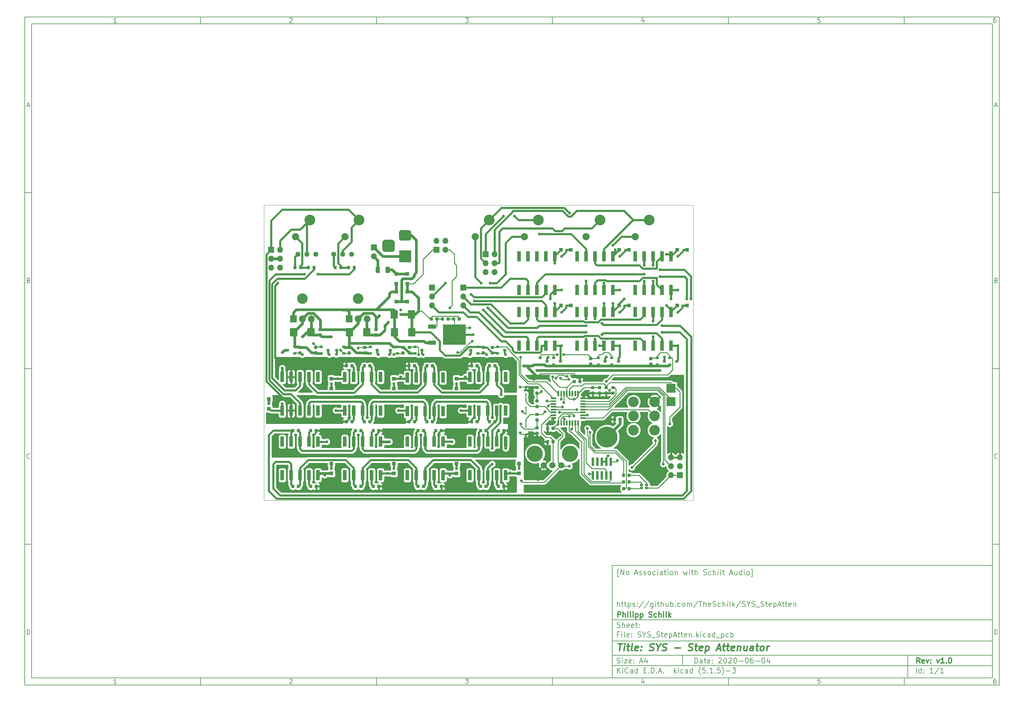
<source format=gbr>
G04 #@! TF.GenerationSoftware,KiCad,Pcbnew,(5.1.5)-3*
G04 #@! TF.CreationDate,2020-06-04T17:15:33+02:00*
G04 #@! TF.ProjectId,SYS_StepAtten,5359535f-5374-4657-9041-7474656e2e6b,v1.0*
G04 #@! TF.SameCoordinates,Original*
G04 #@! TF.FileFunction,Copper,L1,Top*
G04 #@! TF.FilePolarity,Positive*
%FSLAX46Y46*%
G04 Gerber Fmt 4.6, Leading zero omitted, Abs format (unit mm)*
G04 Created by KiCad (PCBNEW (5.1.5)-3) date 2020-06-04 17:15:33*
%MOMM*%
%LPD*%
G04 APERTURE LIST*
%ADD10C,0.100000*%
%ADD11C,0.150000*%
%ADD12C,0.300000*%
%ADD13C,0.400000*%
%ADD14C,0.050000*%
%ADD15R,0.450000X0.600000*%
%ADD16R,0.990600X2.946400*%
%ADD17O,1.700000X1.700000*%
%ADD18R,1.700000X1.700000*%
%ADD19R,1.100000X1.100000*%
%ADD20R,0.850000X0.650000*%
%ADD21C,6.000000*%
%ADD22C,3.000000*%
%ADD23C,2.032000*%
%ADD24C,3.048000*%
%ADD25R,3.500000X3.500000*%
%ADD26R,0.740000X2.400000*%
%ADD27R,0.900000X0.800000*%
%ADD28C,1.440000*%
%ADD29C,1.800000*%
%ADD30C,4.600000*%
%ADD31R,2.500000X2.500000*%
%ADD32R,2.200000X1.200000*%
%ADD33R,6.400000X5.800000*%
%ADD34R,1.905000X2.000000*%
%ADD35O,1.905000X2.000000*%
%ADD36C,0.800000*%
%ADD37C,0.800000*%
%ADD38C,0.600000*%
%ADD39C,0.250000*%
%ADD40C,0.254000*%
G04 APERTURE END LIST*
D10*
D11*
X177002200Y-166007200D02*
X177002200Y-198007200D01*
X285002200Y-198007200D01*
X285002200Y-166007200D01*
X177002200Y-166007200D01*
D10*
D11*
X10000000Y-10000000D02*
X10000000Y-200007200D01*
X287002200Y-200007200D01*
X287002200Y-10000000D01*
X10000000Y-10000000D01*
D10*
D11*
X12000000Y-12000000D02*
X12000000Y-198007200D01*
X285002200Y-198007200D01*
X285002200Y-12000000D01*
X12000000Y-12000000D01*
D10*
D11*
X60000000Y-12000000D02*
X60000000Y-10000000D01*
D10*
D11*
X110000000Y-12000000D02*
X110000000Y-10000000D01*
D10*
D11*
X160000000Y-12000000D02*
X160000000Y-10000000D01*
D10*
D11*
X210000000Y-12000000D02*
X210000000Y-10000000D01*
D10*
D11*
X260000000Y-12000000D02*
X260000000Y-10000000D01*
D10*
D11*
X36065476Y-11588095D02*
X35322619Y-11588095D01*
X35694047Y-11588095D02*
X35694047Y-10288095D01*
X35570238Y-10473809D01*
X35446428Y-10597619D01*
X35322619Y-10659523D01*
D10*
D11*
X85322619Y-10411904D02*
X85384523Y-10350000D01*
X85508333Y-10288095D01*
X85817857Y-10288095D01*
X85941666Y-10350000D01*
X86003571Y-10411904D01*
X86065476Y-10535714D01*
X86065476Y-10659523D01*
X86003571Y-10845238D01*
X85260714Y-11588095D01*
X86065476Y-11588095D01*
D10*
D11*
X135260714Y-10288095D02*
X136065476Y-10288095D01*
X135632142Y-10783333D01*
X135817857Y-10783333D01*
X135941666Y-10845238D01*
X136003571Y-10907142D01*
X136065476Y-11030952D01*
X136065476Y-11340476D01*
X136003571Y-11464285D01*
X135941666Y-11526190D01*
X135817857Y-11588095D01*
X135446428Y-11588095D01*
X135322619Y-11526190D01*
X135260714Y-11464285D01*
D10*
D11*
X185941666Y-10721428D02*
X185941666Y-11588095D01*
X185632142Y-10226190D02*
X185322619Y-11154761D01*
X186127380Y-11154761D01*
D10*
D11*
X236003571Y-10288095D02*
X235384523Y-10288095D01*
X235322619Y-10907142D01*
X235384523Y-10845238D01*
X235508333Y-10783333D01*
X235817857Y-10783333D01*
X235941666Y-10845238D01*
X236003571Y-10907142D01*
X236065476Y-11030952D01*
X236065476Y-11340476D01*
X236003571Y-11464285D01*
X235941666Y-11526190D01*
X235817857Y-11588095D01*
X235508333Y-11588095D01*
X235384523Y-11526190D01*
X235322619Y-11464285D01*
D10*
D11*
X285941666Y-10288095D02*
X285694047Y-10288095D01*
X285570238Y-10350000D01*
X285508333Y-10411904D01*
X285384523Y-10597619D01*
X285322619Y-10845238D01*
X285322619Y-11340476D01*
X285384523Y-11464285D01*
X285446428Y-11526190D01*
X285570238Y-11588095D01*
X285817857Y-11588095D01*
X285941666Y-11526190D01*
X286003571Y-11464285D01*
X286065476Y-11340476D01*
X286065476Y-11030952D01*
X286003571Y-10907142D01*
X285941666Y-10845238D01*
X285817857Y-10783333D01*
X285570238Y-10783333D01*
X285446428Y-10845238D01*
X285384523Y-10907142D01*
X285322619Y-11030952D01*
D10*
D11*
X60000000Y-198007200D02*
X60000000Y-200007200D01*
D10*
D11*
X110000000Y-198007200D02*
X110000000Y-200007200D01*
D10*
D11*
X160000000Y-198007200D02*
X160000000Y-200007200D01*
D10*
D11*
X210000000Y-198007200D02*
X210000000Y-200007200D01*
D10*
D11*
X260000000Y-198007200D02*
X260000000Y-200007200D01*
D10*
D11*
X36065476Y-199595295D02*
X35322619Y-199595295D01*
X35694047Y-199595295D02*
X35694047Y-198295295D01*
X35570238Y-198481009D01*
X35446428Y-198604819D01*
X35322619Y-198666723D01*
D10*
D11*
X85322619Y-198419104D02*
X85384523Y-198357200D01*
X85508333Y-198295295D01*
X85817857Y-198295295D01*
X85941666Y-198357200D01*
X86003571Y-198419104D01*
X86065476Y-198542914D01*
X86065476Y-198666723D01*
X86003571Y-198852438D01*
X85260714Y-199595295D01*
X86065476Y-199595295D01*
D10*
D11*
X135260714Y-198295295D02*
X136065476Y-198295295D01*
X135632142Y-198790533D01*
X135817857Y-198790533D01*
X135941666Y-198852438D01*
X136003571Y-198914342D01*
X136065476Y-199038152D01*
X136065476Y-199347676D01*
X136003571Y-199471485D01*
X135941666Y-199533390D01*
X135817857Y-199595295D01*
X135446428Y-199595295D01*
X135322619Y-199533390D01*
X135260714Y-199471485D01*
D10*
D11*
X185941666Y-198728628D02*
X185941666Y-199595295D01*
X185632142Y-198233390D02*
X185322619Y-199161961D01*
X186127380Y-199161961D01*
D10*
D11*
X236003571Y-198295295D02*
X235384523Y-198295295D01*
X235322619Y-198914342D01*
X235384523Y-198852438D01*
X235508333Y-198790533D01*
X235817857Y-198790533D01*
X235941666Y-198852438D01*
X236003571Y-198914342D01*
X236065476Y-199038152D01*
X236065476Y-199347676D01*
X236003571Y-199471485D01*
X235941666Y-199533390D01*
X235817857Y-199595295D01*
X235508333Y-199595295D01*
X235384523Y-199533390D01*
X235322619Y-199471485D01*
D10*
D11*
X285941666Y-198295295D02*
X285694047Y-198295295D01*
X285570238Y-198357200D01*
X285508333Y-198419104D01*
X285384523Y-198604819D01*
X285322619Y-198852438D01*
X285322619Y-199347676D01*
X285384523Y-199471485D01*
X285446428Y-199533390D01*
X285570238Y-199595295D01*
X285817857Y-199595295D01*
X285941666Y-199533390D01*
X286003571Y-199471485D01*
X286065476Y-199347676D01*
X286065476Y-199038152D01*
X286003571Y-198914342D01*
X285941666Y-198852438D01*
X285817857Y-198790533D01*
X285570238Y-198790533D01*
X285446428Y-198852438D01*
X285384523Y-198914342D01*
X285322619Y-199038152D01*
D10*
D11*
X10000000Y-60000000D02*
X12000000Y-60000000D01*
D10*
D11*
X10000000Y-110000000D02*
X12000000Y-110000000D01*
D10*
D11*
X10000000Y-160000000D02*
X12000000Y-160000000D01*
D10*
D11*
X10690476Y-35216666D02*
X11309523Y-35216666D01*
X10566666Y-35588095D02*
X11000000Y-34288095D01*
X11433333Y-35588095D01*
D10*
D11*
X11092857Y-84907142D02*
X11278571Y-84969047D01*
X11340476Y-85030952D01*
X11402380Y-85154761D01*
X11402380Y-85340476D01*
X11340476Y-85464285D01*
X11278571Y-85526190D01*
X11154761Y-85588095D01*
X10659523Y-85588095D01*
X10659523Y-84288095D01*
X11092857Y-84288095D01*
X11216666Y-84350000D01*
X11278571Y-84411904D01*
X11340476Y-84535714D01*
X11340476Y-84659523D01*
X11278571Y-84783333D01*
X11216666Y-84845238D01*
X11092857Y-84907142D01*
X10659523Y-84907142D01*
D10*
D11*
X11402380Y-135464285D02*
X11340476Y-135526190D01*
X11154761Y-135588095D01*
X11030952Y-135588095D01*
X10845238Y-135526190D01*
X10721428Y-135402380D01*
X10659523Y-135278571D01*
X10597619Y-135030952D01*
X10597619Y-134845238D01*
X10659523Y-134597619D01*
X10721428Y-134473809D01*
X10845238Y-134350000D01*
X11030952Y-134288095D01*
X11154761Y-134288095D01*
X11340476Y-134350000D01*
X11402380Y-134411904D01*
D10*
D11*
X10659523Y-185588095D02*
X10659523Y-184288095D01*
X10969047Y-184288095D01*
X11154761Y-184350000D01*
X11278571Y-184473809D01*
X11340476Y-184597619D01*
X11402380Y-184845238D01*
X11402380Y-185030952D01*
X11340476Y-185278571D01*
X11278571Y-185402380D01*
X11154761Y-185526190D01*
X10969047Y-185588095D01*
X10659523Y-185588095D01*
D10*
D11*
X287002200Y-60000000D02*
X285002200Y-60000000D01*
D10*
D11*
X287002200Y-110000000D02*
X285002200Y-110000000D01*
D10*
D11*
X287002200Y-160000000D02*
X285002200Y-160000000D01*
D10*
D11*
X285692676Y-35216666D02*
X286311723Y-35216666D01*
X285568866Y-35588095D02*
X286002200Y-34288095D01*
X286435533Y-35588095D01*
D10*
D11*
X286095057Y-84907142D02*
X286280771Y-84969047D01*
X286342676Y-85030952D01*
X286404580Y-85154761D01*
X286404580Y-85340476D01*
X286342676Y-85464285D01*
X286280771Y-85526190D01*
X286156961Y-85588095D01*
X285661723Y-85588095D01*
X285661723Y-84288095D01*
X286095057Y-84288095D01*
X286218866Y-84350000D01*
X286280771Y-84411904D01*
X286342676Y-84535714D01*
X286342676Y-84659523D01*
X286280771Y-84783333D01*
X286218866Y-84845238D01*
X286095057Y-84907142D01*
X285661723Y-84907142D01*
D10*
D11*
X286404580Y-135464285D02*
X286342676Y-135526190D01*
X286156961Y-135588095D01*
X286033152Y-135588095D01*
X285847438Y-135526190D01*
X285723628Y-135402380D01*
X285661723Y-135278571D01*
X285599819Y-135030952D01*
X285599819Y-134845238D01*
X285661723Y-134597619D01*
X285723628Y-134473809D01*
X285847438Y-134350000D01*
X286033152Y-134288095D01*
X286156961Y-134288095D01*
X286342676Y-134350000D01*
X286404580Y-134411904D01*
D10*
D11*
X285661723Y-185588095D02*
X285661723Y-184288095D01*
X285971247Y-184288095D01*
X286156961Y-184350000D01*
X286280771Y-184473809D01*
X286342676Y-184597619D01*
X286404580Y-184845238D01*
X286404580Y-185030952D01*
X286342676Y-185278571D01*
X286280771Y-185402380D01*
X286156961Y-185526190D01*
X285971247Y-185588095D01*
X285661723Y-185588095D01*
D10*
D11*
X200434342Y-193785771D02*
X200434342Y-192285771D01*
X200791485Y-192285771D01*
X201005771Y-192357200D01*
X201148628Y-192500057D01*
X201220057Y-192642914D01*
X201291485Y-192928628D01*
X201291485Y-193142914D01*
X201220057Y-193428628D01*
X201148628Y-193571485D01*
X201005771Y-193714342D01*
X200791485Y-193785771D01*
X200434342Y-193785771D01*
X202577200Y-193785771D02*
X202577200Y-193000057D01*
X202505771Y-192857200D01*
X202362914Y-192785771D01*
X202077200Y-192785771D01*
X201934342Y-192857200D01*
X202577200Y-193714342D02*
X202434342Y-193785771D01*
X202077200Y-193785771D01*
X201934342Y-193714342D01*
X201862914Y-193571485D01*
X201862914Y-193428628D01*
X201934342Y-193285771D01*
X202077200Y-193214342D01*
X202434342Y-193214342D01*
X202577200Y-193142914D01*
X203077200Y-192785771D02*
X203648628Y-192785771D01*
X203291485Y-192285771D02*
X203291485Y-193571485D01*
X203362914Y-193714342D01*
X203505771Y-193785771D01*
X203648628Y-193785771D01*
X204720057Y-193714342D02*
X204577200Y-193785771D01*
X204291485Y-193785771D01*
X204148628Y-193714342D01*
X204077200Y-193571485D01*
X204077200Y-193000057D01*
X204148628Y-192857200D01*
X204291485Y-192785771D01*
X204577200Y-192785771D01*
X204720057Y-192857200D01*
X204791485Y-193000057D01*
X204791485Y-193142914D01*
X204077200Y-193285771D01*
X205434342Y-193642914D02*
X205505771Y-193714342D01*
X205434342Y-193785771D01*
X205362914Y-193714342D01*
X205434342Y-193642914D01*
X205434342Y-193785771D01*
X205434342Y-192857200D02*
X205505771Y-192928628D01*
X205434342Y-193000057D01*
X205362914Y-192928628D01*
X205434342Y-192857200D01*
X205434342Y-193000057D01*
X207220057Y-192428628D02*
X207291485Y-192357200D01*
X207434342Y-192285771D01*
X207791485Y-192285771D01*
X207934342Y-192357200D01*
X208005771Y-192428628D01*
X208077200Y-192571485D01*
X208077200Y-192714342D01*
X208005771Y-192928628D01*
X207148628Y-193785771D01*
X208077200Y-193785771D01*
X209005771Y-192285771D02*
X209148628Y-192285771D01*
X209291485Y-192357200D01*
X209362914Y-192428628D01*
X209434342Y-192571485D01*
X209505771Y-192857200D01*
X209505771Y-193214342D01*
X209434342Y-193500057D01*
X209362914Y-193642914D01*
X209291485Y-193714342D01*
X209148628Y-193785771D01*
X209005771Y-193785771D01*
X208862914Y-193714342D01*
X208791485Y-193642914D01*
X208720057Y-193500057D01*
X208648628Y-193214342D01*
X208648628Y-192857200D01*
X208720057Y-192571485D01*
X208791485Y-192428628D01*
X208862914Y-192357200D01*
X209005771Y-192285771D01*
X210077200Y-192428628D02*
X210148628Y-192357200D01*
X210291485Y-192285771D01*
X210648628Y-192285771D01*
X210791485Y-192357200D01*
X210862914Y-192428628D01*
X210934342Y-192571485D01*
X210934342Y-192714342D01*
X210862914Y-192928628D01*
X210005771Y-193785771D01*
X210934342Y-193785771D01*
X211862914Y-192285771D02*
X212005771Y-192285771D01*
X212148628Y-192357200D01*
X212220057Y-192428628D01*
X212291485Y-192571485D01*
X212362914Y-192857200D01*
X212362914Y-193214342D01*
X212291485Y-193500057D01*
X212220057Y-193642914D01*
X212148628Y-193714342D01*
X212005771Y-193785771D01*
X211862914Y-193785771D01*
X211720057Y-193714342D01*
X211648628Y-193642914D01*
X211577200Y-193500057D01*
X211505771Y-193214342D01*
X211505771Y-192857200D01*
X211577200Y-192571485D01*
X211648628Y-192428628D01*
X211720057Y-192357200D01*
X211862914Y-192285771D01*
X213005771Y-193214342D02*
X214148628Y-193214342D01*
X215148628Y-192285771D02*
X215291485Y-192285771D01*
X215434342Y-192357200D01*
X215505771Y-192428628D01*
X215577200Y-192571485D01*
X215648628Y-192857200D01*
X215648628Y-193214342D01*
X215577200Y-193500057D01*
X215505771Y-193642914D01*
X215434342Y-193714342D01*
X215291485Y-193785771D01*
X215148628Y-193785771D01*
X215005771Y-193714342D01*
X214934342Y-193642914D01*
X214862914Y-193500057D01*
X214791485Y-193214342D01*
X214791485Y-192857200D01*
X214862914Y-192571485D01*
X214934342Y-192428628D01*
X215005771Y-192357200D01*
X215148628Y-192285771D01*
X216934342Y-192285771D02*
X216648628Y-192285771D01*
X216505771Y-192357200D01*
X216434342Y-192428628D01*
X216291485Y-192642914D01*
X216220057Y-192928628D01*
X216220057Y-193500057D01*
X216291485Y-193642914D01*
X216362914Y-193714342D01*
X216505771Y-193785771D01*
X216791485Y-193785771D01*
X216934342Y-193714342D01*
X217005771Y-193642914D01*
X217077200Y-193500057D01*
X217077200Y-193142914D01*
X217005771Y-193000057D01*
X216934342Y-192928628D01*
X216791485Y-192857200D01*
X216505771Y-192857200D01*
X216362914Y-192928628D01*
X216291485Y-193000057D01*
X216220057Y-193142914D01*
X217720057Y-193214342D02*
X218862914Y-193214342D01*
X219862914Y-192285771D02*
X220005771Y-192285771D01*
X220148628Y-192357200D01*
X220220057Y-192428628D01*
X220291485Y-192571485D01*
X220362914Y-192857200D01*
X220362914Y-193214342D01*
X220291485Y-193500057D01*
X220220057Y-193642914D01*
X220148628Y-193714342D01*
X220005771Y-193785771D01*
X219862914Y-193785771D01*
X219720057Y-193714342D01*
X219648628Y-193642914D01*
X219577200Y-193500057D01*
X219505771Y-193214342D01*
X219505771Y-192857200D01*
X219577200Y-192571485D01*
X219648628Y-192428628D01*
X219720057Y-192357200D01*
X219862914Y-192285771D01*
X221648628Y-192785771D02*
X221648628Y-193785771D01*
X221291485Y-192214342D02*
X220934342Y-193285771D01*
X221862914Y-193285771D01*
D10*
D11*
X177002200Y-194507200D02*
X285002200Y-194507200D01*
D10*
D11*
X178434342Y-196585771D02*
X178434342Y-195085771D01*
X179291485Y-196585771D02*
X178648628Y-195728628D01*
X179291485Y-195085771D02*
X178434342Y-195942914D01*
X179934342Y-196585771D02*
X179934342Y-195585771D01*
X179934342Y-195085771D02*
X179862914Y-195157200D01*
X179934342Y-195228628D01*
X180005771Y-195157200D01*
X179934342Y-195085771D01*
X179934342Y-195228628D01*
X181505771Y-196442914D02*
X181434342Y-196514342D01*
X181220057Y-196585771D01*
X181077200Y-196585771D01*
X180862914Y-196514342D01*
X180720057Y-196371485D01*
X180648628Y-196228628D01*
X180577200Y-195942914D01*
X180577200Y-195728628D01*
X180648628Y-195442914D01*
X180720057Y-195300057D01*
X180862914Y-195157200D01*
X181077200Y-195085771D01*
X181220057Y-195085771D01*
X181434342Y-195157200D01*
X181505771Y-195228628D01*
X182791485Y-196585771D02*
X182791485Y-195800057D01*
X182720057Y-195657200D01*
X182577200Y-195585771D01*
X182291485Y-195585771D01*
X182148628Y-195657200D01*
X182791485Y-196514342D02*
X182648628Y-196585771D01*
X182291485Y-196585771D01*
X182148628Y-196514342D01*
X182077200Y-196371485D01*
X182077200Y-196228628D01*
X182148628Y-196085771D01*
X182291485Y-196014342D01*
X182648628Y-196014342D01*
X182791485Y-195942914D01*
X184148628Y-196585771D02*
X184148628Y-195085771D01*
X184148628Y-196514342D02*
X184005771Y-196585771D01*
X183720057Y-196585771D01*
X183577200Y-196514342D01*
X183505771Y-196442914D01*
X183434342Y-196300057D01*
X183434342Y-195871485D01*
X183505771Y-195728628D01*
X183577200Y-195657200D01*
X183720057Y-195585771D01*
X184005771Y-195585771D01*
X184148628Y-195657200D01*
X186005771Y-195800057D02*
X186505771Y-195800057D01*
X186720057Y-196585771D02*
X186005771Y-196585771D01*
X186005771Y-195085771D01*
X186720057Y-195085771D01*
X187362914Y-196442914D02*
X187434342Y-196514342D01*
X187362914Y-196585771D01*
X187291485Y-196514342D01*
X187362914Y-196442914D01*
X187362914Y-196585771D01*
X188077200Y-196585771D02*
X188077200Y-195085771D01*
X188434342Y-195085771D01*
X188648628Y-195157200D01*
X188791485Y-195300057D01*
X188862914Y-195442914D01*
X188934342Y-195728628D01*
X188934342Y-195942914D01*
X188862914Y-196228628D01*
X188791485Y-196371485D01*
X188648628Y-196514342D01*
X188434342Y-196585771D01*
X188077200Y-196585771D01*
X189577200Y-196442914D02*
X189648628Y-196514342D01*
X189577200Y-196585771D01*
X189505771Y-196514342D01*
X189577200Y-196442914D01*
X189577200Y-196585771D01*
X190220057Y-196157200D02*
X190934342Y-196157200D01*
X190077200Y-196585771D02*
X190577200Y-195085771D01*
X191077200Y-196585771D01*
X191577200Y-196442914D02*
X191648628Y-196514342D01*
X191577200Y-196585771D01*
X191505771Y-196514342D01*
X191577200Y-196442914D01*
X191577200Y-196585771D01*
X194577200Y-196585771D02*
X194577200Y-195085771D01*
X194720057Y-196014342D02*
X195148628Y-196585771D01*
X195148628Y-195585771D02*
X194577200Y-196157200D01*
X195791485Y-196585771D02*
X195791485Y-195585771D01*
X195791485Y-195085771D02*
X195720057Y-195157200D01*
X195791485Y-195228628D01*
X195862914Y-195157200D01*
X195791485Y-195085771D01*
X195791485Y-195228628D01*
X197148628Y-196514342D02*
X197005771Y-196585771D01*
X196720057Y-196585771D01*
X196577200Y-196514342D01*
X196505771Y-196442914D01*
X196434342Y-196300057D01*
X196434342Y-195871485D01*
X196505771Y-195728628D01*
X196577200Y-195657200D01*
X196720057Y-195585771D01*
X197005771Y-195585771D01*
X197148628Y-195657200D01*
X198434342Y-196585771D02*
X198434342Y-195800057D01*
X198362914Y-195657200D01*
X198220057Y-195585771D01*
X197934342Y-195585771D01*
X197791485Y-195657200D01*
X198434342Y-196514342D02*
X198291485Y-196585771D01*
X197934342Y-196585771D01*
X197791485Y-196514342D01*
X197720057Y-196371485D01*
X197720057Y-196228628D01*
X197791485Y-196085771D01*
X197934342Y-196014342D01*
X198291485Y-196014342D01*
X198434342Y-195942914D01*
X199791485Y-196585771D02*
X199791485Y-195085771D01*
X199791485Y-196514342D02*
X199648628Y-196585771D01*
X199362914Y-196585771D01*
X199220057Y-196514342D01*
X199148628Y-196442914D01*
X199077200Y-196300057D01*
X199077200Y-195871485D01*
X199148628Y-195728628D01*
X199220057Y-195657200D01*
X199362914Y-195585771D01*
X199648628Y-195585771D01*
X199791485Y-195657200D01*
X202077200Y-197157200D02*
X202005771Y-197085771D01*
X201862914Y-196871485D01*
X201791485Y-196728628D01*
X201720057Y-196514342D01*
X201648628Y-196157200D01*
X201648628Y-195871485D01*
X201720057Y-195514342D01*
X201791485Y-195300057D01*
X201862914Y-195157200D01*
X202005771Y-194942914D01*
X202077200Y-194871485D01*
X203362914Y-195085771D02*
X202648628Y-195085771D01*
X202577200Y-195800057D01*
X202648628Y-195728628D01*
X202791485Y-195657200D01*
X203148628Y-195657200D01*
X203291485Y-195728628D01*
X203362914Y-195800057D01*
X203434342Y-195942914D01*
X203434342Y-196300057D01*
X203362914Y-196442914D01*
X203291485Y-196514342D01*
X203148628Y-196585771D01*
X202791485Y-196585771D01*
X202648628Y-196514342D01*
X202577200Y-196442914D01*
X204077200Y-196442914D02*
X204148628Y-196514342D01*
X204077200Y-196585771D01*
X204005771Y-196514342D01*
X204077200Y-196442914D01*
X204077200Y-196585771D01*
X205577200Y-196585771D02*
X204720057Y-196585771D01*
X205148628Y-196585771D02*
X205148628Y-195085771D01*
X205005771Y-195300057D01*
X204862914Y-195442914D01*
X204720057Y-195514342D01*
X206220057Y-196442914D02*
X206291485Y-196514342D01*
X206220057Y-196585771D01*
X206148628Y-196514342D01*
X206220057Y-196442914D01*
X206220057Y-196585771D01*
X207648628Y-195085771D02*
X206934342Y-195085771D01*
X206862914Y-195800057D01*
X206934342Y-195728628D01*
X207077200Y-195657200D01*
X207434342Y-195657200D01*
X207577200Y-195728628D01*
X207648628Y-195800057D01*
X207720057Y-195942914D01*
X207720057Y-196300057D01*
X207648628Y-196442914D01*
X207577200Y-196514342D01*
X207434342Y-196585771D01*
X207077200Y-196585771D01*
X206934342Y-196514342D01*
X206862914Y-196442914D01*
X208220057Y-197157200D02*
X208291485Y-197085771D01*
X208434342Y-196871485D01*
X208505771Y-196728628D01*
X208577200Y-196514342D01*
X208648628Y-196157200D01*
X208648628Y-195871485D01*
X208577200Y-195514342D01*
X208505771Y-195300057D01*
X208434342Y-195157200D01*
X208291485Y-194942914D01*
X208220057Y-194871485D01*
X209362914Y-196014342D02*
X210505771Y-196014342D01*
X211077200Y-195085771D02*
X212005771Y-195085771D01*
X211505771Y-195657200D01*
X211720057Y-195657200D01*
X211862914Y-195728628D01*
X211934342Y-195800057D01*
X212005771Y-195942914D01*
X212005771Y-196300057D01*
X211934342Y-196442914D01*
X211862914Y-196514342D01*
X211720057Y-196585771D01*
X211291485Y-196585771D01*
X211148628Y-196514342D01*
X211077200Y-196442914D01*
D10*
D11*
X177002200Y-191507200D02*
X285002200Y-191507200D01*
D10*
D12*
X264411485Y-193785771D02*
X263911485Y-193071485D01*
X263554342Y-193785771D02*
X263554342Y-192285771D01*
X264125771Y-192285771D01*
X264268628Y-192357200D01*
X264340057Y-192428628D01*
X264411485Y-192571485D01*
X264411485Y-192785771D01*
X264340057Y-192928628D01*
X264268628Y-193000057D01*
X264125771Y-193071485D01*
X263554342Y-193071485D01*
X265625771Y-193714342D02*
X265482914Y-193785771D01*
X265197200Y-193785771D01*
X265054342Y-193714342D01*
X264982914Y-193571485D01*
X264982914Y-193000057D01*
X265054342Y-192857200D01*
X265197200Y-192785771D01*
X265482914Y-192785771D01*
X265625771Y-192857200D01*
X265697200Y-193000057D01*
X265697200Y-193142914D01*
X264982914Y-193285771D01*
X266197200Y-192785771D02*
X266554342Y-193785771D01*
X266911485Y-192785771D01*
X267482914Y-193642914D02*
X267554342Y-193714342D01*
X267482914Y-193785771D01*
X267411485Y-193714342D01*
X267482914Y-193642914D01*
X267482914Y-193785771D01*
X267482914Y-192857200D02*
X267554342Y-192928628D01*
X267482914Y-193000057D01*
X267411485Y-192928628D01*
X267482914Y-192857200D01*
X267482914Y-193000057D01*
X269197200Y-192785771D02*
X269554342Y-193785771D01*
X269911485Y-192785771D01*
X271268628Y-193785771D02*
X270411485Y-193785771D01*
X270840057Y-193785771D02*
X270840057Y-192285771D01*
X270697200Y-192500057D01*
X270554342Y-192642914D01*
X270411485Y-192714342D01*
X271911485Y-193642914D02*
X271982914Y-193714342D01*
X271911485Y-193785771D01*
X271840057Y-193714342D01*
X271911485Y-193642914D01*
X271911485Y-193785771D01*
X272911485Y-192285771D02*
X273054342Y-192285771D01*
X273197200Y-192357200D01*
X273268628Y-192428628D01*
X273340057Y-192571485D01*
X273411485Y-192857200D01*
X273411485Y-193214342D01*
X273340057Y-193500057D01*
X273268628Y-193642914D01*
X273197200Y-193714342D01*
X273054342Y-193785771D01*
X272911485Y-193785771D01*
X272768628Y-193714342D01*
X272697200Y-193642914D01*
X272625771Y-193500057D01*
X272554342Y-193214342D01*
X272554342Y-192857200D01*
X272625771Y-192571485D01*
X272697200Y-192428628D01*
X272768628Y-192357200D01*
X272911485Y-192285771D01*
D10*
D11*
X178362914Y-193714342D02*
X178577200Y-193785771D01*
X178934342Y-193785771D01*
X179077200Y-193714342D01*
X179148628Y-193642914D01*
X179220057Y-193500057D01*
X179220057Y-193357200D01*
X179148628Y-193214342D01*
X179077200Y-193142914D01*
X178934342Y-193071485D01*
X178648628Y-193000057D01*
X178505771Y-192928628D01*
X178434342Y-192857200D01*
X178362914Y-192714342D01*
X178362914Y-192571485D01*
X178434342Y-192428628D01*
X178505771Y-192357200D01*
X178648628Y-192285771D01*
X179005771Y-192285771D01*
X179220057Y-192357200D01*
X179862914Y-193785771D02*
X179862914Y-192785771D01*
X179862914Y-192285771D02*
X179791485Y-192357200D01*
X179862914Y-192428628D01*
X179934342Y-192357200D01*
X179862914Y-192285771D01*
X179862914Y-192428628D01*
X180434342Y-192785771D02*
X181220057Y-192785771D01*
X180434342Y-193785771D01*
X181220057Y-193785771D01*
X182362914Y-193714342D02*
X182220057Y-193785771D01*
X181934342Y-193785771D01*
X181791485Y-193714342D01*
X181720057Y-193571485D01*
X181720057Y-193000057D01*
X181791485Y-192857200D01*
X181934342Y-192785771D01*
X182220057Y-192785771D01*
X182362914Y-192857200D01*
X182434342Y-193000057D01*
X182434342Y-193142914D01*
X181720057Y-193285771D01*
X183077200Y-193642914D02*
X183148628Y-193714342D01*
X183077200Y-193785771D01*
X183005771Y-193714342D01*
X183077200Y-193642914D01*
X183077200Y-193785771D01*
X183077200Y-192857200D02*
X183148628Y-192928628D01*
X183077200Y-193000057D01*
X183005771Y-192928628D01*
X183077200Y-192857200D01*
X183077200Y-193000057D01*
X184862914Y-193357200D02*
X185577200Y-193357200D01*
X184720057Y-193785771D02*
X185220057Y-192285771D01*
X185720057Y-193785771D01*
X186862914Y-192785771D02*
X186862914Y-193785771D01*
X186505771Y-192214342D02*
X186148628Y-193285771D01*
X187077200Y-193285771D01*
D10*
D11*
X263434342Y-196585771D02*
X263434342Y-195085771D01*
X264791485Y-196585771D02*
X264791485Y-195085771D01*
X264791485Y-196514342D02*
X264648628Y-196585771D01*
X264362914Y-196585771D01*
X264220057Y-196514342D01*
X264148628Y-196442914D01*
X264077200Y-196300057D01*
X264077200Y-195871485D01*
X264148628Y-195728628D01*
X264220057Y-195657200D01*
X264362914Y-195585771D01*
X264648628Y-195585771D01*
X264791485Y-195657200D01*
X265505771Y-196442914D02*
X265577200Y-196514342D01*
X265505771Y-196585771D01*
X265434342Y-196514342D01*
X265505771Y-196442914D01*
X265505771Y-196585771D01*
X265505771Y-195657200D02*
X265577200Y-195728628D01*
X265505771Y-195800057D01*
X265434342Y-195728628D01*
X265505771Y-195657200D01*
X265505771Y-195800057D01*
X268148628Y-196585771D02*
X267291485Y-196585771D01*
X267720057Y-196585771D02*
X267720057Y-195085771D01*
X267577200Y-195300057D01*
X267434342Y-195442914D01*
X267291485Y-195514342D01*
X269862914Y-195014342D02*
X268577200Y-196942914D01*
X271148628Y-196585771D02*
X270291485Y-196585771D01*
X270720057Y-196585771D02*
X270720057Y-195085771D01*
X270577200Y-195300057D01*
X270434342Y-195442914D01*
X270291485Y-195514342D01*
D10*
D11*
X177002200Y-187507200D02*
X285002200Y-187507200D01*
D10*
D13*
X178714580Y-188211961D02*
X179857438Y-188211961D01*
X179036009Y-190211961D02*
X179286009Y-188211961D01*
X180274104Y-190211961D02*
X180440771Y-188878628D01*
X180524104Y-188211961D02*
X180416961Y-188307200D01*
X180500295Y-188402438D01*
X180607438Y-188307200D01*
X180524104Y-188211961D01*
X180500295Y-188402438D01*
X181107438Y-188878628D02*
X181869342Y-188878628D01*
X181476485Y-188211961D02*
X181262200Y-189926247D01*
X181333628Y-190116723D01*
X181512200Y-190211961D01*
X181702676Y-190211961D01*
X182655057Y-190211961D02*
X182476485Y-190116723D01*
X182405057Y-189926247D01*
X182619342Y-188211961D01*
X184190771Y-190116723D02*
X183988390Y-190211961D01*
X183607438Y-190211961D01*
X183428866Y-190116723D01*
X183357438Y-189926247D01*
X183452676Y-189164342D01*
X183571723Y-188973866D01*
X183774104Y-188878628D01*
X184155057Y-188878628D01*
X184333628Y-188973866D01*
X184405057Y-189164342D01*
X184381247Y-189354819D01*
X183405057Y-189545295D01*
X185155057Y-190021485D02*
X185238390Y-190116723D01*
X185131247Y-190211961D01*
X185047914Y-190116723D01*
X185155057Y-190021485D01*
X185131247Y-190211961D01*
X185286009Y-188973866D02*
X185369342Y-189069104D01*
X185262200Y-189164342D01*
X185178866Y-189069104D01*
X185286009Y-188973866D01*
X185262200Y-189164342D01*
X187524104Y-190116723D02*
X187797914Y-190211961D01*
X188274104Y-190211961D01*
X188476485Y-190116723D01*
X188583628Y-190021485D01*
X188702676Y-189831009D01*
X188726485Y-189640533D01*
X188655057Y-189450057D01*
X188571723Y-189354819D01*
X188393152Y-189259580D01*
X188024104Y-189164342D01*
X187845533Y-189069104D01*
X187762200Y-188973866D01*
X187690771Y-188783390D01*
X187714580Y-188592914D01*
X187833628Y-188402438D01*
X187940771Y-188307200D01*
X188143152Y-188211961D01*
X188619342Y-188211961D01*
X188893152Y-188307200D01*
X190012200Y-189259580D02*
X189893152Y-190211961D01*
X189476485Y-188211961D02*
X190012200Y-189259580D01*
X190809819Y-188211961D01*
X191143152Y-190116723D02*
X191416961Y-190211961D01*
X191893152Y-190211961D01*
X192095533Y-190116723D01*
X192202676Y-190021485D01*
X192321723Y-189831009D01*
X192345533Y-189640533D01*
X192274104Y-189450057D01*
X192190771Y-189354819D01*
X192012200Y-189259580D01*
X191643152Y-189164342D01*
X191464580Y-189069104D01*
X191381247Y-188973866D01*
X191309819Y-188783390D01*
X191333628Y-188592914D01*
X191452676Y-188402438D01*
X191559819Y-188307200D01*
X191762200Y-188211961D01*
X192238390Y-188211961D01*
X192512200Y-188307200D01*
X194750295Y-189450057D02*
X196274104Y-189450057D01*
X198571723Y-190116723D02*
X198845533Y-190211961D01*
X199321723Y-190211961D01*
X199524104Y-190116723D01*
X199631247Y-190021485D01*
X199750295Y-189831009D01*
X199774104Y-189640533D01*
X199702676Y-189450057D01*
X199619342Y-189354819D01*
X199440771Y-189259580D01*
X199071723Y-189164342D01*
X198893152Y-189069104D01*
X198809819Y-188973866D01*
X198738390Y-188783390D01*
X198762200Y-188592914D01*
X198881247Y-188402438D01*
X198988390Y-188307200D01*
X199190771Y-188211961D01*
X199666961Y-188211961D01*
X199940771Y-188307200D01*
X200440771Y-188878628D02*
X201202676Y-188878628D01*
X200809819Y-188211961D02*
X200595533Y-189926247D01*
X200666961Y-190116723D01*
X200845533Y-190211961D01*
X201036009Y-190211961D01*
X202476485Y-190116723D02*
X202274104Y-190211961D01*
X201893152Y-190211961D01*
X201714580Y-190116723D01*
X201643152Y-189926247D01*
X201738390Y-189164342D01*
X201857438Y-188973866D01*
X202059819Y-188878628D01*
X202440771Y-188878628D01*
X202619342Y-188973866D01*
X202690771Y-189164342D01*
X202666961Y-189354819D01*
X201690771Y-189545295D01*
X203583628Y-188878628D02*
X203333628Y-190878628D01*
X203571723Y-188973866D02*
X203774104Y-188878628D01*
X204155057Y-188878628D01*
X204333628Y-188973866D01*
X204416961Y-189069104D01*
X204488390Y-189259580D01*
X204416961Y-189831009D01*
X204297914Y-190021485D01*
X204190771Y-190116723D01*
X203988390Y-190211961D01*
X203607438Y-190211961D01*
X203428866Y-190116723D01*
X206726485Y-189640533D02*
X207678866Y-189640533D01*
X206464580Y-190211961D02*
X207381247Y-188211961D01*
X207797914Y-190211961D01*
X208345533Y-188878628D02*
X209107438Y-188878628D01*
X208714580Y-188211961D02*
X208500295Y-189926247D01*
X208571723Y-190116723D01*
X208750295Y-190211961D01*
X208940771Y-190211961D01*
X209488390Y-188878628D02*
X210250295Y-188878628D01*
X209857438Y-188211961D02*
X209643152Y-189926247D01*
X209714580Y-190116723D01*
X209893152Y-190211961D01*
X210083628Y-190211961D01*
X211524104Y-190116723D02*
X211321723Y-190211961D01*
X210940771Y-190211961D01*
X210762200Y-190116723D01*
X210690771Y-189926247D01*
X210786009Y-189164342D01*
X210905057Y-188973866D01*
X211107438Y-188878628D01*
X211488390Y-188878628D01*
X211666961Y-188973866D01*
X211738390Y-189164342D01*
X211714580Y-189354819D01*
X210738390Y-189545295D01*
X212631247Y-188878628D02*
X212464580Y-190211961D01*
X212607438Y-189069104D02*
X212714580Y-188973866D01*
X212916961Y-188878628D01*
X213202676Y-188878628D01*
X213381247Y-188973866D01*
X213452676Y-189164342D01*
X213321723Y-190211961D01*
X215297914Y-188878628D02*
X215131247Y-190211961D01*
X214440771Y-188878628D02*
X214309819Y-189926247D01*
X214381247Y-190116723D01*
X214559819Y-190211961D01*
X214845533Y-190211961D01*
X215047914Y-190116723D01*
X215155057Y-190021485D01*
X216940771Y-190211961D02*
X217071723Y-189164342D01*
X217000295Y-188973866D01*
X216821723Y-188878628D01*
X216440771Y-188878628D01*
X216238390Y-188973866D01*
X216952676Y-190116723D02*
X216750295Y-190211961D01*
X216274104Y-190211961D01*
X216095533Y-190116723D01*
X216024104Y-189926247D01*
X216047914Y-189735771D01*
X216166961Y-189545295D01*
X216369342Y-189450057D01*
X216845533Y-189450057D01*
X217047914Y-189354819D01*
X217774104Y-188878628D02*
X218536009Y-188878628D01*
X218143152Y-188211961D02*
X217928866Y-189926247D01*
X218000295Y-190116723D01*
X218178866Y-190211961D01*
X218369342Y-190211961D01*
X219321723Y-190211961D02*
X219143152Y-190116723D01*
X219059819Y-190021485D01*
X218988390Y-189831009D01*
X219059819Y-189259580D01*
X219178866Y-189069104D01*
X219286009Y-188973866D01*
X219488390Y-188878628D01*
X219774104Y-188878628D01*
X219952676Y-188973866D01*
X220036009Y-189069104D01*
X220107438Y-189259580D01*
X220036009Y-189831009D01*
X219916961Y-190021485D01*
X219809819Y-190116723D01*
X219607438Y-190211961D01*
X219321723Y-190211961D01*
X220845533Y-190211961D02*
X221012199Y-188878628D01*
X220964580Y-189259580D02*
X221083628Y-189069104D01*
X221190771Y-188973866D01*
X221393152Y-188878628D01*
X221583628Y-188878628D01*
D10*
D11*
X178934342Y-185600057D02*
X178434342Y-185600057D01*
X178434342Y-186385771D02*
X178434342Y-184885771D01*
X179148628Y-184885771D01*
X179720057Y-186385771D02*
X179720057Y-185385771D01*
X179720057Y-184885771D02*
X179648628Y-184957200D01*
X179720057Y-185028628D01*
X179791485Y-184957200D01*
X179720057Y-184885771D01*
X179720057Y-185028628D01*
X180648628Y-186385771D02*
X180505771Y-186314342D01*
X180434342Y-186171485D01*
X180434342Y-184885771D01*
X181791485Y-186314342D02*
X181648628Y-186385771D01*
X181362914Y-186385771D01*
X181220057Y-186314342D01*
X181148628Y-186171485D01*
X181148628Y-185600057D01*
X181220057Y-185457200D01*
X181362914Y-185385771D01*
X181648628Y-185385771D01*
X181791485Y-185457200D01*
X181862914Y-185600057D01*
X181862914Y-185742914D01*
X181148628Y-185885771D01*
X182505771Y-186242914D02*
X182577200Y-186314342D01*
X182505771Y-186385771D01*
X182434342Y-186314342D01*
X182505771Y-186242914D01*
X182505771Y-186385771D01*
X182505771Y-185457200D02*
X182577200Y-185528628D01*
X182505771Y-185600057D01*
X182434342Y-185528628D01*
X182505771Y-185457200D01*
X182505771Y-185600057D01*
X184291485Y-186314342D02*
X184505771Y-186385771D01*
X184862914Y-186385771D01*
X185005771Y-186314342D01*
X185077200Y-186242914D01*
X185148628Y-186100057D01*
X185148628Y-185957200D01*
X185077200Y-185814342D01*
X185005771Y-185742914D01*
X184862914Y-185671485D01*
X184577200Y-185600057D01*
X184434342Y-185528628D01*
X184362914Y-185457200D01*
X184291485Y-185314342D01*
X184291485Y-185171485D01*
X184362914Y-185028628D01*
X184434342Y-184957200D01*
X184577200Y-184885771D01*
X184934342Y-184885771D01*
X185148628Y-184957200D01*
X186077200Y-185671485D02*
X186077200Y-186385771D01*
X185577200Y-184885771D02*
X186077200Y-185671485D01*
X186577200Y-184885771D01*
X187005771Y-186314342D02*
X187220057Y-186385771D01*
X187577200Y-186385771D01*
X187720057Y-186314342D01*
X187791485Y-186242914D01*
X187862914Y-186100057D01*
X187862914Y-185957200D01*
X187791485Y-185814342D01*
X187720057Y-185742914D01*
X187577200Y-185671485D01*
X187291485Y-185600057D01*
X187148628Y-185528628D01*
X187077200Y-185457200D01*
X187005771Y-185314342D01*
X187005771Y-185171485D01*
X187077200Y-185028628D01*
X187148628Y-184957200D01*
X187291485Y-184885771D01*
X187648628Y-184885771D01*
X187862914Y-184957200D01*
X188148628Y-186528628D02*
X189291485Y-186528628D01*
X189577200Y-186314342D02*
X189791485Y-186385771D01*
X190148628Y-186385771D01*
X190291485Y-186314342D01*
X190362914Y-186242914D01*
X190434342Y-186100057D01*
X190434342Y-185957200D01*
X190362914Y-185814342D01*
X190291485Y-185742914D01*
X190148628Y-185671485D01*
X189862914Y-185600057D01*
X189720057Y-185528628D01*
X189648628Y-185457200D01*
X189577200Y-185314342D01*
X189577200Y-185171485D01*
X189648628Y-185028628D01*
X189720057Y-184957200D01*
X189862914Y-184885771D01*
X190220057Y-184885771D01*
X190434342Y-184957200D01*
X190862914Y-185385771D02*
X191434342Y-185385771D01*
X191077200Y-184885771D02*
X191077200Y-186171485D01*
X191148628Y-186314342D01*
X191291485Y-186385771D01*
X191434342Y-186385771D01*
X192505771Y-186314342D02*
X192362914Y-186385771D01*
X192077200Y-186385771D01*
X191934342Y-186314342D01*
X191862914Y-186171485D01*
X191862914Y-185600057D01*
X191934342Y-185457200D01*
X192077200Y-185385771D01*
X192362914Y-185385771D01*
X192505771Y-185457200D01*
X192577200Y-185600057D01*
X192577200Y-185742914D01*
X191862914Y-185885771D01*
X193220057Y-185385771D02*
X193220057Y-186885771D01*
X193220057Y-185457200D02*
X193362914Y-185385771D01*
X193648628Y-185385771D01*
X193791485Y-185457200D01*
X193862914Y-185528628D01*
X193934342Y-185671485D01*
X193934342Y-186100057D01*
X193862914Y-186242914D01*
X193791485Y-186314342D01*
X193648628Y-186385771D01*
X193362914Y-186385771D01*
X193220057Y-186314342D01*
X194505771Y-185957200D02*
X195220057Y-185957200D01*
X194362914Y-186385771D02*
X194862914Y-184885771D01*
X195362914Y-186385771D01*
X195648628Y-185385771D02*
X196220057Y-185385771D01*
X195862914Y-184885771D02*
X195862914Y-186171485D01*
X195934342Y-186314342D01*
X196077200Y-186385771D01*
X196220057Y-186385771D01*
X196505771Y-185385771D02*
X197077200Y-185385771D01*
X196720057Y-184885771D02*
X196720057Y-186171485D01*
X196791485Y-186314342D01*
X196934342Y-186385771D01*
X197077200Y-186385771D01*
X198148628Y-186314342D02*
X198005771Y-186385771D01*
X197720057Y-186385771D01*
X197577200Y-186314342D01*
X197505771Y-186171485D01*
X197505771Y-185600057D01*
X197577200Y-185457200D01*
X197720057Y-185385771D01*
X198005771Y-185385771D01*
X198148628Y-185457200D01*
X198220057Y-185600057D01*
X198220057Y-185742914D01*
X197505771Y-185885771D01*
X198862914Y-185385771D02*
X198862914Y-186385771D01*
X198862914Y-185528628D02*
X198934342Y-185457200D01*
X199077200Y-185385771D01*
X199291485Y-185385771D01*
X199434342Y-185457200D01*
X199505771Y-185600057D01*
X199505771Y-186385771D01*
X200220057Y-186242914D02*
X200291485Y-186314342D01*
X200220057Y-186385771D01*
X200148628Y-186314342D01*
X200220057Y-186242914D01*
X200220057Y-186385771D01*
X200934342Y-186385771D02*
X200934342Y-184885771D01*
X201077200Y-185814342D02*
X201505771Y-186385771D01*
X201505771Y-185385771D02*
X200934342Y-185957200D01*
X202148628Y-186385771D02*
X202148628Y-185385771D01*
X202148628Y-184885771D02*
X202077200Y-184957200D01*
X202148628Y-185028628D01*
X202220057Y-184957200D01*
X202148628Y-184885771D01*
X202148628Y-185028628D01*
X203505771Y-186314342D02*
X203362914Y-186385771D01*
X203077200Y-186385771D01*
X202934342Y-186314342D01*
X202862914Y-186242914D01*
X202791485Y-186100057D01*
X202791485Y-185671485D01*
X202862914Y-185528628D01*
X202934342Y-185457200D01*
X203077200Y-185385771D01*
X203362914Y-185385771D01*
X203505771Y-185457200D01*
X204791485Y-186385771D02*
X204791485Y-185600057D01*
X204720057Y-185457200D01*
X204577200Y-185385771D01*
X204291485Y-185385771D01*
X204148628Y-185457200D01*
X204791485Y-186314342D02*
X204648628Y-186385771D01*
X204291485Y-186385771D01*
X204148628Y-186314342D01*
X204077200Y-186171485D01*
X204077200Y-186028628D01*
X204148628Y-185885771D01*
X204291485Y-185814342D01*
X204648628Y-185814342D01*
X204791485Y-185742914D01*
X206148628Y-186385771D02*
X206148628Y-184885771D01*
X206148628Y-186314342D02*
X206005771Y-186385771D01*
X205720057Y-186385771D01*
X205577200Y-186314342D01*
X205505771Y-186242914D01*
X205434342Y-186100057D01*
X205434342Y-185671485D01*
X205505771Y-185528628D01*
X205577200Y-185457200D01*
X205720057Y-185385771D01*
X206005771Y-185385771D01*
X206148628Y-185457200D01*
X206505771Y-186528628D02*
X207648628Y-186528628D01*
X208005771Y-185385771D02*
X208005771Y-186885771D01*
X208005771Y-185457200D02*
X208148628Y-185385771D01*
X208434342Y-185385771D01*
X208577200Y-185457200D01*
X208648628Y-185528628D01*
X208720057Y-185671485D01*
X208720057Y-186100057D01*
X208648628Y-186242914D01*
X208577200Y-186314342D01*
X208434342Y-186385771D01*
X208148628Y-186385771D01*
X208005771Y-186314342D01*
X210005771Y-186314342D02*
X209862914Y-186385771D01*
X209577200Y-186385771D01*
X209434342Y-186314342D01*
X209362914Y-186242914D01*
X209291485Y-186100057D01*
X209291485Y-185671485D01*
X209362914Y-185528628D01*
X209434342Y-185457200D01*
X209577200Y-185385771D01*
X209862914Y-185385771D01*
X210005771Y-185457200D01*
X210648628Y-186385771D02*
X210648628Y-184885771D01*
X210648628Y-185457200D02*
X210791485Y-185385771D01*
X211077200Y-185385771D01*
X211220057Y-185457200D01*
X211291485Y-185528628D01*
X211362914Y-185671485D01*
X211362914Y-186100057D01*
X211291485Y-186242914D01*
X211220057Y-186314342D01*
X211077200Y-186385771D01*
X210791485Y-186385771D01*
X210648628Y-186314342D01*
D10*
D11*
X177002200Y-181507200D02*
X285002200Y-181507200D01*
D10*
D11*
X178362914Y-183614342D02*
X178577200Y-183685771D01*
X178934342Y-183685771D01*
X179077200Y-183614342D01*
X179148628Y-183542914D01*
X179220057Y-183400057D01*
X179220057Y-183257200D01*
X179148628Y-183114342D01*
X179077200Y-183042914D01*
X178934342Y-182971485D01*
X178648628Y-182900057D01*
X178505771Y-182828628D01*
X178434342Y-182757200D01*
X178362914Y-182614342D01*
X178362914Y-182471485D01*
X178434342Y-182328628D01*
X178505771Y-182257200D01*
X178648628Y-182185771D01*
X179005771Y-182185771D01*
X179220057Y-182257200D01*
X179862914Y-183685771D02*
X179862914Y-182185771D01*
X180505771Y-183685771D02*
X180505771Y-182900057D01*
X180434342Y-182757200D01*
X180291485Y-182685771D01*
X180077200Y-182685771D01*
X179934342Y-182757200D01*
X179862914Y-182828628D01*
X181791485Y-183614342D02*
X181648628Y-183685771D01*
X181362914Y-183685771D01*
X181220057Y-183614342D01*
X181148628Y-183471485D01*
X181148628Y-182900057D01*
X181220057Y-182757200D01*
X181362914Y-182685771D01*
X181648628Y-182685771D01*
X181791485Y-182757200D01*
X181862914Y-182900057D01*
X181862914Y-183042914D01*
X181148628Y-183185771D01*
X183077200Y-183614342D02*
X182934342Y-183685771D01*
X182648628Y-183685771D01*
X182505771Y-183614342D01*
X182434342Y-183471485D01*
X182434342Y-182900057D01*
X182505771Y-182757200D01*
X182648628Y-182685771D01*
X182934342Y-182685771D01*
X183077200Y-182757200D01*
X183148628Y-182900057D01*
X183148628Y-183042914D01*
X182434342Y-183185771D01*
X183577200Y-182685771D02*
X184148628Y-182685771D01*
X183791485Y-182185771D02*
X183791485Y-183471485D01*
X183862914Y-183614342D01*
X184005771Y-183685771D01*
X184148628Y-183685771D01*
X184648628Y-183542914D02*
X184720057Y-183614342D01*
X184648628Y-183685771D01*
X184577200Y-183614342D01*
X184648628Y-183542914D01*
X184648628Y-183685771D01*
X184648628Y-182757200D02*
X184720057Y-182828628D01*
X184648628Y-182900057D01*
X184577200Y-182828628D01*
X184648628Y-182757200D01*
X184648628Y-182900057D01*
D10*
D12*
X178554342Y-180685771D02*
X178554342Y-179185771D01*
X179125771Y-179185771D01*
X179268628Y-179257200D01*
X179340057Y-179328628D01*
X179411485Y-179471485D01*
X179411485Y-179685771D01*
X179340057Y-179828628D01*
X179268628Y-179900057D01*
X179125771Y-179971485D01*
X178554342Y-179971485D01*
X180054342Y-180685771D02*
X180054342Y-179185771D01*
X180697200Y-180685771D02*
X180697200Y-179900057D01*
X180625771Y-179757200D01*
X180482914Y-179685771D01*
X180268628Y-179685771D01*
X180125771Y-179757200D01*
X180054342Y-179828628D01*
X181411485Y-180685771D02*
X181411485Y-179685771D01*
X181411485Y-179185771D02*
X181340057Y-179257200D01*
X181411485Y-179328628D01*
X181482914Y-179257200D01*
X181411485Y-179185771D01*
X181411485Y-179328628D01*
X182340057Y-180685771D02*
X182197200Y-180614342D01*
X182125771Y-180471485D01*
X182125771Y-179185771D01*
X182911485Y-180685771D02*
X182911485Y-179685771D01*
X182911485Y-179185771D02*
X182840057Y-179257200D01*
X182911485Y-179328628D01*
X182982914Y-179257200D01*
X182911485Y-179185771D01*
X182911485Y-179328628D01*
X183625771Y-179685771D02*
X183625771Y-181185771D01*
X183625771Y-179757200D02*
X183768628Y-179685771D01*
X184054342Y-179685771D01*
X184197200Y-179757200D01*
X184268628Y-179828628D01*
X184340057Y-179971485D01*
X184340057Y-180400057D01*
X184268628Y-180542914D01*
X184197200Y-180614342D01*
X184054342Y-180685771D01*
X183768628Y-180685771D01*
X183625771Y-180614342D01*
X184982914Y-179685771D02*
X184982914Y-181185771D01*
X184982914Y-179757200D02*
X185125771Y-179685771D01*
X185411485Y-179685771D01*
X185554342Y-179757200D01*
X185625771Y-179828628D01*
X185697200Y-179971485D01*
X185697200Y-180400057D01*
X185625771Y-180542914D01*
X185554342Y-180614342D01*
X185411485Y-180685771D01*
X185125771Y-180685771D01*
X184982914Y-180614342D01*
X187411485Y-180614342D02*
X187625771Y-180685771D01*
X187982914Y-180685771D01*
X188125771Y-180614342D01*
X188197200Y-180542914D01*
X188268628Y-180400057D01*
X188268628Y-180257200D01*
X188197200Y-180114342D01*
X188125771Y-180042914D01*
X187982914Y-179971485D01*
X187697200Y-179900057D01*
X187554342Y-179828628D01*
X187482914Y-179757200D01*
X187411485Y-179614342D01*
X187411485Y-179471485D01*
X187482914Y-179328628D01*
X187554342Y-179257200D01*
X187697200Y-179185771D01*
X188054342Y-179185771D01*
X188268628Y-179257200D01*
X189554342Y-180614342D02*
X189411485Y-180685771D01*
X189125771Y-180685771D01*
X188982914Y-180614342D01*
X188911485Y-180542914D01*
X188840057Y-180400057D01*
X188840057Y-179971485D01*
X188911485Y-179828628D01*
X188982914Y-179757200D01*
X189125771Y-179685771D01*
X189411485Y-179685771D01*
X189554342Y-179757200D01*
X190197200Y-180685771D02*
X190197200Y-179185771D01*
X190840057Y-180685771D02*
X190840057Y-179900057D01*
X190768628Y-179757200D01*
X190625771Y-179685771D01*
X190411485Y-179685771D01*
X190268628Y-179757200D01*
X190197200Y-179828628D01*
X191554342Y-180685771D02*
X191554342Y-179685771D01*
X191554342Y-179185771D02*
X191482914Y-179257200D01*
X191554342Y-179328628D01*
X191625771Y-179257200D01*
X191554342Y-179185771D01*
X191554342Y-179328628D01*
X192482914Y-180685771D02*
X192340057Y-180614342D01*
X192268628Y-180471485D01*
X192268628Y-179185771D01*
X193054342Y-180685771D02*
X193054342Y-179185771D01*
X193197200Y-180114342D02*
X193625771Y-180685771D01*
X193625771Y-179685771D02*
X193054342Y-180257200D01*
D10*
D11*
X178434342Y-177685771D02*
X178434342Y-176185771D01*
X179077200Y-177685771D02*
X179077200Y-176900057D01*
X179005771Y-176757200D01*
X178862914Y-176685771D01*
X178648628Y-176685771D01*
X178505771Y-176757200D01*
X178434342Y-176828628D01*
X179577200Y-176685771D02*
X180148628Y-176685771D01*
X179791485Y-176185771D02*
X179791485Y-177471485D01*
X179862914Y-177614342D01*
X180005771Y-177685771D01*
X180148628Y-177685771D01*
X180434342Y-176685771D02*
X181005771Y-176685771D01*
X180648628Y-176185771D02*
X180648628Y-177471485D01*
X180720057Y-177614342D01*
X180862914Y-177685771D01*
X181005771Y-177685771D01*
X181505771Y-176685771D02*
X181505771Y-178185771D01*
X181505771Y-176757200D02*
X181648628Y-176685771D01*
X181934342Y-176685771D01*
X182077200Y-176757200D01*
X182148628Y-176828628D01*
X182220057Y-176971485D01*
X182220057Y-177400057D01*
X182148628Y-177542914D01*
X182077200Y-177614342D01*
X181934342Y-177685771D01*
X181648628Y-177685771D01*
X181505771Y-177614342D01*
X182791485Y-177614342D02*
X182934342Y-177685771D01*
X183220057Y-177685771D01*
X183362914Y-177614342D01*
X183434342Y-177471485D01*
X183434342Y-177400057D01*
X183362914Y-177257200D01*
X183220057Y-177185771D01*
X183005771Y-177185771D01*
X182862914Y-177114342D01*
X182791485Y-176971485D01*
X182791485Y-176900057D01*
X182862914Y-176757200D01*
X183005771Y-176685771D01*
X183220057Y-176685771D01*
X183362914Y-176757200D01*
X184077200Y-177542914D02*
X184148628Y-177614342D01*
X184077200Y-177685771D01*
X184005771Y-177614342D01*
X184077200Y-177542914D01*
X184077200Y-177685771D01*
X184077200Y-176757200D02*
X184148628Y-176828628D01*
X184077200Y-176900057D01*
X184005771Y-176828628D01*
X184077200Y-176757200D01*
X184077200Y-176900057D01*
X185862914Y-176114342D02*
X184577200Y-178042914D01*
X187434342Y-176114342D02*
X186148628Y-178042914D01*
X188577200Y-176685771D02*
X188577200Y-177900057D01*
X188505771Y-178042914D01*
X188434342Y-178114342D01*
X188291485Y-178185771D01*
X188077200Y-178185771D01*
X187934342Y-178114342D01*
X188577200Y-177614342D02*
X188434342Y-177685771D01*
X188148628Y-177685771D01*
X188005771Y-177614342D01*
X187934342Y-177542914D01*
X187862914Y-177400057D01*
X187862914Y-176971485D01*
X187934342Y-176828628D01*
X188005771Y-176757200D01*
X188148628Y-176685771D01*
X188434342Y-176685771D01*
X188577200Y-176757200D01*
X189291485Y-177685771D02*
X189291485Y-176685771D01*
X189291485Y-176185771D02*
X189220057Y-176257200D01*
X189291485Y-176328628D01*
X189362914Y-176257200D01*
X189291485Y-176185771D01*
X189291485Y-176328628D01*
X189791485Y-176685771D02*
X190362914Y-176685771D01*
X190005771Y-176185771D02*
X190005771Y-177471485D01*
X190077200Y-177614342D01*
X190220057Y-177685771D01*
X190362914Y-177685771D01*
X190862914Y-177685771D02*
X190862914Y-176185771D01*
X191505771Y-177685771D02*
X191505771Y-176900057D01*
X191434342Y-176757200D01*
X191291485Y-176685771D01*
X191077200Y-176685771D01*
X190934342Y-176757200D01*
X190862914Y-176828628D01*
X192862914Y-176685771D02*
X192862914Y-177685771D01*
X192220057Y-176685771D02*
X192220057Y-177471485D01*
X192291485Y-177614342D01*
X192434342Y-177685771D01*
X192648628Y-177685771D01*
X192791485Y-177614342D01*
X192862914Y-177542914D01*
X193577200Y-177685771D02*
X193577200Y-176185771D01*
X193577200Y-176757200D02*
X193720057Y-176685771D01*
X194005771Y-176685771D01*
X194148628Y-176757200D01*
X194220057Y-176828628D01*
X194291485Y-176971485D01*
X194291485Y-177400057D01*
X194220057Y-177542914D01*
X194148628Y-177614342D01*
X194005771Y-177685771D01*
X193720057Y-177685771D01*
X193577200Y-177614342D01*
X194934342Y-177542914D02*
X195005771Y-177614342D01*
X194934342Y-177685771D01*
X194862914Y-177614342D01*
X194934342Y-177542914D01*
X194934342Y-177685771D01*
X196291485Y-177614342D02*
X196148628Y-177685771D01*
X195862914Y-177685771D01*
X195720057Y-177614342D01*
X195648628Y-177542914D01*
X195577200Y-177400057D01*
X195577200Y-176971485D01*
X195648628Y-176828628D01*
X195720057Y-176757200D01*
X195862914Y-176685771D01*
X196148628Y-176685771D01*
X196291485Y-176757200D01*
X197148628Y-177685771D02*
X197005771Y-177614342D01*
X196934342Y-177542914D01*
X196862914Y-177400057D01*
X196862914Y-176971485D01*
X196934342Y-176828628D01*
X197005771Y-176757200D01*
X197148628Y-176685771D01*
X197362914Y-176685771D01*
X197505771Y-176757200D01*
X197577200Y-176828628D01*
X197648628Y-176971485D01*
X197648628Y-177400057D01*
X197577200Y-177542914D01*
X197505771Y-177614342D01*
X197362914Y-177685771D01*
X197148628Y-177685771D01*
X198291485Y-177685771D02*
X198291485Y-176685771D01*
X198291485Y-176828628D02*
X198362914Y-176757200D01*
X198505771Y-176685771D01*
X198720057Y-176685771D01*
X198862914Y-176757200D01*
X198934342Y-176900057D01*
X198934342Y-177685771D01*
X198934342Y-176900057D02*
X199005771Y-176757200D01*
X199148628Y-176685771D01*
X199362914Y-176685771D01*
X199505771Y-176757200D01*
X199577200Y-176900057D01*
X199577200Y-177685771D01*
X201362914Y-176114342D02*
X200077200Y-178042914D01*
X201648628Y-176185771D02*
X202505771Y-176185771D01*
X202077200Y-177685771D02*
X202077200Y-176185771D01*
X203005771Y-177685771D02*
X203005771Y-176185771D01*
X203648628Y-177685771D02*
X203648628Y-176900057D01*
X203577200Y-176757200D01*
X203434342Y-176685771D01*
X203220057Y-176685771D01*
X203077200Y-176757200D01*
X203005771Y-176828628D01*
X204934342Y-177614342D02*
X204791485Y-177685771D01*
X204505771Y-177685771D01*
X204362914Y-177614342D01*
X204291485Y-177471485D01*
X204291485Y-176900057D01*
X204362914Y-176757200D01*
X204505771Y-176685771D01*
X204791485Y-176685771D01*
X204934342Y-176757200D01*
X205005771Y-176900057D01*
X205005771Y-177042914D01*
X204291485Y-177185771D01*
X205577200Y-177614342D02*
X205791485Y-177685771D01*
X206148628Y-177685771D01*
X206291485Y-177614342D01*
X206362914Y-177542914D01*
X206434342Y-177400057D01*
X206434342Y-177257200D01*
X206362914Y-177114342D01*
X206291485Y-177042914D01*
X206148628Y-176971485D01*
X205862914Y-176900057D01*
X205720057Y-176828628D01*
X205648628Y-176757200D01*
X205577200Y-176614342D01*
X205577200Y-176471485D01*
X205648628Y-176328628D01*
X205720057Y-176257200D01*
X205862914Y-176185771D01*
X206220057Y-176185771D01*
X206434342Y-176257200D01*
X207720057Y-177614342D02*
X207577200Y-177685771D01*
X207291485Y-177685771D01*
X207148628Y-177614342D01*
X207077200Y-177542914D01*
X207005771Y-177400057D01*
X207005771Y-176971485D01*
X207077200Y-176828628D01*
X207148628Y-176757200D01*
X207291485Y-176685771D01*
X207577200Y-176685771D01*
X207720057Y-176757200D01*
X208362914Y-177685771D02*
X208362914Y-176185771D01*
X209005771Y-177685771D02*
X209005771Y-176900057D01*
X208934342Y-176757200D01*
X208791485Y-176685771D01*
X208577200Y-176685771D01*
X208434342Y-176757200D01*
X208362914Y-176828628D01*
X209720057Y-177685771D02*
X209720057Y-176685771D01*
X209720057Y-176185771D02*
X209648628Y-176257200D01*
X209720057Y-176328628D01*
X209791485Y-176257200D01*
X209720057Y-176185771D01*
X209720057Y-176328628D01*
X210648628Y-177685771D02*
X210505771Y-177614342D01*
X210434342Y-177471485D01*
X210434342Y-176185771D01*
X211220057Y-177685771D02*
X211220057Y-176185771D01*
X211362914Y-177114342D02*
X211791485Y-177685771D01*
X211791485Y-176685771D02*
X211220057Y-177257200D01*
X213505771Y-176114342D02*
X212220057Y-178042914D01*
X213934342Y-177614342D02*
X214148628Y-177685771D01*
X214505771Y-177685771D01*
X214648628Y-177614342D01*
X214720057Y-177542914D01*
X214791485Y-177400057D01*
X214791485Y-177257200D01*
X214720057Y-177114342D01*
X214648628Y-177042914D01*
X214505771Y-176971485D01*
X214220057Y-176900057D01*
X214077200Y-176828628D01*
X214005771Y-176757200D01*
X213934342Y-176614342D01*
X213934342Y-176471485D01*
X214005771Y-176328628D01*
X214077200Y-176257200D01*
X214220057Y-176185771D01*
X214577200Y-176185771D01*
X214791485Y-176257200D01*
X215720057Y-176971485D02*
X215720057Y-177685771D01*
X215220057Y-176185771D02*
X215720057Y-176971485D01*
X216220057Y-176185771D01*
X216648628Y-177614342D02*
X216862914Y-177685771D01*
X217220057Y-177685771D01*
X217362914Y-177614342D01*
X217434342Y-177542914D01*
X217505771Y-177400057D01*
X217505771Y-177257200D01*
X217434342Y-177114342D01*
X217362914Y-177042914D01*
X217220057Y-176971485D01*
X216934342Y-176900057D01*
X216791485Y-176828628D01*
X216720057Y-176757200D01*
X216648628Y-176614342D01*
X216648628Y-176471485D01*
X216720057Y-176328628D01*
X216791485Y-176257200D01*
X216934342Y-176185771D01*
X217291485Y-176185771D01*
X217505771Y-176257200D01*
X217791485Y-177828628D02*
X218934342Y-177828628D01*
X219220057Y-177614342D02*
X219434342Y-177685771D01*
X219791485Y-177685771D01*
X219934342Y-177614342D01*
X220005771Y-177542914D01*
X220077200Y-177400057D01*
X220077200Y-177257200D01*
X220005771Y-177114342D01*
X219934342Y-177042914D01*
X219791485Y-176971485D01*
X219505771Y-176900057D01*
X219362914Y-176828628D01*
X219291485Y-176757200D01*
X219220057Y-176614342D01*
X219220057Y-176471485D01*
X219291485Y-176328628D01*
X219362914Y-176257200D01*
X219505771Y-176185771D01*
X219862914Y-176185771D01*
X220077200Y-176257200D01*
X220505771Y-176685771D02*
X221077200Y-176685771D01*
X220720057Y-176185771D02*
X220720057Y-177471485D01*
X220791485Y-177614342D01*
X220934342Y-177685771D01*
X221077200Y-177685771D01*
X222148628Y-177614342D02*
X222005771Y-177685771D01*
X221720057Y-177685771D01*
X221577200Y-177614342D01*
X221505771Y-177471485D01*
X221505771Y-176900057D01*
X221577200Y-176757200D01*
X221720057Y-176685771D01*
X222005771Y-176685771D01*
X222148628Y-176757200D01*
X222220057Y-176900057D01*
X222220057Y-177042914D01*
X221505771Y-177185771D01*
X222862914Y-176685771D02*
X222862914Y-178185771D01*
X222862914Y-176757200D02*
X223005771Y-176685771D01*
X223291485Y-176685771D01*
X223434342Y-176757200D01*
X223505771Y-176828628D01*
X223577200Y-176971485D01*
X223577200Y-177400057D01*
X223505771Y-177542914D01*
X223434342Y-177614342D01*
X223291485Y-177685771D01*
X223005771Y-177685771D01*
X222862914Y-177614342D01*
X224148628Y-177257200D02*
X224862914Y-177257200D01*
X224005771Y-177685771D02*
X224505771Y-176185771D01*
X225005771Y-177685771D01*
X225291485Y-176685771D02*
X225862914Y-176685771D01*
X225505771Y-176185771D02*
X225505771Y-177471485D01*
X225577200Y-177614342D01*
X225720057Y-177685771D01*
X225862914Y-177685771D01*
X226148628Y-176685771D02*
X226720057Y-176685771D01*
X226362914Y-176185771D02*
X226362914Y-177471485D01*
X226434342Y-177614342D01*
X226577200Y-177685771D01*
X226720057Y-177685771D01*
X227791485Y-177614342D02*
X227648628Y-177685771D01*
X227362914Y-177685771D01*
X227220057Y-177614342D01*
X227148628Y-177471485D01*
X227148628Y-176900057D01*
X227220057Y-176757200D01*
X227362914Y-176685771D01*
X227648628Y-176685771D01*
X227791485Y-176757200D01*
X227862914Y-176900057D01*
X227862914Y-177042914D01*
X227148628Y-177185771D01*
X228505771Y-176685771D02*
X228505771Y-177685771D01*
X228505771Y-176828628D02*
X228577200Y-176757200D01*
X228720057Y-176685771D01*
X228934342Y-176685771D01*
X229077200Y-176757200D01*
X229148628Y-176900057D01*
X229148628Y-177685771D01*
D10*
D11*
X178862914Y-169185771D02*
X178505771Y-169185771D01*
X178505771Y-167042914D01*
X178862914Y-167042914D01*
X179434342Y-168685771D02*
X179434342Y-167185771D01*
X180291485Y-168685771D01*
X180291485Y-167185771D01*
X181220057Y-168685771D02*
X181077200Y-168614342D01*
X181005771Y-168542914D01*
X180934342Y-168400057D01*
X180934342Y-167971485D01*
X181005771Y-167828628D01*
X181077200Y-167757200D01*
X181220057Y-167685771D01*
X181434342Y-167685771D01*
X181577200Y-167757200D01*
X181648628Y-167828628D01*
X181720057Y-167971485D01*
X181720057Y-168400057D01*
X181648628Y-168542914D01*
X181577200Y-168614342D01*
X181434342Y-168685771D01*
X181220057Y-168685771D01*
X183434342Y-168257200D02*
X184148628Y-168257200D01*
X183291485Y-168685771D02*
X183791485Y-167185771D01*
X184291485Y-168685771D01*
X184720057Y-168614342D02*
X184862914Y-168685771D01*
X185148628Y-168685771D01*
X185291485Y-168614342D01*
X185362914Y-168471485D01*
X185362914Y-168400057D01*
X185291485Y-168257200D01*
X185148628Y-168185771D01*
X184934342Y-168185771D01*
X184791485Y-168114342D01*
X184720057Y-167971485D01*
X184720057Y-167900057D01*
X184791485Y-167757200D01*
X184934342Y-167685771D01*
X185148628Y-167685771D01*
X185291485Y-167757200D01*
X185934342Y-168614342D02*
X186077200Y-168685771D01*
X186362914Y-168685771D01*
X186505771Y-168614342D01*
X186577200Y-168471485D01*
X186577200Y-168400057D01*
X186505771Y-168257200D01*
X186362914Y-168185771D01*
X186148628Y-168185771D01*
X186005771Y-168114342D01*
X185934342Y-167971485D01*
X185934342Y-167900057D01*
X186005771Y-167757200D01*
X186148628Y-167685771D01*
X186362914Y-167685771D01*
X186505771Y-167757200D01*
X187434342Y-168685771D02*
X187291485Y-168614342D01*
X187220057Y-168542914D01*
X187148628Y-168400057D01*
X187148628Y-167971485D01*
X187220057Y-167828628D01*
X187291485Y-167757200D01*
X187434342Y-167685771D01*
X187648628Y-167685771D01*
X187791485Y-167757200D01*
X187862914Y-167828628D01*
X187934342Y-167971485D01*
X187934342Y-168400057D01*
X187862914Y-168542914D01*
X187791485Y-168614342D01*
X187648628Y-168685771D01*
X187434342Y-168685771D01*
X189220057Y-168614342D02*
X189077200Y-168685771D01*
X188791485Y-168685771D01*
X188648628Y-168614342D01*
X188577200Y-168542914D01*
X188505771Y-168400057D01*
X188505771Y-167971485D01*
X188577200Y-167828628D01*
X188648628Y-167757200D01*
X188791485Y-167685771D01*
X189077200Y-167685771D01*
X189220057Y-167757200D01*
X189862914Y-168685771D02*
X189862914Y-167685771D01*
X189862914Y-167185771D02*
X189791485Y-167257200D01*
X189862914Y-167328628D01*
X189934342Y-167257200D01*
X189862914Y-167185771D01*
X189862914Y-167328628D01*
X191220057Y-168685771D02*
X191220057Y-167900057D01*
X191148628Y-167757200D01*
X191005771Y-167685771D01*
X190720057Y-167685771D01*
X190577200Y-167757200D01*
X191220057Y-168614342D02*
X191077200Y-168685771D01*
X190720057Y-168685771D01*
X190577200Y-168614342D01*
X190505771Y-168471485D01*
X190505771Y-168328628D01*
X190577200Y-168185771D01*
X190720057Y-168114342D01*
X191077200Y-168114342D01*
X191220057Y-168042914D01*
X191720057Y-167685771D02*
X192291485Y-167685771D01*
X191934342Y-167185771D02*
X191934342Y-168471485D01*
X192005771Y-168614342D01*
X192148628Y-168685771D01*
X192291485Y-168685771D01*
X192791485Y-168685771D02*
X192791485Y-167685771D01*
X192791485Y-167185771D02*
X192720057Y-167257200D01*
X192791485Y-167328628D01*
X192862914Y-167257200D01*
X192791485Y-167185771D01*
X192791485Y-167328628D01*
X193720057Y-168685771D02*
X193577200Y-168614342D01*
X193505771Y-168542914D01*
X193434342Y-168400057D01*
X193434342Y-167971485D01*
X193505771Y-167828628D01*
X193577200Y-167757200D01*
X193720057Y-167685771D01*
X193934342Y-167685771D01*
X194077200Y-167757200D01*
X194148628Y-167828628D01*
X194220057Y-167971485D01*
X194220057Y-168400057D01*
X194148628Y-168542914D01*
X194077200Y-168614342D01*
X193934342Y-168685771D01*
X193720057Y-168685771D01*
X194862914Y-167685771D02*
X194862914Y-168685771D01*
X194862914Y-167828628D02*
X194934342Y-167757200D01*
X195077200Y-167685771D01*
X195291485Y-167685771D01*
X195434342Y-167757200D01*
X195505771Y-167900057D01*
X195505771Y-168685771D01*
X197220057Y-167685771D02*
X197505771Y-168685771D01*
X197791485Y-167971485D01*
X198077200Y-168685771D01*
X198362914Y-167685771D01*
X198934342Y-168685771D02*
X198934342Y-167685771D01*
X198934342Y-167185771D02*
X198862914Y-167257200D01*
X198934342Y-167328628D01*
X199005771Y-167257200D01*
X198934342Y-167185771D01*
X198934342Y-167328628D01*
X199434342Y-167685771D02*
X200005771Y-167685771D01*
X199648628Y-167185771D02*
X199648628Y-168471485D01*
X199720057Y-168614342D01*
X199862914Y-168685771D01*
X200005771Y-168685771D01*
X200505771Y-168685771D02*
X200505771Y-167185771D01*
X201148628Y-168685771D02*
X201148628Y-167900057D01*
X201077200Y-167757200D01*
X200934342Y-167685771D01*
X200720057Y-167685771D01*
X200577200Y-167757200D01*
X200505771Y-167828628D01*
X202934342Y-168614342D02*
X203148628Y-168685771D01*
X203505771Y-168685771D01*
X203648628Y-168614342D01*
X203720057Y-168542914D01*
X203791485Y-168400057D01*
X203791485Y-168257200D01*
X203720057Y-168114342D01*
X203648628Y-168042914D01*
X203505771Y-167971485D01*
X203220057Y-167900057D01*
X203077200Y-167828628D01*
X203005771Y-167757200D01*
X202934342Y-167614342D01*
X202934342Y-167471485D01*
X203005771Y-167328628D01*
X203077200Y-167257200D01*
X203220057Y-167185771D01*
X203577200Y-167185771D01*
X203791485Y-167257200D01*
X205077200Y-168614342D02*
X204934342Y-168685771D01*
X204648628Y-168685771D01*
X204505771Y-168614342D01*
X204434342Y-168542914D01*
X204362914Y-168400057D01*
X204362914Y-167971485D01*
X204434342Y-167828628D01*
X204505771Y-167757200D01*
X204648628Y-167685771D01*
X204934342Y-167685771D01*
X205077200Y-167757200D01*
X205720057Y-168685771D02*
X205720057Y-167185771D01*
X206362914Y-168685771D02*
X206362914Y-167900057D01*
X206291485Y-167757200D01*
X206148628Y-167685771D01*
X205934342Y-167685771D01*
X205791485Y-167757200D01*
X205720057Y-167828628D01*
X207077200Y-168685771D02*
X207077200Y-167685771D01*
X207077200Y-167185771D02*
X207005771Y-167257200D01*
X207077200Y-167328628D01*
X207148628Y-167257200D01*
X207077200Y-167185771D01*
X207077200Y-167328628D01*
X207791485Y-168685771D02*
X207791485Y-167685771D01*
X207791485Y-167185771D02*
X207720057Y-167257200D01*
X207791485Y-167328628D01*
X207862914Y-167257200D01*
X207791485Y-167185771D01*
X207791485Y-167328628D01*
X208291485Y-167685771D02*
X208862914Y-167685771D01*
X208505771Y-167185771D02*
X208505771Y-168471485D01*
X208577200Y-168614342D01*
X208720057Y-168685771D01*
X208862914Y-168685771D01*
X210434342Y-168257200D02*
X211148628Y-168257200D01*
X210291485Y-168685771D02*
X210791485Y-167185771D01*
X211291485Y-168685771D01*
X212434342Y-167685771D02*
X212434342Y-168685771D01*
X211791485Y-167685771D02*
X211791485Y-168471485D01*
X211862914Y-168614342D01*
X212005771Y-168685771D01*
X212220057Y-168685771D01*
X212362914Y-168614342D01*
X212434342Y-168542914D01*
X213791485Y-168685771D02*
X213791485Y-167185771D01*
X213791485Y-168614342D02*
X213648628Y-168685771D01*
X213362914Y-168685771D01*
X213220057Y-168614342D01*
X213148628Y-168542914D01*
X213077200Y-168400057D01*
X213077200Y-167971485D01*
X213148628Y-167828628D01*
X213220057Y-167757200D01*
X213362914Y-167685771D01*
X213648628Y-167685771D01*
X213791485Y-167757200D01*
X214505771Y-168685771D02*
X214505771Y-167685771D01*
X214505771Y-167185771D02*
X214434342Y-167257200D01*
X214505771Y-167328628D01*
X214577200Y-167257200D01*
X214505771Y-167185771D01*
X214505771Y-167328628D01*
X215434342Y-168685771D02*
X215291485Y-168614342D01*
X215220057Y-168542914D01*
X215148628Y-168400057D01*
X215148628Y-167971485D01*
X215220057Y-167828628D01*
X215291485Y-167757200D01*
X215434342Y-167685771D01*
X215648628Y-167685771D01*
X215791485Y-167757200D01*
X215862914Y-167828628D01*
X215934342Y-167971485D01*
X215934342Y-168400057D01*
X215862914Y-168542914D01*
X215791485Y-168614342D01*
X215648628Y-168685771D01*
X215434342Y-168685771D01*
X216434342Y-169185771D02*
X216791485Y-169185771D01*
X216791485Y-167042914D01*
X216434342Y-167042914D01*
D10*
D11*
X197002200Y-191507200D02*
X197002200Y-194507200D01*
D10*
D11*
X261002200Y-191507200D02*
X261002200Y-198007200D01*
D14*
X200000000Y-147500000D02*
X200000000Y-63500000D01*
X200000000Y-63500000D02*
X78000000Y-63500000D01*
X78000000Y-63500000D02*
X78000000Y-147500000D01*
X78000000Y-147500000D02*
X200000000Y-147500000D01*
D15*
X152400000Y-122775000D03*
X152400000Y-124875000D03*
D16*
X150495000Y-93954600D03*
X153035000Y-93954600D03*
X155575000Y-93954600D03*
X158115000Y-93954600D03*
X160655000Y-93954600D03*
X150495000Y-103505000D03*
X153035000Y-103505000D03*
X155575000Y-103505000D03*
X158115000Y-103505000D03*
X160655000Y-103505000D03*
D17*
X143510000Y-82550000D03*
X140970000Y-82550000D03*
X143510000Y-80010000D03*
X140970000Y-80010000D03*
X143510000Y-77470000D03*
D18*
X140970000Y-77470000D03*
G04 #@! TA.AperFunction,SMDPad,CuDef*
D10*
G36*
X87249504Y-98521204D02*
G01*
X87273773Y-98524804D01*
X87297571Y-98530765D01*
X87320671Y-98539030D01*
X87342849Y-98549520D01*
X87363893Y-98562133D01*
X87383598Y-98576747D01*
X87401777Y-98593223D01*
X87418253Y-98611402D01*
X87432867Y-98631107D01*
X87445480Y-98652151D01*
X87455970Y-98674329D01*
X87464235Y-98697429D01*
X87470196Y-98721227D01*
X87473796Y-98745496D01*
X87475000Y-98770000D01*
X87475000Y-100620000D01*
X87473796Y-100644504D01*
X87470196Y-100668773D01*
X87464235Y-100692571D01*
X87455970Y-100715671D01*
X87445480Y-100737849D01*
X87432867Y-100758893D01*
X87418253Y-100778598D01*
X87401777Y-100796777D01*
X87383598Y-100813253D01*
X87363893Y-100827867D01*
X87342849Y-100840480D01*
X87320671Y-100850970D01*
X87297571Y-100859235D01*
X87273773Y-100865196D01*
X87249504Y-100868796D01*
X87225000Y-100870000D01*
X85650000Y-100870000D01*
X85625496Y-100868796D01*
X85601227Y-100865196D01*
X85577429Y-100859235D01*
X85554329Y-100850970D01*
X85532151Y-100840480D01*
X85511107Y-100827867D01*
X85491402Y-100813253D01*
X85473223Y-100796777D01*
X85456747Y-100778598D01*
X85442133Y-100758893D01*
X85429520Y-100737849D01*
X85419030Y-100715671D01*
X85410765Y-100692571D01*
X85404804Y-100668773D01*
X85401204Y-100644504D01*
X85400000Y-100620000D01*
X85400000Y-98770000D01*
X85401204Y-98745496D01*
X85404804Y-98721227D01*
X85410765Y-98697429D01*
X85419030Y-98674329D01*
X85429520Y-98652151D01*
X85442133Y-98631107D01*
X85456747Y-98611402D01*
X85473223Y-98593223D01*
X85491402Y-98576747D01*
X85511107Y-98562133D01*
X85532151Y-98549520D01*
X85554329Y-98539030D01*
X85577429Y-98530765D01*
X85601227Y-98524804D01*
X85625496Y-98521204D01*
X85650000Y-98520000D01*
X87225000Y-98520000D01*
X87249504Y-98521204D01*
G37*
G04 #@! TD.AperFunction*
G04 #@! TA.AperFunction,SMDPad,CuDef*
G36*
X92174504Y-98521204D02*
G01*
X92198773Y-98524804D01*
X92222571Y-98530765D01*
X92245671Y-98539030D01*
X92267849Y-98549520D01*
X92288893Y-98562133D01*
X92308598Y-98576747D01*
X92326777Y-98593223D01*
X92343253Y-98611402D01*
X92357867Y-98631107D01*
X92370480Y-98652151D01*
X92380970Y-98674329D01*
X92389235Y-98697429D01*
X92395196Y-98721227D01*
X92398796Y-98745496D01*
X92400000Y-98770000D01*
X92400000Y-100620000D01*
X92398796Y-100644504D01*
X92395196Y-100668773D01*
X92389235Y-100692571D01*
X92380970Y-100715671D01*
X92370480Y-100737849D01*
X92357867Y-100758893D01*
X92343253Y-100778598D01*
X92326777Y-100796777D01*
X92308598Y-100813253D01*
X92288893Y-100827867D01*
X92267849Y-100840480D01*
X92245671Y-100850970D01*
X92222571Y-100859235D01*
X92198773Y-100865196D01*
X92174504Y-100868796D01*
X92150000Y-100870000D01*
X90575000Y-100870000D01*
X90550496Y-100868796D01*
X90526227Y-100865196D01*
X90502429Y-100859235D01*
X90479329Y-100850970D01*
X90457151Y-100840480D01*
X90436107Y-100827867D01*
X90416402Y-100813253D01*
X90398223Y-100796777D01*
X90381747Y-100778598D01*
X90367133Y-100758893D01*
X90354520Y-100737849D01*
X90344030Y-100715671D01*
X90335765Y-100692571D01*
X90329804Y-100668773D01*
X90326204Y-100644504D01*
X90325000Y-100620000D01*
X90325000Y-98770000D01*
X90326204Y-98745496D01*
X90329804Y-98721227D01*
X90335765Y-98697429D01*
X90344030Y-98674329D01*
X90354520Y-98652151D01*
X90367133Y-98631107D01*
X90381747Y-98611402D01*
X90398223Y-98593223D01*
X90416402Y-98576747D01*
X90436107Y-98562133D01*
X90457151Y-98549520D01*
X90479329Y-98539030D01*
X90502429Y-98530765D01*
X90526227Y-98524804D01*
X90550496Y-98521204D01*
X90575000Y-98520000D01*
X92150000Y-98520000D01*
X92174504Y-98521204D01*
G37*
G04 #@! TD.AperFunction*
G04 #@! TA.AperFunction,SMDPad,CuDef*
G36*
X103124504Y-98521204D02*
G01*
X103148773Y-98524804D01*
X103172571Y-98530765D01*
X103195671Y-98539030D01*
X103217849Y-98549520D01*
X103238893Y-98562133D01*
X103258598Y-98576747D01*
X103276777Y-98593223D01*
X103293253Y-98611402D01*
X103307867Y-98631107D01*
X103320480Y-98652151D01*
X103330970Y-98674329D01*
X103339235Y-98697429D01*
X103345196Y-98721227D01*
X103348796Y-98745496D01*
X103350000Y-98770000D01*
X103350000Y-100620000D01*
X103348796Y-100644504D01*
X103345196Y-100668773D01*
X103339235Y-100692571D01*
X103330970Y-100715671D01*
X103320480Y-100737849D01*
X103307867Y-100758893D01*
X103293253Y-100778598D01*
X103276777Y-100796777D01*
X103258598Y-100813253D01*
X103238893Y-100827867D01*
X103217849Y-100840480D01*
X103195671Y-100850970D01*
X103172571Y-100859235D01*
X103148773Y-100865196D01*
X103124504Y-100868796D01*
X103100000Y-100870000D01*
X101525000Y-100870000D01*
X101500496Y-100868796D01*
X101476227Y-100865196D01*
X101452429Y-100859235D01*
X101429329Y-100850970D01*
X101407151Y-100840480D01*
X101386107Y-100827867D01*
X101366402Y-100813253D01*
X101348223Y-100796777D01*
X101331747Y-100778598D01*
X101317133Y-100758893D01*
X101304520Y-100737849D01*
X101294030Y-100715671D01*
X101285765Y-100692571D01*
X101279804Y-100668773D01*
X101276204Y-100644504D01*
X101275000Y-100620000D01*
X101275000Y-98770000D01*
X101276204Y-98745496D01*
X101279804Y-98721227D01*
X101285765Y-98697429D01*
X101294030Y-98674329D01*
X101304520Y-98652151D01*
X101317133Y-98631107D01*
X101331747Y-98611402D01*
X101348223Y-98593223D01*
X101366402Y-98576747D01*
X101386107Y-98562133D01*
X101407151Y-98549520D01*
X101429329Y-98539030D01*
X101452429Y-98530765D01*
X101476227Y-98524804D01*
X101500496Y-98521204D01*
X101525000Y-98520000D01*
X103100000Y-98520000D01*
X103124504Y-98521204D01*
G37*
G04 #@! TD.AperFunction*
G04 #@! TA.AperFunction,SMDPad,CuDef*
G36*
X108049504Y-98521204D02*
G01*
X108073773Y-98524804D01*
X108097571Y-98530765D01*
X108120671Y-98539030D01*
X108142849Y-98549520D01*
X108163893Y-98562133D01*
X108183598Y-98576747D01*
X108201777Y-98593223D01*
X108218253Y-98611402D01*
X108232867Y-98631107D01*
X108245480Y-98652151D01*
X108255970Y-98674329D01*
X108264235Y-98697429D01*
X108270196Y-98721227D01*
X108273796Y-98745496D01*
X108275000Y-98770000D01*
X108275000Y-100620000D01*
X108273796Y-100644504D01*
X108270196Y-100668773D01*
X108264235Y-100692571D01*
X108255970Y-100715671D01*
X108245480Y-100737849D01*
X108232867Y-100758893D01*
X108218253Y-100778598D01*
X108201777Y-100796777D01*
X108183598Y-100813253D01*
X108163893Y-100827867D01*
X108142849Y-100840480D01*
X108120671Y-100850970D01*
X108097571Y-100859235D01*
X108073773Y-100865196D01*
X108049504Y-100868796D01*
X108025000Y-100870000D01*
X106450000Y-100870000D01*
X106425496Y-100868796D01*
X106401227Y-100865196D01*
X106377429Y-100859235D01*
X106354329Y-100850970D01*
X106332151Y-100840480D01*
X106311107Y-100827867D01*
X106291402Y-100813253D01*
X106273223Y-100796777D01*
X106256747Y-100778598D01*
X106242133Y-100758893D01*
X106229520Y-100737849D01*
X106219030Y-100715671D01*
X106210765Y-100692571D01*
X106204804Y-100668773D01*
X106201204Y-100644504D01*
X106200000Y-100620000D01*
X106200000Y-98770000D01*
X106201204Y-98745496D01*
X106204804Y-98721227D01*
X106210765Y-98697429D01*
X106219030Y-98674329D01*
X106229520Y-98652151D01*
X106242133Y-98631107D01*
X106256747Y-98611402D01*
X106273223Y-98593223D01*
X106291402Y-98576747D01*
X106311107Y-98562133D01*
X106332151Y-98549520D01*
X106354329Y-98539030D01*
X106377429Y-98530765D01*
X106401227Y-98524804D01*
X106425496Y-98521204D01*
X106450000Y-98520000D01*
X108025000Y-98520000D01*
X108049504Y-98521204D01*
G37*
G04 #@! TD.AperFunction*
G04 #@! TA.AperFunction,SMDPad,CuDef*
G36*
X120749504Y-93441204D02*
G01*
X120773773Y-93444804D01*
X120797571Y-93450765D01*
X120820671Y-93459030D01*
X120842849Y-93469520D01*
X120863893Y-93482133D01*
X120883598Y-93496747D01*
X120901777Y-93513223D01*
X120918253Y-93531402D01*
X120932867Y-93551107D01*
X120945480Y-93572151D01*
X120955970Y-93594329D01*
X120964235Y-93617429D01*
X120970196Y-93641227D01*
X120973796Y-93665496D01*
X120975000Y-93690000D01*
X120975000Y-95540000D01*
X120973796Y-95564504D01*
X120970196Y-95588773D01*
X120964235Y-95612571D01*
X120955970Y-95635671D01*
X120945480Y-95657849D01*
X120932867Y-95678893D01*
X120918253Y-95698598D01*
X120901777Y-95716777D01*
X120883598Y-95733253D01*
X120863893Y-95747867D01*
X120842849Y-95760480D01*
X120820671Y-95770970D01*
X120797571Y-95779235D01*
X120773773Y-95785196D01*
X120749504Y-95788796D01*
X120725000Y-95790000D01*
X119150000Y-95790000D01*
X119125496Y-95788796D01*
X119101227Y-95785196D01*
X119077429Y-95779235D01*
X119054329Y-95770970D01*
X119032151Y-95760480D01*
X119011107Y-95747867D01*
X118991402Y-95733253D01*
X118973223Y-95716777D01*
X118956747Y-95698598D01*
X118942133Y-95678893D01*
X118929520Y-95657849D01*
X118919030Y-95635671D01*
X118910765Y-95612571D01*
X118904804Y-95588773D01*
X118901204Y-95564504D01*
X118900000Y-95540000D01*
X118900000Y-93690000D01*
X118901204Y-93665496D01*
X118904804Y-93641227D01*
X118910765Y-93617429D01*
X118919030Y-93594329D01*
X118929520Y-93572151D01*
X118942133Y-93551107D01*
X118956747Y-93531402D01*
X118973223Y-93513223D01*
X118991402Y-93496747D01*
X119011107Y-93482133D01*
X119032151Y-93469520D01*
X119054329Y-93459030D01*
X119077429Y-93450765D01*
X119101227Y-93444804D01*
X119125496Y-93441204D01*
X119150000Y-93440000D01*
X120725000Y-93440000D01*
X120749504Y-93441204D01*
G37*
G04 #@! TD.AperFunction*
G04 #@! TA.AperFunction,SMDPad,CuDef*
G36*
X115824504Y-93441204D02*
G01*
X115848773Y-93444804D01*
X115872571Y-93450765D01*
X115895671Y-93459030D01*
X115917849Y-93469520D01*
X115938893Y-93482133D01*
X115958598Y-93496747D01*
X115976777Y-93513223D01*
X115993253Y-93531402D01*
X116007867Y-93551107D01*
X116020480Y-93572151D01*
X116030970Y-93594329D01*
X116039235Y-93617429D01*
X116045196Y-93641227D01*
X116048796Y-93665496D01*
X116050000Y-93690000D01*
X116050000Y-95540000D01*
X116048796Y-95564504D01*
X116045196Y-95588773D01*
X116039235Y-95612571D01*
X116030970Y-95635671D01*
X116020480Y-95657849D01*
X116007867Y-95678893D01*
X115993253Y-95698598D01*
X115976777Y-95716777D01*
X115958598Y-95733253D01*
X115938893Y-95747867D01*
X115917849Y-95760480D01*
X115895671Y-95770970D01*
X115872571Y-95779235D01*
X115848773Y-95785196D01*
X115824504Y-95788796D01*
X115800000Y-95790000D01*
X114225000Y-95790000D01*
X114200496Y-95788796D01*
X114176227Y-95785196D01*
X114152429Y-95779235D01*
X114129329Y-95770970D01*
X114107151Y-95760480D01*
X114086107Y-95747867D01*
X114066402Y-95733253D01*
X114048223Y-95716777D01*
X114031747Y-95698598D01*
X114017133Y-95678893D01*
X114004520Y-95657849D01*
X113994030Y-95635671D01*
X113985765Y-95612571D01*
X113979804Y-95588773D01*
X113976204Y-95564504D01*
X113975000Y-95540000D01*
X113975000Y-93690000D01*
X113976204Y-93665496D01*
X113979804Y-93641227D01*
X113985765Y-93617429D01*
X113994030Y-93594329D01*
X114004520Y-93572151D01*
X114017133Y-93551107D01*
X114031747Y-93531402D01*
X114048223Y-93513223D01*
X114066402Y-93496747D01*
X114086107Y-93482133D01*
X114107151Y-93469520D01*
X114129329Y-93459030D01*
X114152429Y-93450765D01*
X114176227Y-93444804D01*
X114200496Y-93441204D01*
X114225000Y-93440000D01*
X115800000Y-93440000D01*
X115824504Y-93441204D01*
G37*
G04 #@! TD.AperFunction*
G04 #@! TA.AperFunction,SMDPad,CuDef*
G36*
X120827004Y-98521204D02*
G01*
X120851273Y-98524804D01*
X120875071Y-98530765D01*
X120898171Y-98539030D01*
X120920349Y-98549520D01*
X120941393Y-98562133D01*
X120961098Y-98576747D01*
X120979277Y-98593223D01*
X120995753Y-98611402D01*
X121010367Y-98631107D01*
X121022980Y-98652151D01*
X121033470Y-98674329D01*
X121041735Y-98697429D01*
X121047696Y-98721227D01*
X121051296Y-98745496D01*
X121052500Y-98770000D01*
X121052500Y-100620000D01*
X121051296Y-100644504D01*
X121047696Y-100668773D01*
X121041735Y-100692571D01*
X121033470Y-100715671D01*
X121022980Y-100737849D01*
X121010367Y-100758893D01*
X120995753Y-100778598D01*
X120979277Y-100796777D01*
X120961098Y-100813253D01*
X120941393Y-100827867D01*
X120920349Y-100840480D01*
X120898171Y-100850970D01*
X120875071Y-100859235D01*
X120851273Y-100865196D01*
X120827004Y-100868796D01*
X120802500Y-100870000D01*
X119227500Y-100870000D01*
X119202996Y-100868796D01*
X119178727Y-100865196D01*
X119154929Y-100859235D01*
X119131829Y-100850970D01*
X119109651Y-100840480D01*
X119088607Y-100827867D01*
X119068902Y-100813253D01*
X119050723Y-100796777D01*
X119034247Y-100778598D01*
X119019633Y-100758893D01*
X119007020Y-100737849D01*
X118996530Y-100715671D01*
X118988265Y-100692571D01*
X118982304Y-100668773D01*
X118978704Y-100644504D01*
X118977500Y-100620000D01*
X118977500Y-98770000D01*
X118978704Y-98745496D01*
X118982304Y-98721227D01*
X118988265Y-98697429D01*
X118996530Y-98674329D01*
X119007020Y-98652151D01*
X119019633Y-98631107D01*
X119034247Y-98611402D01*
X119050723Y-98593223D01*
X119068902Y-98576747D01*
X119088607Y-98562133D01*
X119109651Y-98549520D01*
X119131829Y-98539030D01*
X119154929Y-98530765D01*
X119178727Y-98524804D01*
X119202996Y-98521204D01*
X119227500Y-98520000D01*
X120802500Y-98520000D01*
X120827004Y-98521204D01*
G37*
G04 #@! TD.AperFunction*
G04 #@! TA.AperFunction,SMDPad,CuDef*
G36*
X115902004Y-98521204D02*
G01*
X115926273Y-98524804D01*
X115950071Y-98530765D01*
X115973171Y-98539030D01*
X115995349Y-98549520D01*
X116016393Y-98562133D01*
X116036098Y-98576747D01*
X116054277Y-98593223D01*
X116070753Y-98611402D01*
X116085367Y-98631107D01*
X116097980Y-98652151D01*
X116108470Y-98674329D01*
X116116735Y-98697429D01*
X116122696Y-98721227D01*
X116126296Y-98745496D01*
X116127500Y-98770000D01*
X116127500Y-100620000D01*
X116126296Y-100644504D01*
X116122696Y-100668773D01*
X116116735Y-100692571D01*
X116108470Y-100715671D01*
X116097980Y-100737849D01*
X116085367Y-100758893D01*
X116070753Y-100778598D01*
X116054277Y-100796777D01*
X116036098Y-100813253D01*
X116016393Y-100827867D01*
X115995349Y-100840480D01*
X115973171Y-100850970D01*
X115950071Y-100859235D01*
X115926273Y-100865196D01*
X115902004Y-100868796D01*
X115877500Y-100870000D01*
X114302500Y-100870000D01*
X114277996Y-100868796D01*
X114253727Y-100865196D01*
X114229929Y-100859235D01*
X114206829Y-100850970D01*
X114184651Y-100840480D01*
X114163607Y-100827867D01*
X114143902Y-100813253D01*
X114125723Y-100796777D01*
X114109247Y-100778598D01*
X114094633Y-100758893D01*
X114082020Y-100737849D01*
X114071530Y-100715671D01*
X114063265Y-100692571D01*
X114057304Y-100668773D01*
X114053704Y-100644504D01*
X114052500Y-100620000D01*
X114052500Y-98770000D01*
X114053704Y-98745496D01*
X114057304Y-98721227D01*
X114063265Y-98697429D01*
X114071530Y-98674329D01*
X114082020Y-98652151D01*
X114094633Y-98631107D01*
X114109247Y-98611402D01*
X114125723Y-98593223D01*
X114143902Y-98576747D01*
X114163607Y-98562133D01*
X114184651Y-98549520D01*
X114206829Y-98539030D01*
X114229929Y-98530765D01*
X114253727Y-98524804D01*
X114277996Y-98521204D01*
X114302500Y-98520000D01*
X115877500Y-98520000D01*
X115902004Y-98521204D01*
G37*
G04 #@! TD.AperFunction*
D17*
X134620000Y-92075000D03*
D18*
X134620000Y-86995000D03*
D17*
X134620000Y-89535000D03*
X125730000Y-92075000D03*
D18*
X125730000Y-86995000D03*
D17*
X125730000Y-89535000D03*
G04 #@! TA.AperFunction,SMDPad,CuDef*
D10*
G36*
X160412691Y-130336053D02*
G01*
X160433926Y-130339203D01*
X160454750Y-130344419D01*
X160474962Y-130351651D01*
X160494368Y-130360830D01*
X160512781Y-130371866D01*
X160530024Y-130384654D01*
X160545930Y-130399070D01*
X160560346Y-130414976D01*
X160573134Y-130432219D01*
X160584170Y-130450632D01*
X160593349Y-130470038D01*
X160600581Y-130490250D01*
X160605797Y-130511074D01*
X160608947Y-130532309D01*
X160610000Y-130553750D01*
X160610000Y-131066250D01*
X160608947Y-131087691D01*
X160605797Y-131108926D01*
X160600581Y-131129750D01*
X160593349Y-131149962D01*
X160584170Y-131169368D01*
X160573134Y-131187781D01*
X160560346Y-131205024D01*
X160545930Y-131220930D01*
X160530024Y-131235346D01*
X160512781Y-131248134D01*
X160494368Y-131259170D01*
X160474962Y-131268349D01*
X160454750Y-131275581D01*
X160433926Y-131280797D01*
X160412691Y-131283947D01*
X160391250Y-131285000D01*
X159953750Y-131285000D01*
X159932309Y-131283947D01*
X159911074Y-131280797D01*
X159890250Y-131275581D01*
X159870038Y-131268349D01*
X159850632Y-131259170D01*
X159832219Y-131248134D01*
X159814976Y-131235346D01*
X159799070Y-131220930D01*
X159784654Y-131205024D01*
X159771866Y-131187781D01*
X159760830Y-131169368D01*
X159751651Y-131149962D01*
X159744419Y-131129750D01*
X159739203Y-131108926D01*
X159736053Y-131087691D01*
X159735000Y-131066250D01*
X159735000Y-130553750D01*
X159736053Y-130532309D01*
X159739203Y-130511074D01*
X159744419Y-130490250D01*
X159751651Y-130470038D01*
X159760830Y-130450632D01*
X159771866Y-130432219D01*
X159784654Y-130414976D01*
X159799070Y-130399070D01*
X159814976Y-130384654D01*
X159832219Y-130371866D01*
X159850632Y-130360830D01*
X159870038Y-130351651D01*
X159890250Y-130344419D01*
X159911074Y-130339203D01*
X159932309Y-130336053D01*
X159953750Y-130335000D01*
X160391250Y-130335000D01*
X160412691Y-130336053D01*
G37*
G04 #@! TD.AperFunction*
G04 #@! TA.AperFunction,SMDPad,CuDef*
G36*
X158837691Y-130336053D02*
G01*
X158858926Y-130339203D01*
X158879750Y-130344419D01*
X158899962Y-130351651D01*
X158919368Y-130360830D01*
X158937781Y-130371866D01*
X158955024Y-130384654D01*
X158970930Y-130399070D01*
X158985346Y-130414976D01*
X158998134Y-130432219D01*
X159009170Y-130450632D01*
X159018349Y-130470038D01*
X159025581Y-130490250D01*
X159030797Y-130511074D01*
X159033947Y-130532309D01*
X159035000Y-130553750D01*
X159035000Y-131066250D01*
X159033947Y-131087691D01*
X159030797Y-131108926D01*
X159025581Y-131129750D01*
X159018349Y-131149962D01*
X159009170Y-131169368D01*
X158998134Y-131187781D01*
X158985346Y-131205024D01*
X158970930Y-131220930D01*
X158955024Y-131235346D01*
X158937781Y-131248134D01*
X158919368Y-131259170D01*
X158899962Y-131268349D01*
X158879750Y-131275581D01*
X158858926Y-131280797D01*
X158837691Y-131283947D01*
X158816250Y-131285000D01*
X158378750Y-131285000D01*
X158357309Y-131283947D01*
X158336074Y-131280797D01*
X158315250Y-131275581D01*
X158295038Y-131268349D01*
X158275632Y-131259170D01*
X158257219Y-131248134D01*
X158239976Y-131235346D01*
X158224070Y-131220930D01*
X158209654Y-131205024D01*
X158196866Y-131187781D01*
X158185830Y-131169368D01*
X158176651Y-131149962D01*
X158169419Y-131129750D01*
X158164203Y-131108926D01*
X158161053Y-131087691D01*
X158160000Y-131066250D01*
X158160000Y-130553750D01*
X158161053Y-130532309D01*
X158164203Y-130511074D01*
X158169419Y-130490250D01*
X158176651Y-130470038D01*
X158185830Y-130450632D01*
X158196866Y-130432219D01*
X158209654Y-130414976D01*
X158224070Y-130399070D01*
X158239976Y-130384654D01*
X158257219Y-130371866D01*
X158275632Y-130360830D01*
X158295038Y-130351651D01*
X158315250Y-130344419D01*
X158336074Y-130339203D01*
X158357309Y-130336053D01*
X158378750Y-130335000D01*
X158816250Y-130335000D01*
X158837691Y-130336053D01*
G37*
G04 #@! TD.AperFunction*
G04 #@! TA.AperFunction,SMDPad,CuDef*
G36*
X155852691Y-116556053D02*
G01*
X155873926Y-116559203D01*
X155894750Y-116564419D01*
X155914962Y-116571651D01*
X155934368Y-116580830D01*
X155952781Y-116591866D01*
X155970024Y-116604654D01*
X155985930Y-116619070D01*
X156000346Y-116634976D01*
X156013134Y-116652219D01*
X156024170Y-116670632D01*
X156033349Y-116690038D01*
X156040581Y-116710250D01*
X156045797Y-116731074D01*
X156048947Y-116752309D01*
X156050000Y-116773750D01*
X156050000Y-117211250D01*
X156048947Y-117232691D01*
X156045797Y-117253926D01*
X156040581Y-117274750D01*
X156033349Y-117294962D01*
X156024170Y-117314368D01*
X156013134Y-117332781D01*
X156000346Y-117350024D01*
X155985930Y-117365930D01*
X155970024Y-117380346D01*
X155952781Y-117393134D01*
X155934368Y-117404170D01*
X155914962Y-117413349D01*
X155894750Y-117420581D01*
X155873926Y-117425797D01*
X155852691Y-117428947D01*
X155831250Y-117430000D01*
X155318750Y-117430000D01*
X155297309Y-117428947D01*
X155276074Y-117425797D01*
X155255250Y-117420581D01*
X155235038Y-117413349D01*
X155215632Y-117404170D01*
X155197219Y-117393134D01*
X155179976Y-117380346D01*
X155164070Y-117365930D01*
X155149654Y-117350024D01*
X155136866Y-117332781D01*
X155125830Y-117314368D01*
X155116651Y-117294962D01*
X155109419Y-117274750D01*
X155104203Y-117253926D01*
X155101053Y-117232691D01*
X155100000Y-117211250D01*
X155100000Y-116773750D01*
X155101053Y-116752309D01*
X155104203Y-116731074D01*
X155109419Y-116710250D01*
X155116651Y-116690038D01*
X155125830Y-116670632D01*
X155136866Y-116652219D01*
X155149654Y-116634976D01*
X155164070Y-116619070D01*
X155179976Y-116604654D01*
X155197219Y-116591866D01*
X155215632Y-116580830D01*
X155235038Y-116571651D01*
X155255250Y-116564419D01*
X155276074Y-116559203D01*
X155297309Y-116556053D01*
X155318750Y-116555000D01*
X155831250Y-116555000D01*
X155852691Y-116556053D01*
G37*
G04 #@! TD.AperFunction*
G04 #@! TA.AperFunction,SMDPad,CuDef*
G36*
X155852691Y-114981053D02*
G01*
X155873926Y-114984203D01*
X155894750Y-114989419D01*
X155914962Y-114996651D01*
X155934368Y-115005830D01*
X155952781Y-115016866D01*
X155970024Y-115029654D01*
X155985930Y-115044070D01*
X156000346Y-115059976D01*
X156013134Y-115077219D01*
X156024170Y-115095632D01*
X156033349Y-115115038D01*
X156040581Y-115135250D01*
X156045797Y-115156074D01*
X156048947Y-115177309D01*
X156050000Y-115198750D01*
X156050000Y-115636250D01*
X156048947Y-115657691D01*
X156045797Y-115678926D01*
X156040581Y-115699750D01*
X156033349Y-115719962D01*
X156024170Y-115739368D01*
X156013134Y-115757781D01*
X156000346Y-115775024D01*
X155985930Y-115790930D01*
X155970024Y-115805346D01*
X155952781Y-115818134D01*
X155934368Y-115829170D01*
X155914962Y-115838349D01*
X155894750Y-115845581D01*
X155873926Y-115850797D01*
X155852691Y-115853947D01*
X155831250Y-115855000D01*
X155318750Y-115855000D01*
X155297309Y-115853947D01*
X155276074Y-115850797D01*
X155255250Y-115845581D01*
X155235038Y-115838349D01*
X155215632Y-115829170D01*
X155197219Y-115818134D01*
X155179976Y-115805346D01*
X155164070Y-115790930D01*
X155149654Y-115775024D01*
X155136866Y-115757781D01*
X155125830Y-115739368D01*
X155116651Y-115719962D01*
X155109419Y-115699750D01*
X155104203Y-115678926D01*
X155101053Y-115657691D01*
X155100000Y-115636250D01*
X155100000Y-115198750D01*
X155101053Y-115177309D01*
X155104203Y-115156074D01*
X155109419Y-115135250D01*
X155116651Y-115115038D01*
X155125830Y-115095632D01*
X155136866Y-115077219D01*
X155149654Y-115059976D01*
X155164070Y-115044070D01*
X155179976Y-115029654D01*
X155197219Y-115016866D01*
X155215632Y-115005830D01*
X155235038Y-114996651D01*
X155255250Y-114989419D01*
X155276074Y-114984203D01*
X155297309Y-114981053D01*
X155318750Y-114980000D01*
X155831250Y-114980000D01*
X155852691Y-114981053D01*
G37*
G04 #@! TD.AperFunction*
G04 #@! TA.AperFunction,SMDPad,CuDef*
G36*
X132167691Y-95411053D02*
G01*
X132188926Y-95414203D01*
X132209750Y-95419419D01*
X132229962Y-95426651D01*
X132249368Y-95435830D01*
X132267781Y-95446866D01*
X132285024Y-95459654D01*
X132300930Y-95474070D01*
X132315346Y-95489976D01*
X132328134Y-95507219D01*
X132339170Y-95525632D01*
X132348349Y-95545038D01*
X132355581Y-95565250D01*
X132360797Y-95586074D01*
X132363947Y-95607309D01*
X132365000Y-95628750D01*
X132365000Y-96141250D01*
X132363947Y-96162691D01*
X132360797Y-96183926D01*
X132355581Y-96204750D01*
X132348349Y-96224962D01*
X132339170Y-96244368D01*
X132328134Y-96262781D01*
X132315346Y-96280024D01*
X132300930Y-96295930D01*
X132285024Y-96310346D01*
X132267781Y-96323134D01*
X132249368Y-96334170D01*
X132229962Y-96343349D01*
X132209750Y-96350581D01*
X132188926Y-96355797D01*
X132167691Y-96358947D01*
X132146250Y-96360000D01*
X131708750Y-96360000D01*
X131687309Y-96358947D01*
X131666074Y-96355797D01*
X131645250Y-96350581D01*
X131625038Y-96343349D01*
X131605632Y-96334170D01*
X131587219Y-96323134D01*
X131569976Y-96310346D01*
X131554070Y-96295930D01*
X131539654Y-96280024D01*
X131526866Y-96262781D01*
X131515830Y-96244368D01*
X131506651Y-96224962D01*
X131499419Y-96204750D01*
X131494203Y-96183926D01*
X131491053Y-96162691D01*
X131490000Y-96141250D01*
X131490000Y-95628750D01*
X131491053Y-95607309D01*
X131494203Y-95586074D01*
X131499419Y-95565250D01*
X131506651Y-95545038D01*
X131515830Y-95525632D01*
X131526866Y-95507219D01*
X131539654Y-95489976D01*
X131554070Y-95474070D01*
X131569976Y-95459654D01*
X131587219Y-95446866D01*
X131605632Y-95435830D01*
X131625038Y-95426651D01*
X131645250Y-95419419D01*
X131666074Y-95414203D01*
X131687309Y-95411053D01*
X131708750Y-95410000D01*
X132146250Y-95410000D01*
X132167691Y-95411053D01*
G37*
G04 #@! TD.AperFunction*
G04 #@! TA.AperFunction,SMDPad,CuDef*
G36*
X133742691Y-95411053D02*
G01*
X133763926Y-95414203D01*
X133784750Y-95419419D01*
X133804962Y-95426651D01*
X133824368Y-95435830D01*
X133842781Y-95446866D01*
X133860024Y-95459654D01*
X133875930Y-95474070D01*
X133890346Y-95489976D01*
X133903134Y-95507219D01*
X133914170Y-95525632D01*
X133923349Y-95545038D01*
X133930581Y-95565250D01*
X133935797Y-95586074D01*
X133938947Y-95607309D01*
X133940000Y-95628750D01*
X133940000Y-96141250D01*
X133938947Y-96162691D01*
X133935797Y-96183926D01*
X133930581Y-96204750D01*
X133923349Y-96224962D01*
X133914170Y-96244368D01*
X133903134Y-96262781D01*
X133890346Y-96280024D01*
X133875930Y-96295930D01*
X133860024Y-96310346D01*
X133842781Y-96323134D01*
X133824368Y-96334170D01*
X133804962Y-96343349D01*
X133784750Y-96350581D01*
X133763926Y-96355797D01*
X133742691Y-96358947D01*
X133721250Y-96360000D01*
X133283750Y-96360000D01*
X133262309Y-96358947D01*
X133241074Y-96355797D01*
X133220250Y-96350581D01*
X133200038Y-96343349D01*
X133180632Y-96334170D01*
X133162219Y-96323134D01*
X133144976Y-96310346D01*
X133129070Y-96295930D01*
X133114654Y-96280024D01*
X133101866Y-96262781D01*
X133090830Y-96244368D01*
X133081651Y-96224962D01*
X133074419Y-96204750D01*
X133069203Y-96183926D01*
X133066053Y-96162691D01*
X133065000Y-96141250D01*
X133065000Y-95628750D01*
X133066053Y-95607309D01*
X133069203Y-95586074D01*
X133074419Y-95565250D01*
X133081651Y-95545038D01*
X133090830Y-95525632D01*
X133101866Y-95507219D01*
X133114654Y-95489976D01*
X133129070Y-95474070D01*
X133144976Y-95459654D01*
X133162219Y-95446866D01*
X133180632Y-95435830D01*
X133200038Y-95426651D01*
X133220250Y-95419419D01*
X133241074Y-95414203D01*
X133262309Y-95411053D01*
X133283750Y-95410000D01*
X133721250Y-95410000D01*
X133742691Y-95411053D01*
G37*
G04 #@! TD.AperFunction*
G04 #@! TA.AperFunction,SMDPad,CuDef*
G36*
X110132691Y-98471053D02*
G01*
X110153926Y-98474203D01*
X110174750Y-98479419D01*
X110194962Y-98486651D01*
X110214368Y-98495830D01*
X110232781Y-98506866D01*
X110250024Y-98519654D01*
X110265930Y-98534070D01*
X110280346Y-98549976D01*
X110293134Y-98567219D01*
X110304170Y-98585632D01*
X110313349Y-98605038D01*
X110320581Y-98625250D01*
X110325797Y-98646074D01*
X110328947Y-98667309D01*
X110330000Y-98688750D01*
X110330000Y-99126250D01*
X110328947Y-99147691D01*
X110325797Y-99168926D01*
X110320581Y-99189750D01*
X110313349Y-99209962D01*
X110304170Y-99229368D01*
X110293134Y-99247781D01*
X110280346Y-99265024D01*
X110265930Y-99280930D01*
X110250024Y-99295346D01*
X110232781Y-99308134D01*
X110214368Y-99319170D01*
X110194962Y-99328349D01*
X110174750Y-99335581D01*
X110153926Y-99340797D01*
X110132691Y-99343947D01*
X110111250Y-99345000D01*
X109598750Y-99345000D01*
X109577309Y-99343947D01*
X109556074Y-99340797D01*
X109535250Y-99335581D01*
X109515038Y-99328349D01*
X109495632Y-99319170D01*
X109477219Y-99308134D01*
X109459976Y-99295346D01*
X109444070Y-99280930D01*
X109429654Y-99265024D01*
X109416866Y-99247781D01*
X109405830Y-99229368D01*
X109396651Y-99209962D01*
X109389419Y-99189750D01*
X109384203Y-99168926D01*
X109381053Y-99147691D01*
X109380000Y-99126250D01*
X109380000Y-98688750D01*
X109381053Y-98667309D01*
X109384203Y-98646074D01*
X109389419Y-98625250D01*
X109396651Y-98605038D01*
X109405830Y-98585632D01*
X109416866Y-98567219D01*
X109429654Y-98549976D01*
X109444070Y-98534070D01*
X109459976Y-98519654D01*
X109477219Y-98506866D01*
X109495632Y-98495830D01*
X109515038Y-98486651D01*
X109535250Y-98479419D01*
X109556074Y-98474203D01*
X109577309Y-98471053D01*
X109598750Y-98470000D01*
X110111250Y-98470000D01*
X110132691Y-98471053D01*
G37*
G04 #@! TD.AperFunction*
G04 #@! TA.AperFunction,SMDPad,CuDef*
G36*
X110132691Y-100046053D02*
G01*
X110153926Y-100049203D01*
X110174750Y-100054419D01*
X110194962Y-100061651D01*
X110214368Y-100070830D01*
X110232781Y-100081866D01*
X110250024Y-100094654D01*
X110265930Y-100109070D01*
X110280346Y-100124976D01*
X110293134Y-100142219D01*
X110304170Y-100160632D01*
X110313349Y-100180038D01*
X110320581Y-100200250D01*
X110325797Y-100221074D01*
X110328947Y-100242309D01*
X110330000Y-100263750D01*
X110330000Y-100701250D01*
X110328947Y-100722691D01*
X110325797Y-100743926D01*
X110320581Y-100764750D01*
X110313349Y-100784962D01*
X110304170Y-100804368D01*
X110293134Y-100822781D01*
X110280346Y-100840024D01*
X110265930Y-100855930D01*
X110250024Y-100870346D01*
X110232781Y-100883134D01*
X110214368Y-100894170D01*
X110194962Y-100903349D01*
X110174750Y-100910581D01*
X110153926Y-100915797D01*
X110132691Y-100918947D01*
X110111250Y-100920000D01*
X109598750Y-100920000D01*
X109577309Y-100918947D01*
X109556074Y-100915797D01*
X109535250Y-100910581D01*
X109515038Y-100903349D01*
X109495632Y-100894170D01*
X109477219Y-100883134D01*
X109459976Y-100870346D01*
X109444070Y-100855930D01*
X109429654Y-100840024D01*
X109416866Y-100822781D01*
X109405830Y-100804368D01*
X109396651Y-100784962D01*
X109389419Y-100764750D01*
X109384203Y-100743926D01*
X109381053Y-100722691D01*
X109380000Y-100701250D01*
X109380000Y-100263750D01*
X109381053Y-100242309D01*
X109384203Y-100221074D01*
X109389419Y-100200250D01*
X109396651Y-100180038D01*
X109405830Y-100160632D01*
X109416866Y-100142219D01*
X109429654Y-100124976D01*
X109444070Y-100109070D01*
X109459976Y-100094654D01*
X109477219Y-100081866D01*
X109495632Y-100070830D01*
X109515038Y-100061651D01*
X109535250Y-100054419D01*
X109556074Y-100049203D01*
X109577309Y-100046053D01*
X109598750Y-100045000D01*
X110111250Y-100045000D01*
X110132691Y-100046053D01*
G37*
G04 #@! TD.AperFunction*
G04 #@! TA.AperFunction,SMDPad,CuDef*
G36*
X175537691Y-116556053D02*
G01*
X175558926Y-116559203D01*
X175579750Y-116564419D01*
X175599962Y-116571651D01*
X175619368Y-116580830D01*
X175637781Y-116591866D01*
X175655024Y-116604654D01*
X175670930Y-116619070D01*
X175685346Y-116634976D01*
X175698134Y-116652219D01*
X175709170Y-116670632D01*
X175718349Y-116690038D01*
X175725581Y-116710250D01*
X175730797Y-116731074D01*
X175733947Y-116752309D01*
X175735000Y-116773750D01*
X175735000Y-117211250D01*
X175733947Y-117232691D01*
X175730797Y-117253926D01*
X175725581Y-117274750D01*
X175718349Y-117294962D01*
X175709170Y-117314368D01*
X175698134Y-117332781D01*
X175685346Y-117350024D01*
X175670930Y-117365930D01*
X175655024Y-117380346D01*
X175637781Y-117393134D01*
X175619368Y-117404170D01*
X175599962Y-117413349D01*
X175579750Y-117420581D01*
X175558926Y-117425797D01*
X175537691Y-117428947D01*
X175516250Y-117430000D01*
X175003750Y-117430000D01*
X174982309Y-117428947D01*
X174961074Y-117425797D01*
X174940250Y-117420581D01*
X174920038Y-117413349D01*
X174900632Y-117404170D01*
X174882219Y-117393134D01*
X174864976Y-117380346D01*
X174849070Y-117365930D01*
X174834654Y-117350024D01*
X174821866Y-117332781D01*
X174810830Y-117314368D01*
X174801651Y-117294962D01*
X174794419Y-117274750D01*
X174789203Y-117253926D01*
X174786053Y-117232691D01*
X174785000Y-117211250D01*
X174785000Y-116773750D01*
X174786053Y-116752309D01*
X174789203Y-116731074D01*
X174794419Y-116710250D01*
X174801651Y-116690038D01*
X174810830Y-116670632D01*
X174821866Y-116652219D01*
X174834654Y-116634976D01*
X174849070Y-116619070D01*
X174864976Y-116604654D01*
X174882219Y-116591866D01*
X174900632Y-116580830D01*
X174920038Y-116571651D01*
X174940250Y-116564419D01*
X174961074Y-116559203D01*
X174982309Y-116556053D01*
X175003750Y-116555000D01*
X175516250Y-116555000D01*
X175537691Y-116556053D01*
G37*
G04 #@! TD.AperFunction*
G04 #@! TA.AperFunction,SMDPad,CuDef*
G36*
X175537691Y-114981053D02*
G01*
X175558926Y-114984203D01*
X175579750Y-114989419D01*
X175599962Y-114996651D01*
X175619368Y-115005830D01*
X175637781Y-115016866D01*
X175655024Y-115029654D01*
X175670930Y-115044070D01*
X175685346Y-115059976D01*
X175698134Y-115077219D01*
X175709170Y-115095632D01*
X175718349Y-115115038D01*
X175725581Y-115135250D01*
X175730797Y-115156074D01*
X175733947Y-115177309D01*
X175735000Y-115198750D01*
X175735000Y-115636250D01*
X175733947Y-115657691D01*
X175730797Y-115678926D01*
X175725581Y-115699750D01*
X175718349Y-115719962D01*
X175709170Y-115739368D01*
X175698134Y-115757781D01*
X175685346Y-115775024D01*
X175670930Y-115790930D01*
X175655024Y-115805346D01*
X175637781Y-115818134D01*
X175619368Y-115829170D01*
X175599962Y-115838349D01*
X175579750Y-115845581D01*
X175558926Y-115850797D01*
X175537691Y-115853947D01*
X175516250Y-115855000D01*
X175003750Y-115855000D01*
X174982309Y-115853947D01*
X174961074Y-115850797D01*
X174940250Y-115845581D01*
X174920038Y-115838349D01*
X174900632Y-115829170D01*
X174882219Y-115818134D01*
X174864976Y-115805346D01*
X174849070Y-115790930D01*
X174834654Y-115775024D01*
X174821866Y-115757781D01*
X174810830Y-115739368D01*
X174801651Y-115719962D01*
X174794419Y-115699750D01*
X174789203Y-115678926D01*
X174786053Y-115657691D01*
X174785000Y-115636250D01*
X174785000Y-115198750D01*
X174786053Y-115177309D01*
X174789203Y-115156074D01*
X174794419Y-115135250D01*
X174801651Y-115115038D01*
X174810830Y-115095632D01*
X174821866Y-115077219D01*
X174834654Y-115059976D01*
X174849070Y-115044070D01*
X174864976Y-115029654D01*
X174882219Y-115016866D01*
X174900632Y-115005830D01*
X174920038Y-114996651D01*
X174940250Y-114989419D01*
X174961074Y-114984203D01*
X174982309Y-114981053D01*
X175003750Y-114980000D01*
X175516250Y-114980000D01*
X175537691Y-114981053D01*
G37*
G04 #@! TD.AperFunction*
G04 #@! TA.AperFunction,SMDPad,CuDef*
G36*
X94257691Y-98471053D02*
G01*
X94278926Y-98474203D01*
X94299750Y-98479419D01*
X94319962Y-98486651D01*
X94339368Y-98495830D01*
X94357781Y-98506866D01*
X94375024Y-98519654D01*
X94390930Y-98534070D01*
X94405346Y-98549976D01*
X94418134Y-98567219D01*
X94429170Y-98585632D01*
X94438349Y-98605038D01*
X94445581Y-98625250D01*
X94450797Y-98646074D01*
X94453947Y-98667309D01*
X94455000Y-98688750D01*
X94455000Y-99126250D01*
X94453947Y-99147691D01*
X94450797Y-99168926D01*
X94445581Y-99189750D01*
X94438349Y-99209962D01*
X94429170Y-99229368D01*
X94418134Y-99247781D01*
X94405346Y-99265024D01*
X94390930Y-99280930D01*
X94375024Y-99295346D01*
X94357781Y-99308134D01*
X94339368Y-99319170D01*
X94319962Y-99328349D01*
X94299750Y-99335581D01*
X94278926Y-99340797D01*
X94257691Y-99343947D01*
X94236250Y-99345000D01*
X93723750Y-99345000D01*
X93702309Y-99343947D01*
X93681074Y-99340797D01*
X93660250Y-99335581D01*
X93640038Y-99328349D01*
X93620632Y-99319170D01*
X93602219Y-99308134D01*
X93584976Y-99295346D01*
X93569070Y-99280930D01*
X93554654Y-99265024D01*
X93541866Y-99247781D01*
X93530830Y-99229368D01*
X93521651Y-99209962D01*
X93514419Y-99189750D01*
X93509203Y-99168926D01*
X93506053Y-99147691D01*
X93505000Y-99126250D01*
X93505000Y-98688750D01*
X93506053Y-98667309D01*
X93509203Y-98646074D01*
X93514419Y-98625250D01*
X93521651Y-98605038D01*
X93530830Y-98585632D01*
X93541866Y-98567219D01*
X93554654Y-98549976D01*
X93569070Y-98534070D01*
X93584976Y-98519654D01*
X93602219Y-98506866D01*
X93620632Y-98495830D01*
X93640038Y-98486651D01*
X93660250Y-98479419D01*
X93681074Y-98474203D01*
X93702309Y-98471053D01*
X93723750Y-98470000D01*
X94236250Y-98470000D01*
X94257691Y-98471053D01*
G37*
G04 #@! TD.AperFunction*
G04 #@! TA.AperFunction,SMDPad,CuDef*
G36*
X94257691Y-100046053D02*
G01*
X94278926Y-100049203D01*
X94299750Y-100054419D01*
X94319962Y-100061651D01*
X94339368Y-100070830D01*
X94357781Y-100081866D01*
X94375024Y-100094654D01*
X94390930Y-100109070D01*
X94405346Y-100124976D01*
X94418134Y-100142219D01*
X94429170Y-100160632D01*
X94438349Y-100180038D01*
X94445581Y-100200250D01*
X94450797Y-100221074D01*
X94453947Y-100242309D01*
X94455000Y-100263750D01*
X94455000Y-100701250D01*
X94453947Y-100722691D01*
X94450797Y-100743926D01*
X94445581Y-100764750D01*
X94438349Y-100784962D01*
X94429170Y-100804368D01*
X94418134Y-100822781D01*
X94405346Y-100840024D01*
X94390930Y-100855930D01*
X94375024Y-100870346D01*
X94357781Y-100883134D01*
X94339368Y-100894170D01*
X94319962Y-100903349D01*
X94299750Y-100910581D01*
X94278926Y-100915797D01*
X94257691Y-100918947D01*
X94236250Y-100920000D01*
X93723750Y-100920000D01*
X93702309Y-100918947D01*
X93681074Y-100915797D01*
X93660250Y-100910581D01*
X93640038Y-100903349D01*
X93620632Y-100894170D01*
X93602219Y-100883134D01*
X93584976Y-100870346D01*
X93569070Y-100855930D01*
X93554654Y-100840024D01*
X93541866Y-100822781D01*
X93530830Y-100804368D01*
X93521651Y-100784962D01*
X93514419Y-100764750D01*
X93509203Y-100743926D01*
X93506053Y-100722691D01*
X93505000Y-100701250D01*
X93505000Y-100263750D01*
X93506053Y-100242309D01*
X93509203Y-100221074D01*
X93514419Y-100200250D01*
X93521651Y-100180038D01*
X93530830Y-100160632D01*
X93541866Y-100142219D01*
X93554654Y-100124976D01*
X93569070Y-100109070D01*
X93584976Y-100094654D01*
X93602219Y-100081866D01*
X93620632Y-100070830D01*
X93640038Y-100061651D01*
X93660250Y-100054419D01*
X93681074Y-100049203D01*
X93702309Y-100046053D01*
X93723750Y-100045000D01*
X94236250Y-100045000D01*
X94257691Y-100046053D01*
G37*
G04 #@! TD.AperFunction*
G04 #@! TA.AperFunction,SMDPad,CuDef*
G36*
X166457691Y-113191053D02*
G01*
X166478926Y-113194203D01*
X166499750Y-113199419D01*
X166519962Y-113206651D01*
X166539368Y-113215830D01*
X166557781Y-113226866D01*
X166575024Y-113239654D01*
X166590930Y-113254070D01*
X166605346Y-113269976D01*
X166618134Y-113287219D01*
X166629170Y-113305632D01*
X166638349Y-113325038D01*
X166645581Y-113345250D01*
X166650797Y-113366074D01*
X166653947Y-113387309D01*
X166655000Y-113408750D01*
X166655000Y-113921250D01*
X166653947Y-113942691D01*
X166650797Y-113963926D01*
X166645581Y-113984750D01*
X166638349Y-114004962D01*
X166629170Y-114024368D01*
X166618134Y-114042781D01*
X166605346Y-114060024D01*
X166590930Y-114075930D01*
X166575024Y-114090346D01*
X166557781Y-114103134D01*
X166539368Y-114114170D01*
X166519962Y-114123349D01*
X166499750Y-114130581D01*
X166478926Y-114135797D01*
X166457691Y-114138947D01*
X166436250Y-114140000D01*
X165998750Y-114140000D01*
X165977309Y-114138947D01*
X165956074Y-114135797D01*
X165935250Y-114130581D01*
X165915038Y-114123349D01*
X165895632Y-114114170D01*
X165877219Y-114103134D01*
X165859976Y-114090346D01*
X165844070Y-114075930D01*
X165829654Y-114060024D01*
X165816866Y-114042781D01*
X165805830Y-114024368D01*
X165796651Y-114004962D01*
X165789419Y-113984750D01*
X165784203Y-113963926D01*
X165781053Y-113942691D01*
X165780000Y-113921250D01*
X165780000Y-113408750D01*
X165781053Y-113387309D01*
X165784203Y-113366074D01*
X165789419Y-113345250D01*
X165796651Y-113325038D01*
X165805830Y-113305632D01*
X165816866Y-113287219D01*
X165829654Y-113269976D01*
X165844070Y-113254070D01*
X165859976Y-113239654D01*
X165877219Y-113226866D01*
X165895632Y-113215830D01*
X165915038Y-113206651D01*
X165935250Y-113199419D01*
X165956074Y-113194203D01*
X165977309Y-113191053D01*
X165998750Y-113190000D01*
X166436250Y-113190000D01*
X166457691Y-113191053D01*
G37*
G04 #@! TD.AperFunction*
G04 #@! TA.AperFunction,SMDPad,CuDef*
G36*
X168032691Y-113191053D02*
G01*
X168053926Y-113194203D01*
X168074750Y-113199419D01*
X168094962Y-113206651D01*
X168114368Y-113215830D01*
X168132781Y-113226866D01*
X168150024Y-113239654D01*
X168165930Y-113254070D01*
X168180346Y-113269976D01*
X168193134Y-113287219D01*
X168204170Y-113305632D01*
X168213349Y-113325038D01*
X168220581Y-113345250D01*
X168225797Y-113366074D01*
X168228947Y-113387309D01*
X168230000Y-113408750D01*
X168230000Y-113921250D01*
X168228947Y-113942691D01*
X168225797Y-113963926D01*
X168220581Y-113984750D01*
X168213349Y-114004962D01*
X168204170Y-114024368D01*
X168193134Y-114042781D01*
X168180346Y-114060024D01*
X168165930Y-114075930D01*
X168150024Y-114090346D01*
X168132781Y-114103134D01*
X168114368Y-114114170D01*
X168094962Y-114123349D01*
X168074750Y-114130581D01*
X168053926Y-114135797D01*
X168032691Y-114138947D01*
X168011250Y-114140000D01*
X167573750Y-114140000D01*
X167552309Y-114138947D01*
X167531074Y-114135797D01*
X167510250Y-114130581D01*
X167490038Y-114123349D01*
X167470632Y-114114170D01*
X167452219Y-114103134D01*
X167434976Y-114090346D01*
X167419070Y-114075930D01*
X167404654Y-114060024D01*
X167391866Y-114042781D01*
X167380830Y-114024368D01*
X167371651Y-114004962D01*
X167364419Y-113984750D01*
X167359203Y-113963926D01*
X167356053Y-113942691D01*
X167355000Y-113921250D01*
X167355000Y-113408750D01*
X167356053Y-113387309D01*
X167359203Y-113366074D01*
X167364419Y-113345250D01*
X167371651Y-113325038D01*
X167380830Y-113305632D01*
X167391866Y-113287219D01*
X167404654Y-113269976D01*
X167419070Y-113254070D01*
X167434976Y-113239654D01*
X167452219Y-113226866D01*
X167470632Y-113215830D01*
X167490038Y-113206651D01*
X167510250Y-113199419D01*
X167531074Y-113194203D01*
X167552309Y-113191053D01*
X167573750Y-113190000D01*
X168011250Y-113190000D01*
X168032691Y-113191053D01*
G37*
G04 #@! TD.AperFunction*
G04 #@! TA.AperFunction,SMDPad,CuDef*
G36*
X160412691Y-126526053D02*
G01*
X160433926Y-126529203D01*
X160454750Y-126534419D01*
X160474962Y-126541651D01*
X160494368Y-126550830D01*
X160512781Y-126561866D01*
X160530024Y-126574654D01*
X160545930Y-126589070D01*
X160560346Y-126604976D01*
X160573134Y-126622219D01*
X160584170Y-126640632D01*
X160593349Y-126660038D01*
X160600581Y-126680250D01*
X160605797Y-126701074D01*
X160608947Y-126722309D01*
X160610000Y-126743750D01*
X160610000Y-127256250D01*
X160608947Y-127277691D01*
X160605797Y-127298926D01*
X160600581Y-127319750D01*
X160593349Y-127339962D01*
X160584170Y-127359368D01*
X160573134Y-127377781D01*
X160560346Y-127395024D01*
X160545930Y-127410930D01*
X160530024Y-127425346D01*
X160512781Y-127438134D01*
X160494368Y-127449170D01*
X160474962Y-127458349D01*
X160454750Y-127465581D01*
X160433926Y-127470797D01*
X160412691Y-127473947D01*
X160391250Y-127475000D01*
X159953750Y-127475000D01*
X159932309Y-127473947D01*
X159911074Y-127470797D01*
X159890250Y-127465581D01*
X159870038Y-127458349D01*
X159850632Y-127449170D01*
X159832219Y-127438134D01*
X159814976Y-127425346D01*
X159799070Y-127410930D01*
X159784654Y-127395024D01*
X159771866Y-127377781D01*
X159760830Y-127359368D01*
X159751651Y-127339962D01*
X159744419Y-127319750D01*
X159739203Y-127298926D01*
X159736053Y-127277691D01*
X159735000Y-127256250D01*
X159735000Y-126743750D01*
X159736053Y-126722309D01*
X159739203Y-126701074D01*
X159744419Y-126680250D01*
X159751651Y-126660038D01*
X159760830Y-126640632D01*
X159771866Y-126622219D01*
X159784654Y-126604976D01*
X159799070Y-126589070D01*
X159814976Y-126574654D01*
X159832219Y-126561866D01*
X159850632Y-126550830D01*
X159870038Y-126541651D01*
X159890250Y-126534419D01*
X159911074Y-126529203D01*
X159932309Y-126526053D01*
X159953750Y-126525000D01*
X160391250Y-126525000D01*
X160412691Y-126526053D01*
G37*
G04 #@! TD.AperFunction*
G04 #@! TA.AperFunction,SMDPad,CuDef*
G36*
X158837691Y-126526053D02*
G01*
X158858926Y-126529203D01*
X158879750Y-126534419D01*
X158899962Y-126541651D01*
X158919368Y-126550830D01*
X158937781Y-126561866D01*
X158955024Y-126574654D01*
X158970930Y-126589070D01*
X158985346Y-126604976D01*
X158998134Y-126622219D01*
X159009170Y-126640632D01*
X159018349Y-126660038D01*
X159025581Y-126680250D01*
X159030797Y-126701074D01*
X159033947Y-126722309D01*
X159035000Y-126743750D01*
X159035000Y-127256250D01*
X159033947Y-127277691D01*
X159030797Y-127298926D01*
X159025581Y-127319750D01*
X159018349Y-127339962D01*
X159009170Y-127359368D01*
X158998134Y-127377781D01*
X158985346Y-127395024D01*
X158970930Y-127410930D01*
X158955024Y-127425346D01*
X158937781Y-127438134D01*
X158919368Y-127449170D01*
X158899962Y-127458349D01*
X158879750Y-127465581D01*
X158858926Y-127470797D01*
X158837691Y-127473947D01*
X158816250Y-127475000D01*
X158378750Y-127475000D01*
X158357309Y-127473947D01*
X158336074Y-127470797D01*
X158315250Y-127465581D01*
X158295038Y-127458349D01*
X158275632Y-127449170D01*
X158257219Y-127438134D01*
X158239976Y-127425346D01*
X158224070Y-127410930D01*
X158209654Y-127395024D01*
X158196866Y-127377781D01*
X158185830Y-127359368D01*
X158176651Y-127339962D01*
X158169419Y-127319750D01*
X158164203Y-127298926D01*
X158161053Y-127277691D01*
X158160000Y-127256250D01*
X158160000Y-126743750D01*
X158161053Y-126722309D01*
X158164203Y-126701074D01*
X158169419Y-126680250D01*
X158176651Y-126660038D01*
X158185830Y-126640632D01*
X158196866Y-126622219D01*
X158209654Y-126604976D01*
X158224070Y-126589070D01*
X158239976Y-126574654D01*
X158257219Y-126561866D01*
X158275632Y-126550830D01*
X158295038Y-126541651D01*
X158315250Y-126534419D01*
X158336074Y-126529203D01*
X158357309Y-126526053D01*
X158378750Y-126525000D01*
X158816250Y-126525000D01*
X158837691Y-126526053D01*
G37*
G04 #@! TD.AperFunction*
G04 #@! TA.AperFunction,SMDPad,CuDef*
G36*
X171727691Y-116556053D02*
G01*
X171748926Y-116559203D01*
X171769750Y-116564419D01*
X171789962Y-116571651D01*
X171809368Y-116580830D01*
X171827781Y-116591866D01*
X171845024Y-116604654D01*
X171860930Y-116619070D01*
X171875346Y-116634976D01*
X171888134Y-116652219D01*
X171899170Y-116670632D01*
X171908349Y-116690038D01*
X171915581Y-116710250D01*
X171920797Y-116731074D01*
X171923947Y-116752309D01*
X171925000Y-116773750D01*
X171925000Y-117211250D01*
X171923947Y-117232691D01*
X171920797Y-117253926D01*
X171915581Y-117274750D01*
X171908349Y-117294962D01*
X171899170Y-117314368D01*
X171888134Y-117332781D01*
X171875346Y-117350024D01*
X171860930Y-117365930D01*
X171845024Y-117380346D01*
X171827781Y-117393134D01*
X171809368Y-117404170D01*
X171789962Y-117413349D01*
X171769750Y-117420581D01*
X171748926Y-117425797D01*
X171727691Y-117428947D01*
X171706250Y-117430000D01*
X171193750Y-117430000D01*
X171172309Y-117428947D01*
X171151074Y-117425797D01*
X171130250Y-117420581D01*
X171110038Y-117413349D01*
X171090632Y-117404170D01*
X171072219Y-117393134D01*
X171054976Y-117380346D01*
X171039070Y-117365930D01*
X171024654Y-117350024D01*
X171011866Y-117332781D01*
X171000830Y-117314368D01*
X170991651Y-117294962D01*
X170984419Y-117274750D01*
X170979203Y-117253926D01*
X170976053Y-117232691D01*
X170975000Y-117211250D01*
X170975000Y-116773750D01*
X170976053Y-116752309D01*
X170979203Y-116731074D01*
X170984419Y-116710250D01*
X170991651Y-116690038D01*
X171000830Y-116670632D01*
X171011866Y-116652219D01*
X171024654Y-116634976D01*
X171039070Y-116619070D01*
X171054976Y-116604654D01*
X171072219Y-116591866D01*
X171090632Y-116580830D01*
X171110038Y-116571651D01*
X171130250Y-116564419D01*
X171151074Y-116559203D01*
X171172309Y-116556053D01*
X171193750Y-116555000D01*
X171706250Y-116555000D01*
X171727691Y-116556053D01*
G37*
G04 #@! TD.AperFunction*
G04 #@! TA.AperFunction,SMDPad,CuDef*
G36*
X171727691Y-114981053D02*
G01*
X171748926Y-114984203D01*
X171769750Y-114989419D01*
X171789962Y-114996651D01*
X171809368Y-115005830D01*
X171827781Y-115016866D01*
X171845024Y-115029654D01*
X171860930Y-115044070D01*
X171875346Y-115059976D01*
X171888134Y-115077219D01*
X171899170Y-115095632D01*
X171908349Y-115115038D01*
X171915581Y-115135250D01*
X171920797Y-115156074D01*
X171923947Y-115177309D01*
X171925000Y-115198750D01*
X171925000Y-115636250D01*
X171923947Y-115657691D01*
X171920797Y-115678926D01*
X171915581Y-115699750D01*
X171908349Y-115719962D01*
X171899170Y-115739368D01*
X171888134Y-115757781D01*
X171875346Y-115775024D01*
X171860930Y-115790930D01*
X171845024Y-115805346D01*
X171827781Y-115818134D01*
X171809368Y-115829170D01*
X171789962Y-115838349D01*
X171769750Y-115845581D01*
X171748926Y-115850797D01*
X171727691Y-115853947D01*
X171706250Y-115855000D01*
X171193750Y-115855000D01*
X171172309Y-115853947D01*
X171151074Y-115850797D01*
X171130250Y-115845581D01*
X171110038Y-115838349D01*
X171090632Y-115829170D01*
X171072219Y-115818134D01*
X171054976Y-115805346D01*
X171039070Y-115790930D01*
X171024654Y-115775024D01*
X171011866Y-115757781D01*
X171000830Y-115739368D01*
X170991651Y-115719962D01*
X170984419Y-115699750D01*
X170979203Y-115678926D01*
X170976053Y-115657691D01*
X170975000Y-115636250D01*
X170975000Y-115198750D01*
X170976053Y-115177309D01*
X170979203Y-115156074D01*
X170984419Y-115135250D01*
X170991651Y-115115038D01*
X171000830Y-115095632D01*
X171011866Y-115077219D01*
X171024654Y-115059976D01*
X171039070Y-115044070D01*
X171054976Y-115029654D01*
X171072219Y-115016866D01*
X171090632Y-115005830D01*
X171110038Y-114996651D01*
X171130250Y-114989419D01*
X171151074Y-114984203D01*
X171172309Y-114981053D01*
X171193750Y-114980000D01*
X171706250Y-114980000D01*
X171727691Y-114981053D01*
G37*
G04 #@! TD.AperFunction*
G04 #@! TA.AperFunction,SMDPad,CuDef*
G36*
X173632691Y-116556053D02*
G01*
X173653926Y-116559203D01*
X173674750Y-116564419D01*
X173694962Y-116571651D01*
X173714368Y-116580830D01*
X173732781Y-116591866D01*
X173750024Y-116604654D01*
X173765930Y-116619070D01*
X173780346Y-116634976D01*
X173793134Y-116652219D01*
X173804170Y-116670632D01*
X173813349Y-116690038D01*
X173820581Y-116710250D01*
X173825797Y-116731074D01*
X173828947Y-116752309D01*
X173830000Y-116773750D01*
X173830000Y-117211250D01*
X173828947Y-117232691D01*
X173825797Y-117253926D01*
X173820581Y-117274750D01*
X173813349Y-117294962D01*
X173804170Y-117314368D01*
X173793134Y-117332781D01*
X173780346Y-117350024D01*
X173765930Y-117365930D01*
X173750024Y-117380346D01*
X173732781Y-117393134D01*
X173714368Y-117404170D01*
X173694962Y-117413349D01*
X173674750Y-117420581D01*
X173653926Y-117425797D01*
X173632691Y-117428947D01*
X173611250Y-117430000D01*
X173098750Y-117430000D01*
X173077309Y-117428947D01*
X173056074Y-117425797D01*
X173035250Y-117420581D01*
X173015038Y-117413349D01*
X172995632Y-117404170D01*
X172977219Y-117393134D01*
X172959976Y-117380346D01*
X172944070Y-117365930D01*
X172929654Y-117350024D01*
X172916866Y-117332781D01*
X172905830Y-117314368D01*
X172896651Y-117294962D01*
X172889419Y-117274750D01*
X172884203Y-117253926D01*
X172881053Y-117232691D01*
X172880000Y-117211250D01*
X172880000Y-116773750D01*
X172881053Y-116752309D01*
X172884203Y-116731074D01*
X172889419Y-116710250D01*
X172896651Y-116690038D01*
X172905830Y-116670632D01*
X172916866Y-116652219D01*
X172929654Y-116634976D01*
X172944070Y-116619070D01*
X172959976Y-116604654D01*
X172977219Y-116591866D01*
X172995632Y-116580830D01*
X173015038Y-116571651D01*
X173035250Y-116564419D01*
X173056074Y-116559203D01*
X173077309Y-116556053D01*
X173098750Y-116555000D01*
X173611250Y-116555000D01*
X173632691Y-116556053D01*
G37*
G04 #@! TD.AperFunction*
G04 #@! TA.AperFunction,SMDPad,CuDef*
G36*
X173632691Y-114981053D02*
G01*
X173653926Y-114984203D01*
X173674750Y-114989419D01*
X173694962Y-114996651D01*
X173714368Y-115005830D01*
X173732781Y-115016866D01*
X173750024Y-115029654D01*
X173765930Y-115044070D01*
X173780346Y-115059976D01*
X173793134Y-115077219D01*
X173804170Y-115095632D01*
X173813349Y-115115038D01*
X173820581Y-115135250D01*
X173825797Y-115156074D01*
X173828947Y-115177309D01*
X173830000Y-115198750D01*
X173830000Y-115636250D01*
X173828947Y-115657691D01*
X173825797Y-115678926D01*
X173820581Y-115699750D01*
X173813349Y-115719962D01*
X173804170Y-115739368D01*
X173793134Y-115757781D01*
X173780346Y-115775024D01*
X173765930Y-115790930D01*
X173750024Y-115805346D01*
X173732781Y-115818134D01*
X173714368Y-115829170D01*
X173694962Y-115838349D01*
X173674750Y-115845581D01*
X173653926Y-115850797D01*
X173632691Y-115853947D01*
X173611250Y-115855000D01*
X173098750Y-115855000D01*
X173077309Y-115853947D01*
X173056074Y-115850797D01*
X173035250Y-115845581D01*
X173015038Y-115838349D01*
X172995632Y-115829170D01*
X172977219Y-115818134D01*
X172959976Y-115805346D01*
X172944070Y-115790930D01*
X172929654Y-115775024D01*
X172916866Y-115757781D01*
X172905830Y-115739368D01*
X172896651Y-115719962D01*
X172889419Y-115699750D01*
X172884203Y-115678926D01*
X172881053Y-115657691D01*
X172880000Y-115636250D01*
X172880000Y-115198750D01*
X172881053Y-115177309D01*
X172884203Y-115156074D01*
X172889419Y-115135250D01*
X172896651Y-115115038D01*
X172905830Y-115095632D01*
X172916866Y-115077219D01*
X172929654Y-115059976D01*
X172944070Y-115044070D01*
X172959976Y-115029654D01*
X172977219Y-115016866D01*
X172995632Y-115005830D01*
X173015038Y-114996651D01*
X173035250Y-114989419D01*
X173056074Y-114984203D01*
X173077309Y-114981053D01*
X173098750Y-114980000D01*
X173611250Y-114980000D01*
X173632691Y-114981053D01*
G37*
G04 #@! TD.AperFunction*
D19*
X115570000Y-83055000D03*
X115570000Y-85855000D03*
X115570000Y-88135000D03*
X115570000Y-90935000D03*
D15*
X152400000Y-128685000D03*
X152400000Y-126585000D03*
D19*
X165230000Y-76200000D03*
X162430000Y-76200000D03*
D15*
X152400000Y-118965000D03*
X152400000Y-121065000D03*
X152400000Y-117255000D03*
X152400000Y-115155000D03*
D19*
X118745000Y-83055000D03*
X118745000Y-85855000D03*
X118745000Y-88135000D03*
X118745000Y-90935000D03*
D20*
X185305000Y-143110000D03*
X186755000Y-143110000D03*
X185305000Y-143960000D03*
X186755000Y-143960000D03*
D19*
X178940000Y-76200000D03*
X181740000Y-76200000D03*
X195450000Y-76200000D03*
X198250000Y-76200000D03*
X181740000Y-92075000D03*
X178940000Y-92075000D03*
X165230000Y-92075000D03*
X162430000Y-92075000D03*
X195450000Y-92075000D03*
X198250000Y-92075000D03*
X97155000Y-139830000D03*
X97155000Y-137030000D03*
X114935000Y-137030000D03*
X114935000Y-139830000D03*
X132715000Y-139830000D03*
X132715000Y-137030000D03*
X150495000Y-139830000D03*
X150495000Y-137030000D03*
X132715000Y-112900000D03*
X132715000Y-115700000D03*
X114935000Y-115700000D03*
X114935000Y-112900000D03*
X97155000Y-112900000D03*
X97155000Y-115700000D03*
X79375000Y-121415000D03*
X79375000Y-118615000D03*
G04 #@! TA.AperFunction,SMDPad,CuDef*
D10*
G36*
X113559504Y-81041204D02*
G01*
X113583773Y-81044804D01*
X113607571Y-81050765D01*
X113630671Y-81059030D01*
X113652849Y-81069520D01*
X113673893Y-81082133D01*
X113693598Y-81096747D01*
X113711777Y-81113223D01*
X113728253Y-81131402D01*
X113742867Y-81151107D01*
X113755480Y-81172151D01*
X113765970Y-81194329D01*
X113774235Y-81217429D01*
X113780196Y-81241227D01*
X113783796Y-81265496D01*
X113785000Y-81290000D01*
X113785000Y-82540000D01*
X113783796Y-82564504D01*
X113780196Y-82588773D01*
X113774235Y-82612571D01*
X113765970Y-82635671D01*
X113755480Y-82657849D01*
X113742867Y-82678893D01*
X113728253Y-82698598D01*
X113711777Y-82716777D01*
X113693598Y-82733253D01*
X113673893Y-82747867D01*
X113652849Y-82760480D01*
X113630671Y-82770970D01*
X113607571Y-82779235D01*
X113583773Y-82785196D01*
X113559504Y-82788796D01*
X113535000Y-82790000D01*
X112785000Y-82790000D01*
X112760496Y-82788796D01*
X112736227Y-82785196D01*
X112712429Y-82779235D01*
X112689329Y-82770970D01*
X112667151Y-82760480D01*
X112646107Y-82747867D01*
X112626402Y-82733253D01*
X112608223Y-82716777D01*
X112591747Y-82698598D01*
X112577133Y-82678893D01*
X112564520Y-82657849D01*
X112554030Y-82635671D01*
X112545765Y-82612571D01*
X112539804Y-82588773D01*
X112536204Y-82564504D01*
X112535000Y-82540000D01*
X112535000Y-81290000D01*
X112536204Y-81265496D01*
X112539804Y-81241227D01*
X112545765Y-81217429D01*
X112554030Y-81194329D01*
X112564520Y-81172151D01*
X112577133Y-81151107D01*
X112591747Y-81131402D01*
X112608223Y-81113223D01*
X112626402Y-81096747D01*
X112646107Y-81082133D01*
X112667151Y-81069520D01*
X112689329Y-81059030D01*
X112712429Y-81050765D01*
X112736227Y-81044804D01*
X112760496Y-81041204D01*
X112785000Y-81040000D01*
X113535000Y-81040000D01*
X113559504Y-81041204D01*
G37*
G04 #@! TD.AperFunction*
G04 #@! TA.AperFunction,SMDPad,CuDef*
G36*
X110759504Y-81041204D02*
G01*
X110783773Y-81044804D01*
X110807571Y-81050765D01*
X110830671Y-81059030D01*
X110852849Y-81069520D01*
X110873893Y-81082133D01*
X110893598Y-81096747D01*
X110911777Y-81113223D01*
X110928253Y-81131402D01*
X110942867Y-81151107D01*
X110955480Y-81172151D01*
X110965970Y-81194329D01*
X110974235Y-81217429D01*
X110980196Y-81241227D01*
X110983796Y-81265496D01*
X110985000Y-81290000D01*
X110985000Y-82540000D01*
X110983796Y-82564504D01*
X110980196Y-82588773D01*
X110974235Y-82612571D01*
X110965970Y-82635671D01*
X110955480Y-82657849D01*
X110942867Y-82678893D01*
X110928253Y-82698598D01*
X110911777Y-82716777D01*
X110893598Y-82733253D01*
X110873893Y-82747867D01*
X110852849Y-82760480D01*
X110830671Y-82770970D01*
X110807571Y-82779235D01*
X110783773Y-82785196D01*
X110759504Y-82788796D01*
X110735000Y-82790000D01*
X109985000Y-82790000D01*
X109960496Y-82788796D01*
X109936227Y-82785196D01*
X109912429Y-82779235D01*
X109889329Y-82770970D01*
X109867151Y-82760480D01*
X109846107Y-82747867D01*
X109826402Y-82733253D01*
X109808223Y-82716777D01*
X109791747Y-82698598D01*
X109777133Y-82678893D01*
X109764520Y-82657849D01*
X109754030Y-82635671D01*
X109745765Y-82612571D01*
X109739804Y-82588773D01*
X109736204Y-82564504D01*
X109735000Y-82540000D01*
X109735000Y-81290000D01*
X109736204Y-81265496D01*
X109739804Y-81241227D01*
X109745765Y-81217429D01*
X109754030Y-81194329D01*
X109764520Y-81172151D01*
X109777133Y-81151107D01*
X109791747Y-81131402D01*
X109808223Y-81113223D01*
X109826402Y-81096747D01*
X109846107Y-81082133D01*
X109867151Y-81069520D01*
X109889329Y-81059030D01*
X109912429Y-81050765D01*
X109936227Y-81044804D01*
X109960496Y-81041204D01*
X109985000Y-81040000D01*
X110735000Y-81040000D01*
X110759504Y-81041204D01*
G37*
G04 #@! TD.AperFunction*
D21*
X175500000Y-129500000D03*
D22*
X104775000Y-90105000D03*
X88900000Y-90105000D03*
D23*
X87000000Y-72500000D03*
X101000000Y-72500000D03*
D24*
X91013210Y-67724790D03*
X105013210Y-67724790D03*
X187513210Y-67724790D03*
X173513210Y-67724790D03*
D23*
X183500000Y-72500000D03*
X169500000Y-72500000D03*
X138000000Y-72500000D03*
X152000000Y-72500000D03*
D24*
X142013210Y-67724790D03*
X156013210Y-67724790D03*
D25*
X118110000Y-78105000D03*
G04 #@! TA.AperFunction,ComponentPad*
D10*
G36*
X119183513Y-70608611D02*
G01*
X119256318Y-70619411D01*
X119327714Y-70637295D01*
X119397013Y-70662090D01*
X119463548Y-70693559D01*
X119526678Y-70731398D01*
X119585795Y-70775242D01*
X119640330Y-70824670D01*
X119689758Y-70879205D01*
X119733602Y-70938322D01*
X119771441Y-71001452D01*
X119802910Y-71067987D01*
X119827705Y-71137286D01*
X119845589Y-71208682D01*
X119856389Y-71281487D01*
X119860000Y-71355000D01*
X119860000Y-72855000D01*
X119856389Y-72928513D01*
X119845589Y-73001318D01*
X119827705Y-73072714D01*
X119802910Y-73142013D01*
X119771441Y-73208548D01*
X119733602Y-73271678D01*
X119689758Y-73330795D01*
X119640330Y-73385330D01*
X119585795Y-73434758D01*
X119526678Y-73478602D01*
X119463548Y-73516441D01*
X119397013Y-73547910D01*
X119327714Y-73572705D01*
X119256318Y-73590589D01*
X119183513Y-73601389D01*
X119110000Y-73605000D01*
X117110000Y-73605000D01*
X117036487Y-73601389D01*
X116963682Y-73590589D01*
X116892286Y-73572705D01*
X116822987Y-73547910D01*
X116756452Y-73516441D01*
X116693322Y-73478602D01*
X116634205Y-73434758D01*
X116579670Y-73385330D01*
X116530242Y-73330795D01*
X116486398Y-73271678D01*
X116448559Y-73208548D01*
X116417090Y-73142013D01*
X116392295Y-73072714D01*
X116374411Y-73001318D01*
X116363611Y-72928513D01*
X116360000Y-72855000D01*
X116360000Y-71355000D01*
X116363611Y-71281487D01*
X116374411Y-71208682D01*
X116392295Y-71137286D01*
X116417090Y-71067987D01*
X116448559Y-71001452D01*
X116486398Y-70938322D01*
X116530242Y-70879205D01*
X116579670Y-70824670D01*
X116634205Y-70775242D01*
X116693322Y-70731398D01*
X116756452Y-70693559D01*
X116822987Y-70662090D01*
X116892286Y-70637295D01*
X116963682Y-70619411D01*
X117036487Y-70608611D01*
X117110000Y-70605000D01*
X119110000Y-70605000D01*
X119183513Y-70608611D01*
G37*
G04 #@! TD.AperFunction*
G04 #@! TA.AperFunction,ComponentPad*
G36*
X114370765Y-73359213D02*
G01*
X114455704Y-73371813D01*
X114538999Y-73392677D01*
X114619848Y-73421605D01*
X114697472Y-73458319D01*
X114771124Y-73502464D01*
X114840094Y-73553616D01*
X114903718Y-73611282D01*
X114961384Y-73674906D01*
X115012536Y-73743876D01*
X115056681Y-73817528D01*
X115093395Y-73895152D01*
X115122323Y-73976001D01*
X115143187Y-74059296D01*
X115155787Y-74144235D01*
X115160000Y-74230000D01*
X115160000Y-75980000D01*
X115155787Y-76065765D01*
X115143187Y-76150704D01*
X115122323Y-76233999D01*
X115093395Y-76314848D01*
X115056681Y-76392472D01*
X115012536Y-76466124D01*
X114961384Y-76535094D01*
X114903718Y-76598718D01*
X114840094Y-76656384D01*
X114771124Y-76707536D01*
X114697472Y-76751681D01*
X114619848Y-76788395D01*
X114538999Y-76817323D01*
X114455704Y-76838187D01*
X114370765Y-76850787D01*
X114285000Y-76855000D01*
X112535000Y-76855000D01*
X112449235Y-76850787D01*
X112364296Y-76838187D01*
X112281001Y-76817323D01*
X112200152Y-76788395D01*
X112122528Y-76751681D01*
X112048876Y-76707536D01*
X111979906Y-76656384D01*
X111916282Y-76598718D01*
X111858616Y-76535094D01*
X111807464Y-76466124D01*
X111763319Y-76392472D01*
X111726605Y-76314848D01*
X111697677Y-76233999D01*
X111676813Y-76150704D01*
X111664213Y-76065765D01*
X111660000Y-75980000D01*
X111660000Y-74230000D01*
X111664213Y-74144235D01*
X111676813Y-74059296D01*
X111697677Y-73976001D01*
X111726605Y-73895152D01*
X111763319Y-73817528D01*
X111807464Y-73743876D01*
X111858616Y-73674906D01*
X111916282Y-73611282D01*
X111979906Y-73553616D01*
X112048876Y-73502464D01*
X112122528Y-73458319D01*
X112200152Y-73421605D01*
X112281001Y-73392677D01*
X112364296Y-73371813D01*
X112449235Y-73359213D01*
X112535000Y-73355000D01*
X114285000Y-73355000D01*
X114370765Y-73359213D01*
G37*
G04 #@! TD.AperFunction*
D18*
X127000000Y-76200000D03*
D17*
X127000000Y-73660000D03*
X129540000Y-76200000D03*
X129540000Y-73660000D03*
D18*
X196215000Y-140335000D03*
D17*
X193675000Y-140335000D03*
X196215000Y-137795000D03*
X193675000Y-137795000D03*
X196215000Y-135255000D03*
X193675000Y-135255000D03*
D26*
X176530000Y-136480000D03*
X176530000Y-140380000D03*
X175260000Y-136480000D03*
X175260000Y-140380000D03*
X173990000Y-136480000D03*
X173990000Y-140380000D03*
X172720000Y-136480000D03*
X172720000Y-140380000D03*
X171450000Y-136480000D03*
X171450000Y-140380000D03*
D17*
X82550000Y-81280000D03*
X80010000Y-81280000D03*
X82550000Y-78740000D03*
X80010000Y-78740000D03*
X82550000Y-76200000D03*
D18*
X80010000Y-76200000D03*
G04 #@! TA.AperFunction,SMDPad,CuDef*
D10*
G36*
X179462691Y-123986053D02*
G01*
X179483926Y-123989203D01*
X179504750Y-123994419D01*
X179524962Y-124001651D01*
X179544368Y-124010830D01*
X179562781Y-124021866D01*
X179580024Y-124034654D01*
X179595930Y-124049070D01*
X179610346Y-124064976D01*
X179623134Y-124082219D01*
X179634170Y-124100632D01*
X179643349Y-124120038D01*
X179650581Y-124140250D01*
X179655797Y-124161074D01*
X179658947Y-124182309D01*
X179660000Y-124203750D01*
X179660000Y-124716250D01*
X179658947Y-124737691D01*
X179655797Y-124758926D01*
X179650581Y-124779750D01*
X179643349Y-124799962D01*
X179634170Y-124819368D01*
X179623134Y-124837781D01*
X179610346Y-124855024D01*
X179595930Y-124870930D01*
X179580024Y-124885346D01*
X179562781Y-124898134D01*
X179544368Y-124909170D01*
X179524962Y-124918349D01*
X179504750Y-124925581D01*
X179483926Y-124930797D01*
X179462691Y-124933947D01*
X179441250Y-124935000D01*
X179003750Y-124935000D01*
X178982309Y-124933947D01*
X178961074Y-124930797D01*
X178940250Y-124925581D01*
X178920038Y-124918349D01*
X178900632Y-124909170D01*
X178882219Y-124898134D01*
X178864976Y-124885346D01*
X178849070Y-124870930D01*
X178834654Y-124855024D01*
X178821866Y-124837781D01*
X178810830Y-124819368D01*
X178801651Y-124799962D01*
X178794419Y-124779750D01*
X178789203Y-124758926D01*
X178786053Y-124737691D01*
X178785000Y-124716250D01*
X178785000Y-124203750D01*
X178786053Y-124182309D01*
X178789203Y-124161074D01*
X178794419Y-124140250D01*
X178801651Y-124120038D01*
X178810830Y-124100632D01*
X178821866Y-124082219D01*
X178834654Y-124064976D01*
X178849070Y-124049070D01*
X178864976Y-124034654D01*
X178882219Y-124021866D01*
X178900632Y-124010830D01*
X178920038Y-124001651D01*
X178940250Y-123994419D01*
X178961074Y-123989203D01*
X178982309Y-123986053D01*
X179003750Y-123985000D01*
X179441250Y-123985000D01*
X179462691Y-123986053D01*
G37*
G04 #@! TD.AperFunction*
G04 #@! TA.AperFunction,SMDPad,CuDef*
G36*
X177887691Y-123986053D02*
G01*
X177908926Y-123989203D01*
X177929750Y-123994419D01*
X177949962Y-124001651D01*
X177969368Y-124010830D01*
X177987781Y-124021866D01*
X178005024Y-124034654D01*
X178020930Y-124049070D01*
X178035346Y-124064976D01*
X178048134Y-124082219D01*
X178059170Y-124100632D01*
X178068349Y-124120038D01*
X178075581Y-124140250D01*
X178080797Y-124161074D01*
X178083947Y-124182309D01*
X178085000Y-124203750D01*
X178085000Y-124716250D01*
X178083947Y-124737691D01*
X178080797Y-124758926D01*
X178075581Y-124779750D01*
X178068349Y-124799962D01*
X178059170Y-124819368D01*
X178048134Y-124837781D01*
X178035346Y-124855024D01*
X178020930Y-124870930D01*
X178005024Y-124885346D01*
X177987781Y-124898134D01*
X177969368Y-124909170D01*
X177949962Y-124918349D01*
X177929750Y-124925581D01*
X177908926Y-124930797D01*
X177887691Y-124933947D01*
X177866250Y-124935000D01*
X177428750Y-124935000D01*
X177407309Y-124933947D01*
X177386074Y-124930797D01*
X177365250Y-124925581D01*
X177345038Y-124918349D01*
X177325632Y-124909170D01*
X177307219Y-124898134D01*
X177289976Y-124885346D01*
X177274070Y-124870930D01*
X177259654Y-124855024D01*
X177246866Y-124837781D01*
X177235830Y-124819368D01*
X177226651Y-124799962D01*
X177219419Y-124779750D01*
X177214203Y-124758926D01*
X177211053Y-124737691D01*
X177210000Y-124716250D01*
X177210000Y-124203750D01*
X177211053Y-124182309D01*
X177214203Y-124161074D01*
X177219419Y-124140250D01*
X177226651Y-124120038D01*
X177235830Y-124100632D01*
X177246866Y-124082219D01*
X177259654Y-124064976D01*
X177274070Y-124049070D01*
X177289976Y-124034654D01*
X177307219Y-124021866D01*
X177325632Y-124010830D01*
X177345038Y-124001651D01*
X177365250Y-123994419D01*
X177386074Y-123989203D01*
X177407309Y-123986053D01*
X177428750Y-123985000D01*
X177866250Y-123985000D01*
X177887691Y-123986053D01*
G37*
G04 #@! TD.AperFunction*
D16*
X150495000Y-78079600D03*
X153035000Y-78079600D03*
X155575000Y-78079600D03*
X158115000Y-78079600D03*
X160655000Y-78079600D03*
X150495000Y-87630000D03*
X153035000Y-87630000D03*
X155575000Y-87630000D03*
X158115000Y-87630000D03*
X160655000Y-87630000D03*
X177165000Y-87630000D03*
X174625000Y-87630000D03*
X172085000Y-87630000D03*
X169545000Y-87630000D03*
X167005000Y-87630000D03*
X177165000Y-78079600D03*
X174625000Y-78079600D03*
X172085000Y-78079600D03*
X169545000Y-78079600D03*
X167005000Y-78079600D03*
X183515000Y-78079600D03*
X186055000Y-78079600D03*
X188595000Y-78079600D03*
X191135000Y-78079600D03*
X193675000Y-78079600D03*
X183515000Y-87630000D03*
X186055000Y-87630000D03*
X188595000Y-87630000D03*
X191135000Y-87630000D03*
X193675000Y-87630000D03*
X177165000Y-103505000D03*
X174625000Y-103505000D03*
X172085000Y-103505000D03*
X169545000Y-103505000D03*
X167005000Y-103505000D03*
X177165000Y-93954600D03*
X174625000Y-93954600D03*
X172085000Y-93954600D03*
X169545000Y-93954600D03*
X167005000Y-93954600D03*
X193675000Y-103505000D03*
X191135000Y-103505000D03*
X188595000Y-103505000D03*
X186055000Y-103505000D03*
X183515000Y-103505000D03*
X193675000Y-93954600D03*
X191135000Y-93954600D03*
X188595000Y-93954600D03*
X186055000Y-93954600D03*
X183515000Y-93954600D03*
X93345000Y-140335000D03*
X90805000Y-140335000D03*
X88265000Y-140335000D03*
X85725000Y-140335000D03*
X83185000Y-140335000D03*
X93345000Y-130784600D03*
X90805000Y-130784600D03*
X88265000Y-130784600D03*
X85725000Y-130784600D03*
X83185000Y-130784600D03*
X100965000Y-130784600D03*
X103505000Y-130784600D03*
X106045000Y-130784600D03*
X108585000Y-130784600D03*
X111125000Y-130784600D03*
X100965000Y-140335000D03*
X103505000Y-140335000D03*
X106045000Y-140335000D03*
X108585000Y-140335000D03*
X111125000Y-140335000D03*
X118745000Y-130784600D03*
X121285000Y-130784600D03*
X123825000Y-130784600D03*
X126365000Y-130784600D03*
X128905000Y-130784600D03*
X118745000Y-140335000D03*
X121285000Y-140335000D03*
X123825000Y-140335000D03*
X126365000Y-140335000D03*
X128905000Y-140335000D03*
X146685000Y-140335000D03*
X144145000Y-140335000D03*
X141605000Y-140335000D03*
X139065000Y-140335000D03*
X136525000Y-140335000D03*
X146685000Y-130784600D03*
X144145000Y-130784600D03*
X141605000Y-130784600D03*
X139065000Y-130784600D03*
X136525000Y-130784600D03*
X146685000Y-121945400D03*
X144145000Y-121945400D03*
X141605000Y-121945400D03*
X139065000Y-121945400D03*
X136525000Y-121945400D03*
X146685000Y-112395000D03*
X144145000Y-112395000D03*
X141605000Y-112395000D03*
X139065000Y-112395000D03*
X136525000Y-112395000D03*
X118742001Y-112583200D03*
X121282001Y-112583200D03*
X123822001Y-112583200D03*
X126362001Y-112583200D03*
X128902001Y-112583200D03*
X118742001Y-122133600D03*
X121282001Y-122133600D03*
X123822001Y-122133600D03*
X126362001Y-122133600D03*
X128902001Y-122133600D03*
X111125000Y-121945400D03*
X108585000Y-121945400D03*
X106045000Y-121945400D03*
X103505000Y-121945400D03*
X100965000Y-121945400D03*
X111125000Y-112395000D03*
X108585000Y-112395000D03*
X106045000Y-112395000D03*
X103505000Y-112395000D03*
X100965000Y-112395000D03*
X83185000Y-112395000D03*
X85725000Y-112395000D03*
X88265000Y-112395000D03*
X90805000Y-112395000D03*
X93345000Y-112395000D03*
X83185000Y-121945400D03*
X85725000Y-121945400D03*
X88265000Y-121945400D03*
X90805000Y-121945400D03*
X93345000Y-121945400D03*
D27*
X158480000Y-107950000D03*
X156480000Y-108900000D03*
X156480000Y-107000000D03*
X174990000Y-107950000D03*
X172990000Y-108900000D03*
X172990000Y-107000000D03*
X189770000Y-107000000D03*
X189770000Y-108900000D03*
X191770000Y-107950000D03*
X176800000Y-107000000D03*
X176800000Y-108900000D03*
X178800000Y-107950000D03*
X162290000Y-107950000D03*
X160290000Y-108900000D03*
X160290000Y-107000000D03*
X193310000Y-107000000D03*
X193310000Y-108900000D03*
X195310000Y-107950000D03*
X94250000Y-103825000D03*
X94250000Y-105725000D03*
X96250000Y-104775000D03*
X110220000Y-104775000D03*
X108220000Y-105725000D03*
X108220000Y-103825000D03*
X120920000Y-103825000D03*
X120920000Y-105725000D03*
X122920000Y-104775000D03*
X146415000Y-104775000D03*
X144415000Y-105725000D03*
X144415000Y-103825000D03*
X138795000Y-105725000D03*
X138795000Y-103825000D03*
X136795000Y-104775000D03*
X113935000Y-104775000D03*
X115935000Y-103825000D03*
X115935000Y-105725000D03*
X100695000Y-105725000D03*
X100695000Y-103825000D03*
X98695000Y-104775000D03*
X84725000Y-104775000D03*
X86725000Y-103825000D03*
X86725000Y-105725000D03*
G04 #@! TA.AperFunction,SMDPad,CuDef*
D10*
G36*
X155852691Y-127986053D02*
G01*
X155873926Y-127989203D01*
X155894750Y-127994419D01*
X155914962Y-128001651D01*
X155934368Y-128010830D01*
X155952781Y-128021866D01*
X155970024Y-128034654D01*
X155985930Y-128049070D01*
X156000346Y-128064976D01*
X156013134Y-128082219D01*
X156024170Y-128100632D01*
X156033349Y-128120038D01*
X156040581Y-128140250D01*
X156045797Y-128161074D01*
X156048947Y-128182309D01*
X156050000Y-128203750D01*
X156050000Y-128641250D01*
X156048947Y-128662691D01*
X156045797Y-128683926D01*
X156040581Y-128704750D01*
X156033349Y-128724962D01*
X156024170Y-128744368D01*
X156013134Y-128762781D01*
X156000346Y-128780024D01*
X155985930Y-128795930D01*
X155970024Y-128810346D01*
X155952781Y-128823134D01*
X155934368Y-128834170D01*
X155914962Y-128843349D01*
X155894750Y-128850581D01*
X155873926Y-128855797D01*
X155852691Y-128858947D01*
X155831250Y-128860000D01*
X155318750Y-128860000D01*
X155297309Y-128858947D01*
X155276074Y-128855797D01*
X155255250Y-128850581D01*
X155235038Y-128843349D01*
X155215632Y-128834170D01*
X155197219Y-128823134D01*
X155179976Y-128810346D01*
X155164070Y-128795930D01*
X155149654Y-128780024D01*
X155136866Y-128762781D01*
X155125830Y-128744368D01*
X155116651Y-128724962D01*
X155109419Y-128704750D01*
X155104203Y-128683926D01*
X155101053Y-128662691D01*
X155100000Y-128641250D01*
X155100000Y-128203750D01*
X155101053Y-128182309D01*
X155104203Y-128161074D01*
X155109419Y-128140250D01*
X155116651Y-128120038D01*
X155125830Y-128100632D01*
X155136866Y-128082219D01*
X155149654Y-128064976D01*
X155164070Y-128049070D01*
X155179976Y-128034654D01*
X155197219Y-128021866D01*
X155215632Y-128010830D01*
X155235038Y-128001651D01*
X155255250Y-127994419D01*
X155276074Y-127989203D01*
X155297309Y-127986053D01*
X155318750Y-127985000D01*
X155831250Y-127985000D01*
X155852691Y-127986053D01*
G37*
G04 #@! TD.AperFunction*
G04 #@! TA.AperFunction,SMDPad,CuDef*
G36*
X155852691Y-126411053D02*
G01*
X155873926Y-126414203D01*
X155894750Y-126419419D01*
X155914962Y-126426651D01*
X155934368Y-126435830D01*
X155952781Y-126446866D01*
X155970024Y-126459654D01*
X155985930Y-126474070D01*
X156000346Y-126489976D01*
X156013134Y-126507219D01*
X156024170Y-126525632D01*
X156033349Y-126545038D01*
X156040581Y-126565250D01*
X156045797Y-126586074D01*
X156048947Y-126607309D01*
X156050000Y-126628750D01*
X156050000Y-127066250D01*
X156048947Y-127087691D01*
X156045797Y-127108926D01*
X156040581Y-127129750D01*
X156033349Y-127149962D01*
X156024170Y-127169368D01*
X156013134Y-127187781D01*
X156000346Y-127205024D01*
X155985930Y-127220930D01*
X155970024Y-127235346D01*
X155952781Y-127248134D01*
X155934368Y-127259170D01*
X155914962Y-127268349D01*
X155894750Y-127275581D01*
X155873926Y-127280797D01*
X155852691Y-127283947D01*
X155831250Y-127285000D01*
X155318750Y-127285000D01*
X155297309Y-127283947D01*
X155276074Y-127280797D01*
X155255250Y-127275581D01*
X155235038Y-127268349D01*
X155215632Y-127259170D01*
X155197219Y-127248134D01*
X155179976Y-127235346D01*
X155164070Y-127220930D01*
X155149654Y-127205024D01*
X155136866Y-127187781D01*
X155125830Y-127169368D01*
X155116651Y-127149962D01*
X155109419Y-127129750D01*
X155104203Y-127108926D01*
X155101053Y-127087691D01*
X155100000Y-127066250D01*
X155100000Y-126628750D01*
X155101053Y-126607309D01*
X155104203Y-126586074D01*
X155109419Y-126565250D01*
X155116651Y-126545038D01*
X155125830Y-126525632D01*
X155136866Y-126507219D01*
X155149654Y-126489976D01*
X155164070Y-126474070D01*
X155179976Y-126459654D01*
X155197219Y-126446866D01*
X155215632Y-126435830D01*
X155235038Y-126426651D01*
X155255250Y-126419419D01*
X155276074Y-126414203D01*
X155297309Y-126411053D01*
X155318750Y-126410000D01*
X155831250Y-126410000D01*
X155852691Y-126411053D01*
G37*
G04 #@! TD.AperFunction*
G04 #@! TA.AperFunction,SMDPad,CuDef*
G36*
X155852691Y-124176053D02*
G01*
X155873926Y-124179203D01*
X155894750Y-124184419D01*
X155914962Y-124191651D01*
X155934368Y-124200830D01*
X155952781Y-124211866D01*
X155970024Y-124224654D01*
X155985930Y-124239070D01*
X156000346Y-124254976D01*
X156013134Y-124272219D01*
X156024170Y-124290632D01*
X156033349Y-124310038D01*
X156040581Y-124330250D01*
X156045797Y-124351074D01*
X156048947Y-124372309D01*
X156050000Y-124393750D01*
X156050000Y-124831250D01*
X156048947Y-124852691D01*
X156045797Y-124873926D01*
X156040581Y-124894750D01*
X156033349Y-124914962D01*
X156024170Y-124934368D01*
X156013134Y-124952781D01*
X156000346Y-124970024D01*
X155985930Y-124985930D01*
X155970024Y-125000346D01*
X155952781Y-125013134D01*
X155934368Y-125024170D01*
X155914962Y-125033349D01*
X155894750Y-125040581D01*
X155873926Y-125045797D01*
X155852691Y-125048947D01*
X155831250Y-125050000D01*
X155318750Y-125050000D01*
X155297309Y-125048947D01*
X155276074Y-125045797D01*
X155255250Y-125040581D01*
X155235038Y-125033349D01*
X155215632Y-125024170D01*
X155197219Y-125013134D01*
X155179976Y-125000346D01*
X155164070Y-124985930D01*
X155149654Y-124970024D01*
X155136866Y-124952781D01*
X155125830Y-124934368D01*
X155116651Y-124914962D01*
X155109419Y-124894750D01*
X155104203Y-124873926D01*
X155101053Y-124852691D01*
X155100000Y-124831250D01*
X155100000Y-124393750D01*
X155101053Y-124372309D01*
X155104203Y-124351074D01*
X155109419Y-124330250D01*
X155116651Y-124310038D01*
X155125830Y-124290632D01*
X155136866Y-124272219D01*
X155149654Y-124254976D01*
X155164070Y-124239070D01*
X155179976Y-124224654D01*
X155197219Y-124211866D01*
X155215632Y-124200830D01*
X155235038Y-124191651D01*
X155255250Y-124184419D01*
X155276074Y-124179203D01*
X155297309Y-124176053D01*
X155318750Y-124175000D01*
X155831250Y-124175000D01*
X155852691Y-124176053D01*
G37*
G04 #@! TD.AperFunction*
G04 #@! TA.AperFunction,SMDPad,CuDef*
G36*
X155852691Y-122601053D02*
G01*
X155873926Y-122604203D01*
X155894750Y-122609419D01*
X155914962Y-122616651D01*
X155934368Y-122625830D01*
X155952781Y-122636866D01*
X155970024Y-122649654D01*
X155985930Y-122664070D01*
X156000346Y-122679976D01*
X156013134Y-122697219D01*
X156024170Y-122715632D01*
X156033349Y-122735038D01*
X156040581Y-122755250D01*
X156045797Y-122776074D01*
X156048947Y-122797309D01*
X156050000Y-122818750D01*
X156050000Y-123256250D01*
X156048947Y-123277691D01*
X156045797Y-123298926D01*
X156040581Y-123319750D01*
X156033349Y-123339962D01*
X156024170Y-123359368D01*
X156013134Y-123377781D01*
X156000346Y-123395024D01*
X155985930Y-123410930D01*
X155970024Y-123425346D01*
X155952781Y-123438134D01*
X155934368Y-123449170D01*
X155914962Y-123458349D01*
X155894750Y-123465581D01*
X155873926Y-123470797D01*
X155852691Y-123473947D01*
X155831250Y-123475000D01*
X155318750Y-123475000D01*
X155297309Y-123473947D01*
X155276074Y-123470797D01*
X155255250Y-123465581D01*
X155235038Y-123458349D01*
X155215632Y-123449170D01*
X155197219Y-123438134D01*
X155179976Y-123425346D01*
X155164070Y-123410930D01*
X155149654Y-123395024D01*
X155136866Y-123377781D01*
X155125830Y-123359368D01*
X155116651Y-123339962D01*
X155109419Y-123319750D01*
X155104203Y-123298926D01*
X155101053Y-123277691D01*
X155100000Y-123256250D01*
X155100000Y-122818750D01*
X155101053Y-122797309D01*
X155104203Y-122776074D01*
X155109419Y-122755250D01*
X155116651Y-122735038D01*
X155125830Y-122715632D01*
X155136866Y-122697219D01*
X155149654Y-122679976D01*
X155164070Y-122664070D01*
X155179976Y-122649654D01*
X155197219Y-122636866D01*
X155215632Y-122625830D01*
X155235038Y-122616651D01*
X155255250Y-122609419D01*
X155276074Y-122604203D01*
X155297309Y-122601053D01*
X155318750Y-122600000D01*
X155831250Y-122600000D01*
X155852691Y-122601053D01*
G37*
G04 #@! TD.AperFunction*
G04 #@! TA.AperFunction,SMDPad,CuDef*
G36*
X155852691Y-120366053D02*
G01*
X155873926Y-120369203D01*
X155894750Y-120374419D01*
X155914962Y-120381651D01*
X155934368Y-120390830D01*
X155952781Y-120401866D01*
X155970024Y-120414654D01*
X155985930Y-120429070D01*
X156000346Y-120444976D01*
X156013134Y-120462219D01*
X156024170Y-120480632D01*
X156033349Y-120500038D01*
X156040581Y-120520250D01*
X156045797Y-120541074D01*
X156048947Y-120562309D01*
X156050000Y-120583750D01*
X156050000Y-121021250D01*
X156048947Y-121042691D01*
X156045797Y-121063926D01*
X156040581Y-121084750D01*
X156033349Y-121104962D01*
X156024170Y-121124368D01*
X156013134Y-121142781D01*
X156000346Y-121160024D01*
X155985930Y-121175930D01*
X155970024Y-121190346D01*
X155952781Y-121203134D01*
X155934368Y-121214170D01*
X155914962Y-121223349D01*
X155894750Y-121230581D01*
X155873926Y-121235797D01*
X155852691Y-121238947D01*
X155831250Y-121240000D01*
X155318750Y-121240000D01*
X155297309Y-121238947D01*
X155276074Y-121235797D01*
X155255250Y-121230581D01*
X155235038Y-121223349D01*
X155215632Y-121214170D01*
X155197219Y-121203134D01*
X155179976Y-121190346D01*
X155164070Y-121175930D01*
X155149654Y-121160024D01*
X155136866Y-121142781D01*
X155125830Y-121124368D01*
X155116651Y-121104962D01*
X155109419Y-121084750D01*
X155104203Y-121063926D01*
X155101053Y-121042691D01*
X155100000Y-121021250D01*
X155100000Y-120583750D01*
X155101053Y-120562309D01*
X155104203Y-120541074D01*
X155109419Y-120520250D01*
X155116651Y-120500038D01*
X155125830Y-120480632D01*
X155136866Y-120462219D01*
X155149654Y-120444976D01*
X155164070Y-120429070D01*
X155179976Y-120414654D01*
X155197219Y-120401866D01*
X155215632Y-120390830D01*
X155235038Y-120381651D01*
X155255250Y-120374419D01*
X155276074Y-120369203D01*
X155297309Y-120366053D01*
X155318750Y-120365000D01*
X155831250Y-120365000D01*
X155852691Y-120366053D01*
G37*
G04 #@! TD.AperFunction*
G04 #@! TA.AperFunction,SMDPad,CuDef*
G36*
X155852691Y-118791053D02*
G01*
X155873926Y-118794203D01*
X155894750Y-118799419D01*
X155914962Y-118806651D01*
X155934368Y-118815830D01*
X155952781Y-118826866D01*
X155970024Y-118839654D01*
X155985930Y-118854070D01*
X156000346Y-118869976D01*
X156013134Y-118887219D01*
X156024170Y-118905632D01*
X156033349Y-118925038D01*
X156040581Y-118945250D01*
X156045797Y-118966074D01*
X156048947Y-118987309D01*
X156050000Y-119008750D01*
X156050000Y-119446250D01*
X156048947Y-119467691D01*
X156045797Y-119488926D01*
X156040581Y-119509750D01*
X156033349Y-119529962D01*
X156024170Y-119549368D01*
X156013134Y-119567781D01*
X156000346Y-119585024D01*
X155985930Y-119600930D01*
X155970024Y-119615346D01*
X155952781Y-119628134D01*
X155934368Y-119639170D01*
X155914962Y-119648349D01*
X155894750Y-119655581D01*
X155873926Y-119660797D01*
X155852691Y-119663947D01*
X155831250Y-119665000D01*
X155318750Y-119665000D01*
X155297309Y-119663947D01*
X155276074Y-119660797D01*
X155255250Y-119655581D01*
X155235038Y-119648349D01*
X155215632Y-119639170D01*
X155197219Y-119628134D01*
X155179976Y-119615346D01*
X155164070Y-119600930D01*
X155149654Y-119585024D01*
X155136866Y-119567781D01*
X155125830Y-119549368D01*
X155116651Y-119529962D01*
X155109419Y-119509750D01*
X155104203Y-119488926D01*
X155101053Y-119467691D01*
X155100000Y-119446250D01*
X155100000Y-119008750D01*
X155101053Y-118987309D01*
X155104203Y-118966074D01*
X155109419Y-118945250D01*
X155116651Y-118925038D01*
X155125830Y-118905632D01*
X155136866Y-118887219D01*
X155149654Y-118869976D01*
X155164070Y-118854070D01*
X155179976Y-118839654D01*
X155197219Y-118826866D01*
X155215632Y-118815830D01*
X155235038Y-118806651D01*
X155255250Y-118799419D01*
X155276074Y-118794203D01*
X155297309Y-118791053D01*
X155318750Y-118790000D01*
X155831250Y-118790000D01*
X155852691Y-118791053D01*
G37*
G04 #@! TD.AperFunction*
G04 #@! TA.AperFunction,SMDPad,CuDef*
G36*
X182002691Y-143671053D02*
G01*
X182023926Y-143674203D01*
X182044750Y-143679419D01*
X182064962Y-143686651D01*
X182084368Y-143695830D01*
X182102781Y-143706866D01*
X182120024Y-143719654D01*
X182135930Y-143734070D01*
X182150346Y-143749976D01*
X182163134Y-143767219D01*
X182174170Y-143785632D01*
X182183349Y-143805038D01*
X182190581Y-143825250D01*
X182195797Y-143846074D01*
X182198947Y-143867309D01*
X182200000Y-143888750D01*
X182200000Y-144401250D01*
X182198947Y-144422691D01*
X182195797Y-144443926D01*
X182190581Y-144464750D01*
X182183349Y-144484962D01*
X182174170Y-144504368D01*
X182163134Y-144522781D01*
X182150346Y-144540024D01*
X182135930Y-144555930D01*
X182120024Y-144570346D01*
X182102781Y-144583134D01*
X182084368Y-144594170D01*
X182064962Y-144603349D01*
X182044750Y-144610581D01*
X182023926Y-144615797D01*
X182002691Y-144618947D01*
X181981250Y-144620000D01*
X181543750Y-144620000D01*
X181522309Y-144618947D01*
X181501074Y-144615797D01*
X181480250Y-144610581D01*
X181460038Y-144603349D01*
X181440632Y-144594170D01*
X181422219Y-144583134D01*
X181404976Y-144570346D01*
X181389070Y-144555930D01*
X181374654Y-144540024D01*
X181361866Y-144522781D01*
X181350830Y-144504368D01*
X181341651Y-144484962D01*
X181334419Y-144464750D01*
X181329203Y-144443926D01*
X181326053Y-144422691D01*
X181325000Y-144401250D01*
X181325000Y-143888750D01*
X181326053Y-143867309D01*
X181329203Y-143846074D01*
X181334419Y-143825250D01*
X181341651Y-143805038D01*
X181350830Y-143785632D01*
X181361866Y-143767219D01*
X181374654Y-143749976D01*
X181389070Y-143734070D01*
X181404976Y-143719654D01*
X181422219Y-143706866D01*
X181440632Y-143695830D01*
X181460038Y-143686651D01*
X181480250Y-143679419D01*
X181501074Y-143674203D01*
X181522309Y-143671053D01*
X181543750Y-143670000D01*
X181981250Y-143670000D01*
X182002691Y-143671053D01*
G37*
G04 #@! TD.AperFunction*
G04 #@! TA.AperFunction,SMDPad,CuDef*
G36*
X180427691Y-143671053D02*
G01*
X180448926Y-143674203D01*
X180469750Y-143679419D01*
X180489962Y-143686651D01*
X180509368Y-143695830D01*
X180527781Y-143706866D01*
X180545024Y-143719654D01*
X180560930Y-143734070D01*
X180575346Y-143749976D01*
X180588134Y-143767219D01*
X180599170Y-143785632D01*
X180608349Y-143805038D01*
X180615581Y-143825250D01*
X180620797Y-143846074D01*
X180623947Y-143867309D01*
X180625000Y-143888750D01*
X180625000Y-144401250D01*
X180623947Y-144422691D01*
X180620797Y-144443926D01*
X180615581Y-144464750D01*
X180608349Y-144484962D01*
X180599170Y-144504368D01*
X180588134Y-144522781D01*
X180575346Y-144540024D01*
X180560930Y-144555930D01*
X180545024Y-144570346D01*
X180527781Y-144583134D01*
X180509368Y-144594170D01*
X180489962Y-144603349D01*
X180469750Y-144610581D01*
X180448926Y-144615797D01*
X180427691Y-144618947D01*
X180406250Y-144620000D01*
X179968750Y-144620000D01*
X179947309Y-144618947D01*
X179926074Y-144615797D01*
X179905250Y-144610581D01*
X179885038Y-144603349D01*
X179865632Y-144594170D01*
X179847219Y-144583134D01*
X179829976Y-144570346D01*
X179814070Y-144555930D01*
X179799654Y-144540024D01*
X179786866Y-144522781D01*
X179775830Y-144504368D01*
X179766651Y-144484962D01*
X179759419Y-144464750D01*
X179754203Y-144443926D01*
X179751053Y-144422691D01*
X179750000Y-144401250D01*
X179750000Y-143888750D01*
X179751053Y-143867309D01*
X179754203Y-143846074D01*
X179759419Y-143825250D01*
X179766651Y-143805038D01*
X179775830Y-143785632D01*
X179786866Y-143767219D01*
X179799654Y-143749976D01*
X179814070Y-143734070D01*
X179829976Y-143719654D01*
X179847219Y-143706866D01*
X179865632Y-143695830D01*
X179885038Y-143686651D01*
X179905250Y-143679419D01*
X179926074Y-143674203D01*
X179947309Y-143671053D01*
X179968750Y-143670000D01*
X180406250Y-143670000D01*
X180427691Y-143671053D01*
G37*
G04 #@! TD.AperFunction*
G04 #@! TA.AperFunction,SMDPad,CuDef*
G36*
X180427691Y-141766053D02*
G01*
X180448926Y-141769203D01*
X180469750Y-141774419D01*
X180489962Y-141781651D01*
X180509368Y-141790830D01*
X180527781Y-141801866D01*
X180545024Y-141814654D01*
X180560930Y-141829070D01*
X180575346Y-141844976D01*
X180588134Y-141862219D01*
X180599170Y-141880632D01*
X180608349Y-141900038D01*
X180615581Y-141920250D01*
X180620797Y-141941074D01*
X180623947Y-141962309D01*
X180625000Y-141983750D01*
X180625000Y-142496250D01*
X180623947Y-142517691D01*
X180620797Y-142538926D01*
X180615581Y-142559750D01*
X180608349Y-142579962D01*
X180599170Y-142599368D01*
X180588134Y-142617781D01*
X180575346Y-142635024D01*
X180560930Y-142650930D01*
X180545024Y-142665346D01*
X180527781Y-142678134D01*
X180509368Y-142689170D01*
X180489962Y-142698349D01*
X180469750Y-142705581D01*
X180448926Y-142710797D01*
X180427691Y-142713947D01*
X180406250Y-142715000D01*
X179968750Y-142715000D01*
X179947309Y-142713947D01*
X179926074Y-142710797D01*
X179905250Y-142705581D01*
X179885038Y-142698349D01*
X179865632Y-142689170D01*
X179847219Y-142678134D01*
X179829976Y-142665346D01*
X179814070Y-142650930D01*
X179799654Y-142635024D01*
X179786866Y-142617781D01*
X179775830Y-142599368D01*
X179766651Y-142579962D01*
X179759419Y-142559750D01*
X179754203Y-142538926D01*
X179751053Y-142517691D01*
X179750000Y-142496250D01*
X179750000Y-141983750D01*
X179751053Y-141962309D01*
X179754203Y-141941074D01*
X179759419Y-141920250D01*
X179766651Y-141900038D01*
X179775830Y-141880632D01*
X179786866Y-141862219D01*
X179799654Y-141844976D01*
X179814070Y-141829070D01*
X179829976Y-141814654D01*
X179847219Y-141801866D01*
X179865632Y-141790830D01*
X179885038Y-141781651D01*
X179905250Y-141774419D01*
X179926074Y-141769203D01*
X179947309Y-141766053D01*
X179968750Y-141765000D01*
X180406250Y-141765000D01*
X180427691Y-141766053D01*
G37*
G04 #@! TD.AperFunction*
G04 #@! TA.AperFunction,SMDPad,CuDef*
G36*
X182002691Y-141766053D02*
G01*
X182023926Y-141769203D01*
X182044750Y-141774419D01*
X182064962Y-141781651D01*
X182084368Y-141790830D01*
X182102781Y-141801866D01*
X182120024Y-141814654D01*
X182135930Y-141829070D01*
X182150346Y-141844976D01*
X182163134Y-141862219D01*
X182174170Y-141880632D01*
X182183349Y-141900038D01*
X182190581Y-141920250D01*
X182195797Y-141941074D01*
X182198947Y-141962309D01*
X182200000Y-141983750D01*
X182200000Y-142496250D01*
X182198947Y-142517691D01*
X182195797Y-142538926D01*
X182190581Y-142559750D01*
X182183349Y-142579962D01*
X182174170Y-142599368D01*
X182163134Y-142617781D01*
X182150346Y-142635024D01*
X182135930Y-142650930D01*
X182120024Y-142665346D01*
X182102781Y-142678134D01*
X182084368Y-142689170D01*
X182064962Y-142698349D01*
X182044750Y-142705581D01*
X182023926Y-142710797D01*
X182002691Y-142713947D01*
X181981250Y-142715000D01*
X181543750Y-142715000D01*
X181522309Y-142713947D01*
X181501074Y-142710797D01*
X181480250Y-142705581D01*
X181460038Y-142698349D01*
X181440632Y-142689170D01*
X181422219Y-142678134D01*
X181404976Y-142665346D01*
X181389070Y-142650930D01*
X181374654Y-142635024D01*
X181361866Y-142617781D01*
X181350830Y-142599368D01*
X181341651Y-142579962D01*
X181334419Y-142559750D01*
X181329203Y-142538926D01*
X181326053Y-142517691D01*
X181325000Y-142496250D01*
X181325000Y-141983750D01*
X181326053Y-141962309D01*
X181329203Y-141941074D01*
X181334419Y-141920250D01*
X181341651Y-141900038D01*
X181350830Y-141880632D01*
X181361866Y-141862219D01*
X181374654Y-141844976D01*
X181389070Y-141829070D01*
X181404976Y-141814654D01*
X181422219Y-141801866D01*
X181440632Y-141790830D01*
X181460038Y-141781651D01*
X181480250Y-141774419D01*
X181501074Y-141769203D01*
X181522309Y-141766053D01*
X181543750Y-141765000D01*
X181981250Y-141765000D01*
X182002691Y-141766053D01*
G37*
G04 #@! TD.AperFunction*
G04 #@! TA.AperFunction,SMDPad,CuDef*
G36*
X182002691Y-139861053D02*
G01*
X182023926Y-139864203D01*
X182044750Y-139869419D01*
X182064962Y-139876651D01*
X182084368Y-139885830D01*
X182102781Y-139896866D01*
X182120024Y-139909654D01*
X182135930Y-139924070D01*
X182150346Y-139939976D01*
X182163134Y-139957219D01*
X182174170Y-139975632D01*
X182183349Y-139995038D01*
X182190581Y-140015250D01*
X182195797Y-140036074D01*
X182198947Y-140057309D01*
X182200000Y-140078750D01*
X182200000Y-140591250D01*
X182198947Y-140612691D01*
X182195797Y-140633926D01*
X182190581Y-140654750D01*
X182183349Y-140674962D01*
X182174170Y-140694368D01*
X182163134Y-140712781D01*
X182150346Y-140730024D01*
X182135930Y-140745930D01*
X182120024Y-140760346D01*
X182102781Y-140773134D01*
X182084368Y-140784170D01*
X182064962Y-140793349D01*
X182044750Y-140800581D01*
X182023926Y-140805797D01*
X182002691Y-140808947D01*
X181981250Y-140810000D01*
X181543750Y-140810000D01*
X181522309Y-140808947D01*
X181501074Y-140805797D01*
X181480250Y-140800581D01*
X181460038Y-140793349D01*
X181440632Y-140784170D01*
X181422219Y-140773134D01*
X181404976Y-140760346D01*
X181389070Y-140745930D01*
X181374654Y-140730024D01*
X181361866Y-140712781D01*
X181350830Y-140694368D01*
X181341651Y-140674962D01*
X181334419Y-140654750D01*
X181329203Y-140633926D01*
X181326053Y-140612691D01*
X181325000Y-140591250D01*
X181325000Y-140078750D01*
X181326053Y-140057309D01*
X181329203Y-140036074D01*
X181334419Y-140015250D01*
X181341651Y-139995038D01*
X181350830Y-139975632D01*
X181361866Y-139957219D01*
X181374654Y-139939976D01*
X181389070Y-139924070D01*
X181404976Y-139909654D01*
X181422219Y-139896866D01*
X181440632Y-139885830D01*
X181460038Y-139876651D01*
X181480250Y-139869419D01*
X181501074Y-139864203D01*
X181522309Y-139861053D01*
X181543750Y-139860000D01*
X181981250Y-139860000D01*
X182002691Y-139861053D01*
G37*
G04 #@! TD.AperFunction*
G04 #@! TA.AperFunction,SMDPad,CuDef*
G36*
X180427691Y-139861053D02*
G01*
X180448926Y-139864203D01*
X180469750Y-139869419D01*
X180489962Y-139876651D01*
X180509368Y-139885830D01*
X180527781Y-139896866D01*
X180545024Y-139909654D01*
X180560930Y-139924070D01*
X180575346Y-139939976D01*
X180588134Y-139957219D01*
X180599170Y-139975632D01*
X180608349Y-139995038D01*
X180615581Y-140015250D01*
X180620797Y-140036074D01*
X180623947Y-140057309D01*
X180625000Y-140078750D01*
X180625000Y-140591250D01*
X180623947Y-140612691D01*
X180620797Y-140633926D01*
X180615581Y-140654750D01*
X180608349Y-140674962D01*
X180599170Y-140694368D01*
X180588134Y-140712781D01*
X180575346Y-140730024D01*
X180560930Y-140745930D01*
X180545024Y-140760346D01*
X180527781Y-140773134D01*
X180509368Y-140784170D01*
X180489962Y-140793349D01*
X180469750Y-140800581D01*
X180448926Y-140805797D01*
X180427691Y-140808947D01*
X180406250Y-140810000D01*
X179968750Y-140810000D01*
X179947309Y-140808947D01*
X179926074Y-140805797D01*
X179905250Y-140800581D01*
X179885038Y-140793349D01*
X179865632Y-140784170D01*
X179847219Y-140773134D01*
X179829976Y-140760346D01*
X179814070Y-140745930D01*
X179799654Y-140730024D01*
X179786866Y-140712781D01*
X179775830Y-140694368D01*
X179766651Y-140674962D01*
X179759419Y-140654750D01*
X179754203Y-140633926D01*
X179751053Y-140612691D01*
X179750000Y-140591250D01*
X179750000Y-140078750D01*
X179751053Y-140057309D01*
X179754203Y-140036074D01*
X179759419Y-140015250D01*
X179766651Y-139995038D01*
X179775830Y-139975632D01*
X179786866Y-139957219D01*
X179799654Y-139939976D01*
X179814070Y-139924070D01*
X179829976Y-139909654D01*
X179847219Y-139896866D01*
X179865632Y-139885830D01*
X179885038Y-139876651D01*
X179905250Y-139869419D01*
X179926074Y-139864203D01*
X179947309Y-139861053D01*
X179968750Y-139860000D01*
X180406250Y-139860000D01*
X180427691Y-139861053D01*
G37*
G04 #@! TD.AperFunction*
G04 #@! TA.AperFunction,SMDPad,CuDef*
G36*
X128992691Y-95411053D02*
G01*
X129013926Y-95414203D01*
X129034750Y-95419419D01*
X129054962Y-95426651D01*
X129074368Y-95435830D01*
X129092781Y-95446866D01*
X129110024Y-95459654D01*
X129125930Y-95474070D01*
X129140346Y-95489976D01*
X129153134Y-95507219D01*
X129164170Y-95525632D01*
X129173349Y-95545038D01*
X129180581Y-95565250D01*
X129185797Y-95586074D01*
X129188947Y-95607309D01*
X129190000Y-95628750D01*
X129190000Y-96141250D01*
X129188947Y-96162691D01*
X129185797Y-96183926D01*
X129180581Y-96204750D01*
X129173349Y-96224962D01*
X129164170Y-96244368D01*
X129153134Y-96262781D01*
X129140346Y-96280024D01*
X129125930Y-96295930D01*
X129110024Y-96310346D01*
X129092781Y-96323134D01*
X129074368Y-96334170D01*
X129054962Y-96343349D01*
X129034750Y-96350581D01*
X129013926Y-96355797D01*
X128992691Y-96358947D01*
X128971250Y-96360000D01*
X128533750Y-96360000D01*
X128512309Y-96358947D01*
X128491074Y-96355797D01*
X128470250Y-96350581D01*
X128450038Y-96343349D01*
X128430632Y-96334170D01*
X128412219Y-96323134D01*
X128394976Y-96310346D01*
X128379070Y-96295930D01*
X128364654Y-96280024D01*
X128351866Y-96262781D01*
X128340830Y-96244368D01*
X128331651Y-96224962D01*
X128324419Y-96204750D01*
X128319203Y-96183926D01*
X128316053Y-96162691D01*
X128315000Y-96141250D01*
X128315000Y-95628750D01*
X128316053Y-95607309D01*
X128319203Y-95586074D01*
X128324419Y-95565250D01*
X128331651Y-95545038D01*
X128340830Y-95525632D01*
X128351866Y-95507219D01*
X128364654Y-95489976D01*
X128379070Y-95474070D01*
X128394976Y-95459654D01*
X128412219Y-95446866D01*
X128430632Y-95435830D01*
X128450038Y-95426651D01*
X128470250Y-95419419D01*
X128491074Y-95414203D01*
X128512309Y-95411053D01*
X128533750Y-95410000D01*
X128971250Y-95410000D01*
X128992691Y-95411053D01*
G37*
G04 #@! TD.AperFunction*
G04 #@! TA.AperFunction,SMDPad,CuDef*
G36*
X130567691Y-95411053D02*
G01*
X130588926Y-95414203D01*
X130609750Y-95419419D01*
X130629962Y-95426651D01*
X130649368Y-95435830D01*
X130667781Y-95446866D01*
X130685024Y-95459654D01*
X130700930Y-95474070D01*
X130715346Y-95489976D01*
X130728134Y-95507219D01*
X130739170Y-95525632D01*
X130748349Y-95545038D01*
X130755581Y-95565250D01*
X130760797Y-95586074D01*
X130763947Y-95607309D01*
X130765000Y-95628750D01*
X130765000Y-96141250D01*
X130763947Y-96162691D01*
X130760797Y-96183926D01*
X130755581Y-96204750D01*
X130748349Y-96224962D01*
X130739170Y-96244368D01*
X130728134Y-96262781D01*
X130715346Y-96280024D01*
X130700930Y-96295930D01*
X130685024Y-96310346D01*
X130667781Y-96323134D01*
X130649368Y-96334170D01*
X130629962Y-96343349D01*
X130609750Y-96350581D01*
X130588926Y-96355797D01*
X130567691Y-96358947D01*
X130546250Y-96360000D01*
X130108750Y-96360000D01*
X130087309Y-96358947D01*
X130066074Y-96355797D01*
X130045250Y-96350581D01*
X130025038Y-96343349D01*
X130005632Y-96334170D01*
X129987219Y-96323134D01*
X129969976Y-96310346D01*
X129954070Y-96295930D01*
X129939654Y-96280024D01*
X129926866Y-96262781D01*
X129915830Y-96244368D01*
X129906651Y-96224962D01*
X129899419Y-96204750D01*
X129894203Y-96183926D01*
X129891053Y-96162691D01*
X129890000Y-96141250D01*
X129890000Y-95628750D01*
X129891053Y-95607309D01*
X129894203Y-95586074D01*
X129899419Y-95565250D01*
X129906651Y-95545038D01*
X129915830Y-95525632D01*
X129926866Y-95507219D01*
X129939654Y-95489976D01*
X129954070Y-95474070D01*
X129969976Y-95459654D01*
X129987219Y-95446866D01*
X130005632Y-95435830D01*
X130025038Y-95426651D01*
X130045250Y-95419419D01*
X130066074Y-95414203D01*
X130087309Y-95411053D01*
X130108750Y-95410000D01*
X130546250Y-95410000D01*
X130567691Y-95411053D01*
G37*
G04 #@! TD.AperFunction*
G04 #@! TA.AperFunction,SMDPad,CuDef*
G36*
X127392691Y-95411053D02*
G01*
X127413926Y-95414203D01*
X127434750Y-95419419D01*
X127454962Y-95426651D01*
X127474368Y-95435830D01*
X127492781Y-95446866D01*
X127510024Y-95459654D01*
X127525930Y-95474070D01*
X127540346Y-95489976D01*
X127553134Y-95507219D01*
X127564170Y-95525632D01*
X127573349Y-95545038D01*
X127580581Y-95565250D01*
X127585797Y-95586074D01*
X127588947Y-95607309D01*
X127590000Y-95628750D01*
X127590000Y-96141250D01*
X127588947Y-96162691D01*
X127585797Y-96183926D01*
X127580581Y-96204750D01*
X127573349Y-96224962D01*
X127564170Y-96244368D01*
X127553134Y-96262781D01*
X127540346Y-96280024D01*
X127525930Y-96295930D01*
X127510024Y-96310346D01*
X127492781Y-96323134D01*
X127474368Y-96334170D01*
X127454962Y-96343349D01*
X127434750Y-96350581D01*
X127413926Y-96355797D01*
X127392691Y-96358947D01*
X127371250Y-96360000D01*
X126933750Y-96360000D01*
X126912309Y-96358947D01*
X126891074Y-96355797D01*
X126870250Y-96350581D01*
X126850038Y-96343349D01*
X126830632Y-96334170D01*
X126812219Y-96323134D01*
X126794976Y-96310346D01*
X126779070Y-96295930D01*
X126764654Y-96280024D01*
X126751866Y-96262781D01*
X126740830Y-96244368D01*
X126731651Y-96224962D01*
X126724419Y-96204750D01*
X126719203Y-96183926D01*
X126716053Y-96162691D01*
X126715000Y-96141250D01*
X126715000Y-95628750D01*
X126716053Y-95607309D01*
X126719203Y-95586074D01*
X126724419Y-95565250D01*
X126731651Y-95545038D01*
X126740830Y-95525632D01*
X126751866Y-95507219D01*
X126764654Y-95489976D01*
X126779070Y-95474070D01*
X126794976Y-95459654D01*
X126812219Y-95446866D01*
X126830632Y-95435830D01*
X126850038Y-95426651D01*
X126870250Y-95419419D01*
X126891074Y-95414203D01*
X126912309Y-95411053D01*
X126933750Y-95410000D01*
X127371250Y-95410000D01*
X127392691Y-95411053D01*
G37*
G04 #@! TD.AperFunction*
G04 #@! TA.AperFunction,SMDPad,CuDef*
G36*
X125817691Y-95411053D02*
G01*
X125838926Y-95414203D01*
X125859750Y-95419419D01*
X125879962Y-95426651D01*
X125899368Y-95435830D01*
X125917781Y-95446866D01*
X125935024Y-95459654D01*
X125950930Y-95474070D01*
X125965346Y-95489976D01*
X125978134Y-95507219D01*
X125989170Y-95525632D01*
X125998349Y-95545038D01*
X126005581Y-95565250D01*
X126010797Y-95586074D01*
X126013947Y-95607309D01*
X126015000Y-95628750D01*
X126015000Y-96141250D01*
X126013947Y-96162691D01*
X126010797Y-96183926D01*
X126005581Y-96204750D01*
X125998349Y-96224962D01*
X125989170Y-96244368D01*
X125978134Y-96262781D01*
X125965346Y-96280024D01*
X125950930Y-96295930D01*
X125935024Y-96310346D01*
X125917781Y-96323134D01*
X125899368Y-96334170D01*
X125879962Y-96343349D01*
X125859750Y-96350581D01*
X125838926Y-96355797D01*
X125817691Y-96358947D01*
X125796250Y-96360000D01*
X125358750Y-96360000D01*
X125337309Y-96358947D01*
X125316074Y-96355797D01*
X125295250Y-96350581D01*
X125275038Y-96343349D01*
X125255632Y-96334170D01*
X125237219Y-96323134D01*
X125219976Y-96310346D01*
X125204070Y-96295930D01*
X125189654Y-96280024D01*
X125176866Y-96262781D01*
X125165830Y-96244368D01*
X125156651Y-96224962D01*
X125149419Y-96204750D01*
X125144203Y-96183926D01*
X125141053Y-96162691D01*
X125140000Y-96141250D01*
X125140000Y-95628750D01*
X125141053Y-95607309D01*
X125144203Y-95586074D01*
X125149419Y-95565250D01*
X125156651Y-95545038D01*
X125165830Y-95525632D01*
X125176866Y-95507219D01*
X125189654Y-95489976D01*
X125204070Y-95474070D01*
X125219976Y-95459654D01*
X125237219Y-95446866D01*
X125255632Y-95435830D01*
X125275038Y-95426651D01*
X125295250Y-95419419D01*
X125316074Y-95414203D01*
X125337309Y-95411053D01*
X125358750Y-95410000D01*
X125796250Y-95410000D01*
X125817691Y-95411053D01*
G37*
G04 #@! TD.AperFunction*
G04 #@! TA.AperFunction,SMDPad,CuDef*
G36*
X93102691Y-143036053D02*
G01*
X93123926Y-143039203D01*
X93144750Y-143044419D01*
X93164962Y-143051651D01*
X93184368Y-143060830D01*
X93202781Y-143071866D01*
X93220024Y-143084654D01*
X93235930Y-143099070D01*
X93250346Y-143114976D01*
X93263134Y-143132219D01*
X93274170Y-143150632D01*
X93283349Y-143170038D01*
X93290581Y-143190250D01*
X93295797Y-143211074D01*
X93298947Y-143232309D01*
X93300000Y-143253750D01*
X93300000Y-143766250D01*
X93298947Y-143787691D01*
X93295797Y-143808926D01*
X93290581Y-143829750D01*
X93283349Y-143849962D01*
X93274170Y-143869368D01*
X93263134Y-143887781D01*
X93250346Y-143905024D01*
X93235930Y-143920930D01*
X93220024Y-143935346D01*
X93202781Y-143948134D01*
X93184368Y-143959170D01*
X93164962Y-143968349D01*
X93144750Y-143975581D01*
X93123926Y-143980797D01*
X93102691Y-143983947D01*
X93081250Y-143985000D01*
X92643750Y-143985000D01*
X92622309Y-143983947D01*
X92601074Y-143980797D01*
X92580250Y-143975581D01*
X92560038Y-143968349D01*
X92540632Y-143959170D01*
X92522219Y-143948134D01*
X92504976Y-143935346D01*
X92489070Y-143920930D01*
X92474654Y-143905024D01*
X92461866Y-143887781D01*
X92450830Y-143869368D01*
X92441651Y-143849962D01*
X92434419Y-143829750D01*
X92429203Y-143808926D01*
X92426053Y-143787691D01*
X92425000Y-143766250D01*
X92425000Y-143253750D01*
X92426053Y-143232309D01*
X92429203Y-143211074D01*
X92434419Y-143190250D01*
X92441651Y-143170038D01*
X92450830Y-143150632D01*
X92461866Y-143132219D01*
X92474654Y-143114976D01*
X92489070Y-143099070D01*
X92504976Y-143084654D01*
X92522219Y-143071866D01*
X92540632Y-143060830D01*
X92560038Y-143051651D01*
X92580250Y-143044419D01*
X92601074Y-143039203D01*
X92622309Y-143036053D01*
X92643750Y-143035000D01*
X93081250Y-143035000D01*
X93102691Y-143036053D01*
G37*
G04 #@! TD.AperFunction*
G04 #@! TA.AperFunction,SMDPad,CuDef*
G36*
X91527691Y-143036053D02*
G01*
X91548926Y-143039203D01*
X91569750Y-143044419D01*
X91589962Y-143051651D01*
X91609368Y-143060830D01*
X91627781Y-143071866D01*
X91645024Y-143084654D01*
X91660930Y-143099070D01*
X91675346Y-143114976D01*
X91688134Y-143132219D01*
X91699170Y-143150632D01*
X91708349Y-143170038D01*
X91715581Y-143190250D01*
X91720797Y-143211074D01*
X91723947Y-143232309D01*
X91725000Y-143253750D01*
X91725000Y-143766250D01*
X91723947Y-143787691D01*
X91720797Y-143808926D01*
X91715581Y-143829750D01*
X91708349Y-143849962D01*
X91699170Y-143869368D01*
X91688134Y-143887781D01*
X91675346Y-143905024D01*
X91660930Y-143920930D01*
X91645024Y-143935346D01*
X91627781Y-143948134D01*
X91609368Y-143959170D01*
X91589962Y-143968349D01*
X91569750Y-143975581D01*
X91548926Y-143980797D01*
X91527691Y-143983947D01*
X91506250Y-143985000D01*
X91068750Y-143985000D01*
X91047309Y-143983947D01*
X91026074Y-143980797D01*
X91005250Y-143975581D01*
X90985038Y-143968349D01*
X90965632Y-143959170D01*
X90947219Y-143948134D01*
X90929976Y-143935346D01*
X90914070Y-143920930D01*
X90899654Y-143905024D01*
X90886866Y-143887781D01*
X90875830Y-143869368D01*
X90866651Y-143849962D01*
X90859419Y-143829750D01*
X90854203Y-143808926D01*
X90851053Y-143787691D01*
X90850000Y-143766250D01*
X90850000Y-143253750D01*
X90851053Y-143232309D01*
X90854203Y-143211074D01*
X90859419Y-143190250D01*
X90866651Y-143170038D01*
X90875830Y-143150632D01*
X90886866Y-143132219D01*
X90899654Y-143114976D01*
X90914070Y-143099070D01*
X90929976Y-143084654D01*
X90947219Y-143071866D01*
X90965632Y-143060830D01*
X90985038Y-143051651D01*
X91005250Y-143044419D01*
X91026074Y-143039203D01*
X91047309Y-143036053D01*
X91068750Y-143035000D01*
X91506250Y-143035000D01*
X91527691Y-143036053D01*
G37*
G04 #@! TD.AperFunction*
G04 #@! TA.AperFunction,SMDPad,CuDef*
G36*
X91527691Y-127161053D02*
G01*
X91548926Y-127164203D01*
X91569750Y-127169419D01*
X91589962Y-127176651D01*
X91609368Y-127185830D01*
X91627781Y-127196866D01*
X91645024Y-127209654D01*
X91660930Y-127224070D01*
X91675346Y-127239976D01*
X91688134Y-127257219D01*
X91699170Y-127275632D01*
X91708349Y-127295038D01*
X91715581Y-127315250D01*
X91720797Y-127336074D01*
X91723947Y-127357309D01*
X91725000Y-127378750D01*
X91725000Y-127891250D01*
X91723947Y-127912691D01*
X91720797Y-127933926D01*
X91715581Y-127954750D01*
X91708349Y-127974962D01*
X91699170Y-127994368D01*
X91688134Y-128012781D01*
X91675346Y-128030024D01*
X91660930Y-128045930D01*
X91645024Y-128060346D01*
X91627781Y-128073134D01*
X91609368Y-128084170D01*
X91589962Y-128093349D01*
X91569750Y-128100581D01*
X91548926Y-128105797D01*
X91527691Y-128108947D01*
X91506250Y-128110000D01*
X91068750Y-128110000D01*
X91047309Y-128108947D01*
X91026074Y-128105797D01*
X91005250Y-128100581D01*
X90985038Y-128093349D01*
X90965632Y-128084170D01*
X90947219Y-128073134D01*
X90929976Y-128060346D01*
X90914070Y-128045930D01*
X90899654Y-128030024D01*
X90886866Y-128012781D01*
X90875830Y-127994368D01*
X90866651Y-127974962D01*
X90859419Y-127954750D01*
X90854203Y-127933926D01*
X90851053Y-127912691D01*
X90850000Y-127891250D01*
X90850000Y-127378750D01*
X90851053Y-127357309D01*
X90854203Y-127336074D01*
X90859419Y-127315250D01*
X90866651Y-127295038D01*
X90875830Y-127275632D01*
X90886866Y-127257219D01*
X90899654Y-127239976D01*
X90914070Y-127224070D01*
X90929976Y-127209654D01*
X90947219Y-127196866D01*
X90965632Y-127185830D01*
X90985038Y-127176651D01*
X91005250Y-127169419D01*
X91026074Y-127164203D01*
X91047309Y-127161053D01*
X91068750Y-127160000D01*
X91506250Y-127160000D01*
X91527691Y-127161053D01*
G37*
G04 #@! TD.AperFunction*
G04 #@! TA.AperFunction,SMDPad,CuDef*
G36*
X93102691Y-127161053D02*
G01*
X93123926Y-127164203D01*
X93144750Y-127169419D01*
X93164962Y-127176651D01*
X93184368Y-127185830D01*
X93202781Y-127196866D01*
X93220024Y-127209654D01*
X93235930Y-127224070D01*
X93250346Y-127239976D01*
X93263134Y-127257219D01*
X93274170Y-127275632D01*
X93283349Y-127295038D01*
X93290581Y-127315250D01*
X93295797Y-127336074D01*
X93298947Y-127357309D01*
X93300000Y-127378750D01*
X93300000Y-127891250D01*
X93298947Y-127912691D01*
X93295797Y-127933926D01*
X93290581Y-127954750D01*
X93283349Y-127974962D01*
X93274170Y-127994368D01*
X93263134Y-128012781D01*
X93250346Y-128030024D01*
X93235930Y-128045930D01*
X93220024Y-128060346D01*
X93202781Y-128073134D01*
X93184368Y-128084170D01*
X93164962Y-128093349D01*
X93144750Y-128100581D01*
X93123926Y-128105797D01*
X93102691Y-128108947D01*
X93081250Y-128110000D01*
X92643750Y-128110000D01*
X92622309Y-128108947D01*
X92601074Y-128105797D01*
X92580250Y-128100581D01*
X92560038Y-128093349D01*
X92540632Y-128084170D01*
X92522219Y-128073134D01*
X92504976Y-128060346D01*
X92489070Y-128045930D01*
X92474654Y-128030024D01*
X92461866Y-128012781D01*
X92450830Y-127994368D01*
X92441651Y-127974962D01*
X92434419Y-127954750D01*
X92429203Y-127933926D01*
X92426053Y-127912691D01*
X92425000Y-127891250D01*
X92425000Y-127378750D01*
X92426053Y-127357309D01*
X92429203Y-127336074D01*
X92434419Y-127315250D01*
X92441651Y-127295038D01*
X92450830Y-127275632D01*
X92461866Y-127257219D01*
X92474654Y-127239976D01*
X92489070Y-127224070D01*
X92504976Y-127209654D01*
X92522219Y-127196866D01*
X92540632Y-127185830D01*
X92560038Y-127176651D01*
X92580250Y-127169419D01*
X92601074Y-127164203D01*
X92622309Y-127161053D01*
X92643750Y-127160000D01*
X93081250Y-127160000D01*
X93102691Y-127161053D01*
G37*
G04 #@! TD.AperFunction*
G04 #@! TA.AperFunction,SMDPad,CuDef*
G36*
X88022691Y-143036053D02*
G01*
X88043926Y-143039203D01*
X88064750Y-143044419D01*
X88084962Y-143051651D01*
X88104368Y-143060830D01*
X88122781Y-143071866D01*
X88140024Y-143084654D01*
X88155930Y-143099070D01*
X88170346Y-143114976D01*
X88183134Y-143132219D01*
X88194170Y-143150632D01*
X88203349Y-143170038D01*
X88210581Y-143190250D01*
X88215797Y-143211074D01*
X88218947Y-143232309D01*
X88220000Y-143253750D01*
X88220000Y-143766250D01*
X88218947Y-143787691D01*
X88215797Y-143808926D01*
X88210581Y-143829750D01*
X88203349Y-143849962D01*
X88194170Y-143869368D01*
X88183134Y-143887781D01*
X88170346Y-143905024D01*
X88155930Y-143920930D01*
X88140024Y-143935346D01*
X88122781Y-143948134D01*
X88104368Y-143959170D01*
X88084962Y-143968349D01*
X88064750Y-143975581D01*
X88043926Y-143980797D01*
X88022691Y-143983947D01*
X88001250Y-143985000D01*
X87563750Y-143985000D01*
X87542309Y-143983947D01*
X87521074Y-143980797D01*
X87500250Y-143975581D01*
X87480038Y-143968349D01*
X87460632Y-143959170D01*
X87442219Y-143948134D01*
X87424976Y-143935346D01*
X87409070Y-143920930D01*
X87394654Y-143905024D01*
X87381866Y-143887781D01*
X87370830Y-143869368D01*
X87361651Y-143849962D01*
X87354419Y-143829750D01*
X87349203Y-143808926D01*
X87346053Y-143787691D01*
X87345000Y-143766250D01*
X87345000Y-143253750D01*
X87346053Y-143232309D01*
X87349203Y-143211074D01*
X87354419Y-143190250D01*
X87361651Y-143170038D01*
X87370830Y-143150632D01*
X87381866Y-143132219D01*
X87394654Y-143114976D01*
X87409070Y-143099070D01*
X87424976Y-143084654D01*
X87442219Y-143071866D01*
X87460632Y-143060830D01*
X87480038Y-143051651D01*
X87500250Y-143044419D01*
X87521074Y-143039203D01*
X87542309Y-143036053D01*
X87563750Y-143035000D01*
X88001250Y-143035000D01*
X88022691Y-143036053D01*
G37*
G04 #@! TD.AperFunction*
G04 #@! TA.AperFunction,SMDPad,CuDef*
G36*
X86447691Y-143036053D02*
G01*
X86468926Y-143039203D01*
X86489750Y-143044419D01*
X86509962Y-143051651D01*
X86529368Y-143060830D01*
X86547781Y-143071866D01*
X86565024Y-143084654D01*
X86580930Y-143099070D01*
X86595346Y-143114976D01*
X86608134Y-143132219D01*
X86619170Y-143150632D01*
X86628349Y-143170038D01*
X86635581Y-143190250D01*
X86640797Y-143211074D01*
X86643947Y-143232309D01*
X86645000Y-143253750D01*
X86645000Y-143766250D01*
X86643947Y-143787691D01*
X86640797Y-143808926D01*
X86635581Y-143829750D01*
X86628349Y-143849962D01*
X86619170Y-143869368D01*
X86608134Y-143887781D01*
X86595346Y-143905024D01*
X86580930Y-143920930D01*
X86565024Y-143935346D01*
X86547781Y-143948134D01*
X86529368Y-143959170D01*
X86509962Y-143968349D01*
X86489750Y-143975581D01*
X86468926Y-143980797D01*
X86447691Y-143983947D01*
X86426250Y-143985000D01*
X85988750Y-143985000D01*
X85967309Y-143983947D01*
X85946074Y-143980797D01*
X85925250Y-143975581D01*
X85905038Y-143968349D01*
X85885632Y-143959170D01*
X85867219Y-143948134D01*
X85849976Y-143935346D01*
X85834070Y-143920930D01*
X85819654Y-143905024D01*
X85806866Y-143887781D01*
X85795830Y-143869368D01*
X85786651Y-143849962D01*
X85779419Y-143829750D01*
X85774203Y-143808926D01*
X85771053Y-143787691D01*
X85770000Y-143766250D01*
X85770000Y-143253750D01*
X85771053Y-143232309D01*
X85774203Y-143211074D01*
X85779419Y-143190250D01*
X85786651Y-143170038D01*
X85795830Y-143150632D01*
X85806866Y-143132219D01*
X85819654Y-143114976D01*
X85834070Y-143099070D01*
X85849976Y-143084654D01*
X85867219Y-143071866D01*
X85885632Y-143060830D01*
X85905038Y-143051651D01*
X85925250Y-143044419D01*
X85946074Y-143039203D01*
X85967309Y-143036053D01*
X85988750Y-143035000D01*
X86426250Y-143035000D01*
X86447691Y-143036053D01*
G37*
G04 #@! TD.AperFunction*
G04 #@! TA.AperFunction,SMDPad,CuDef*
G36*
X86447691Y-127161053D02*
G01*
X86468926Y-127164203D01*
X86489750Y-127169419D01*
X86509962Y-127176651D01*
X86529368Y-127185830D01*
X86547781Y-127196866D01*
X86565024Y-127209654D01*
X86580930Y-127224070D01*
X86595346Y-127239976D01*
X86608134Y-127257219D01*
X86619170Y-127275632D01*
X86628349Y-127295038D01*
X86635581Y-127315250D01*
X86640797Y-127336074D01*
X86643947Y-127357309D01*
X86645000Y-127378750D01*
X86645000Y-127891250D01*
X86643947Y-127912691D01*
X86640797Y-127933926D01*
X86635581Y-127954750D01*
X86628349Y-127974962D01*
X86619170Y-127994368D01*
X86608134Y-128012781D01*
X86595346Y-128030024D01*
X86580930Y-128045930D01*
X86565024Y-128060346D01*
X86547781Y-128073134D01*
X86529368Y-128084170D01*
X86509962Y-128093349D01*
X86489750Y-128100581D01*
X86468926Y-128105797D01*
X86447691Y-128108947D01*
X86426250Y-128110000D01*
X85988750Y-128110000D01*
X85967309Y-128108947D01*
X85946074Y-128105797D01*
X85925250Y-128100581D01*
X85905038Y-128093349D01*
X85885632Y-128084170D01*
X85867219Y-128073134D01*
X85849976Y-128060346D01*
X85834070Y-128045930D01*
X85819654Y-128030024D01*
X85806866Y-128012781D01*
X85795830Y-127994368D01*
X85786651Y-127974962D01*
X85779419Y-127954750D01*
X85774203Y-127933926D01*
X85771053Y-127912691D01*
X85770000Y-127891250D01*
X85770000Y-127378750D01*
X85771053Y-127357309D01*
X85774203Y-127336074D01*
X85779419Y-127315250D01*
X85786651Y-127295038D01*
X85795830Y-127275632D01*
X85806866Y-127257219D01*
X85819654Y-127239976D01*
X85834070Y-127224070D01*
X85849976Y-127209654D01*
X85867219Y-127196866D01*
X85885632Y-127185830D01*
X85905038Y-127176651D01*
X85925250Y-127169419D01*
X85946074Y-127164203D01*
X85967309Y-127161053D01*
X85988750Y-127160000D01*
X86426250Y-127160000D01*
X86447691Y-127161053D01*
G37*
G04 #@! TD.AperFunction*
G04 #@! TA.AperFunction,SMDPad,CuDef*
G36*
X88022691Y-127161053D02*
G01*
X88043926Y-127164203D01*
X88064750Y-127169419D01*
X88084962Y-127176651D01*
X88104368Y-127185830D01*
X88122781Y-127196866D01*
X88140024Y-127209654D01*
X88155930Y-127224070D01*
X88170346Y-127239976D01*
X88183134Y-127257219D01*
X88194170Y-127275632D01*
X88203349Y-127295038D01*
X88210581Y-127315250D01*
X88215797Y-127336074D01*
X88218947Y-127357309D01*
X88220000Y-127378750D01*
X88220000Y-127891250D01*
X88218947Y-127912691D01*
X88215797Y-127933926D01*
X88210581Y-127954750D01*
X88203349Y-127974962D01*
X88194170Y-127994368D01*
X88183134Y-128012781D01*
X88170346Y-128030024D01*
X88155930Y-128045930D01*
X88140024Y-128060346D01*
X88122781Y-128073134D01*
X88104368Y-128084170D01*
X88084962Y-128093349D01*
X88064750Y-128100581D01*
X88043926Y-128105797D01*
X88022691Y-128108947D01*
X88001250Y-128110000D01*
X87563750Y-128110000D01*
X87542309Y-128108947D01*
X87521074Y-128105797D01*
X87500250Y-128100581D01*
X87480038Y-128093349D01*
X87460632Y-128084170D01*
X87442219Y-128073134D01*
X87424976Y-128060346D01*
X87409070Y-128045930D01*
X87394654Y-128030024D01*
X87381866Y-128012781D01*
X87370830Y-127994368D01*
X87361651Y-127974962D01*
X87354419Y-127954750D01*
X87349203Y-127933926D01*
X87346053Y-127912691D01*
X87345000Y-127891250D01*
X87345000Y-127378750D01*
X87346053Y-127357309D01*
X87349203Y-127336074D01*
X87354419Y-127315250D01*
X87361651Y-127295038D01*
X87370830Y-127275632D01*
X87381866Y-127257219D01*
X87394654Y-127239976D01*
X87409070Y-127224070D01*
X87424976Y-127209654D01*
X87442219Y-127196866D01*
X87460632Y-127185830D01*
X87480038Y-127176651D01*
X87500250Y-127169419D01*
X87521074Y-127164203D01*
X87542309Y-127161053D01*
X87563750Y-127160000D01*
X88001250Y-127160000D01*
X88022691Y-127161053D01*
G37*
G04 #@! TD.AperFunction*
G04 #@! TA.AperFunction,SMDPad,CuDef*
G36*
X110882691Y-143036053D02*
G01*
X110903926Y-143039203D01*
X110924750Y-143044419D01*
X110944962Y-143051651D01*
X110964368Y-143060830D01*
X110982781Y-143071866D01*
X111000024Y-143084654D01*
X111015930Y-143099070D01*
X111030346Y-143114976D01*
X111043134Y-143132219D01*
X111054170Y-143150632D01*
X111063349Y-143170038D01*
X111070581Y-143190250D01*
X111075797Y-143211074D01*
X111078947Y-143232309D01*
X111080000Y-143253750D01*
X111080000Y-143766250D01*
X111078947Y-143787691D01*
X111075797Y-143808926D01*
X111070581Y-143829750D01*
X111063349Y-143849962D01*
X111054170Y-143869368D01*
X111043134Y-143887781D01*
X111030346Y-143905024D01*
X111015930Y-143920930D01*
X111000024Y-143935346D01*
X110982781Y-143948134D01*
X110964368Y-143959170D01*
X110944962Y-143968349D01*
X110924750Y-143975581D01*
X110903926Y-143980797D01*
X110882691Y-143983947D01*
X110861250Y-143985000D01*
X110423750Y-143985000D01*
X110402309Y-143983947D01*
X110381074Y-143980797D01*
X110360250Y-143975581D01*
X110340038Y-143968349D01*
X110320632Y-143959170D01*
X110302219Y-143948134D01*
X110284976Y-143935346D01*
X110269070Y-143920930D01*
X110254654Y-143905024D01*
X110241866Y-143887781D01*
X110230830Y-143869368D01*
X110221651Y-143849962D01*
X110214419Y-143829750D01*
X110209203Y-143808926D01*
X110206053Y-143787691D01*
X110205000Y-143766250D01*
X110205000Y-143253750D01*
X110206053Y-143232309D01*
X110209203Y-143211074D01*
X110214419Y-143190250D01*
X110221651Y-143170038D01*
X110230830Y-143150632D01*
X110241866Y-143132219D01*
X110254654Y-143114976D01*
X110269070Y-143099070D01*
X110284976Y-143084654D01*
X110302219Y-143071866D01*
X110320632Y-143060830D01*
X110340038Y-143051651D01*
X110360250Y-143044419D01*
X110381074Y-143039203D01*
X110402309Y-143036053D01*
X110423750Y-143035000D01*
X110861250Y-143035000D01*
X110882691Y-143036053D01*
G37*
G04 #@! TD.AperFunction*
G04 #@! TA.AperFunction,SMDPad,CuDef*
G36*
X109307691Y-143036053D02*
G01*
X109328926Y-143039203D01*
X109349750Y-143044419D01*
X109369962Y-143051651D01*
X109389368Y-143060830D01*
X109407781Y-143071866D01*
X109425024Y-143084654D01*
X109440930Y-143099070D01*
X109455346Y-143114976D01*
X109468134Y-143132219D01*
X109479170Y-143150632D01*
X109488349Y-143170038D01*
X109495581Y-143190250D01*
X109500797Y-143211074D01*
X109503947Y-143232309D01*
X109505000Y-143253750D01*
X109505000Y-143766250D01*
X109503947Y-143787691D01*
X109500797Y-143808926D01*
X109495581Y-143829750D01*
X109488349Y-143849962D01*
X109479170Y-143869368D01*
X109468134Y-143887781D01*
X109455346Y-143905024D01*
X109440930Y-143920930D01*
X109425024Y-143935346D01*
X109407781Y-143948134D01*
X109389368Y-143959170D01*
X109369962Y-143968349D01*
X109349750Y-143975581D01*
X109328926Y-143980797D01*
X109307691Y-143983947D01*
X109286250Y-143985000D01*
X108848750Y-143985000D01*
X108827309Y-143983947D01*
X108806074Y-143980797D01*
X108785250Y-143975581D01*
X108765038Y-143968349D01*
X108745632Y-143959170D01*
X108727219Y-143948134D01*
X108709976Y-143935346D01*
X108694070Y-143920930D01*
X108679654Y-143905024D01*
X108666866Y-143887781D01*
X108655830Y-143869368D01*
X108646651Y-143849962D01*
X108639419Y-143829750D01*
X108634203Y-143808926D01*
X108631053Y-143787691D01*
X108630000Y-143766250D01*
X108630000Y-143253750D01*
X108631053Y-143232309D01*
X108634203Y-143211074D01*
X108639419Y-143190250D01*
X108646651Y-143170038D01*
X108655830Y-143150632D01*
X108666866Y-143132219D01*
X108679654Y-143114976D01*
X108694070Y-143099070D01*
X108709976Y-143084654D01*
X108727219Y-143071866D01*
X108745632Y-143060830D01*
X108765038Y-143051651D01*
X108785250Y-143044419D01*
X108806074Y-143039203D01*
X108827309Y-143036053D01*
X108848750Y-143035000D01*
X109286250Y-143035000D01*
X109307691Y-143036053D01*
G37*
G04 #@! TD.AperFunction*
G04 #@! TA.AperFunction,SMDPad,CuDef*
G36*
X109307691Y-127161053D02*
G01*
X109328926Y-127164203D01*
X109349750Y-127169419D01*
X109369962Y-127176651D01*
X109389368Y-127185830D01*
X109407781Y-127196866D01*
X109425024Y-127209654D01*
X109440930Y-127224070D01*
X109455346Y-127239976D01*
X109468134Y-127257219D01*
X109479170Y-127275632D01*
X109488349Y-127295038D01*
X109495581Y-127315250D01*
X109500797Y-127336074D01*
X109503947Y-127357309D01*
X109505000Y-127378750D01*
X109505000Y-127891250D01*
X109503947Y-127912691D01*
X109500797Y-127933926D01*
X109495581Y-127954750D01*
X109488349Y-127974962D01*
X109479170Y-127994368D01*
X109468134Y-128012781D01*
X109455346Y-128030024D01*
X109440930Y-128045930D01*
X109425024Y-128060346D01*
X109407781Y-128073134D01*
X109389368Y-128084170D01*
X109369962Y-128093349D01*
X109349750Y-128100581D01*
X109328926Y-128105797D01*
X109307691Y-128108947D01*
X109286250Y-128110000D01*
X108848750Y-128110000D01*
X108827309Y-128108947D01*
X108806074Y-128105797D01*
X108785250Y-128100581D01*
X108765038Y-128093349D01*
X108745632Y-128084170D01*
X108727219Y-128073134D01*
X108709976Y-128060346D01*
X108694070Y-128045930D01*
X108679654Y-128030024D01*
X108666866Y-128012781D01*
X108655830Y-127994368D01*
X108646651Y-127974962D01*
X108639419Y-127954750D01*
X108634203Y-127933926D01*
X108631053Y-127912691D01*
X108630000Y-127891250D01*
X108630000Y-127378750D01*
X108631053Y-127357309D01*
X108634203Y-127336074D01*
X108639419Y-127315250D01*
X108646651Y-127295038D01*
X108655830Y-127275632D01*
X108666866Y-127257219D01*
X108679654Y-127239976D01*
X108694070Y-127224070D01*
X108709976Y-127209654D01*
X108727219Y-127196866D01*
X108745632Y-127185830D01*
X108765038Y-127176651D01*
X108785250Y-127169419D01*
X108806074Y-127164203D01*
X108827309Y-127161053D01*
X108848750Y-127160000D01*
X109286250Y-127160000D01*
X109307691Y-127161053D01*
G37*
G04 #@! TD.AperFunction*
G04 #@! TA.AperFunction,SMDPad,CuDef*
G36*
X110882691Y-127161053D02*
G01*
X110903926Y-127164203D01*
X110924750Y-127169419D01*
X110944962Y-127176651D01*
X110964368Y-127185830D01*
X110982781Y-127196866D01*
X111000024Y-127209654D01*
X111015930Y-127224070D01*
X111030346Y-127239976D01*
X111043134Y-127257219D01*
X111054170Y-127275632D01*
X111063349Y-127295038D01*
X111070581Y-127315250D01*
X111075797Y-127336074D01*
X111078947Y-127357309D01*
X111080000Y-127378750D01*
X111080000Y-127891250D01*
X111078947Y-127912691D01*
X111075797Y-127933926D01*
X111070581Y-127954750D01*
X111063349Y-127974962D01*
X111054170Y-127994368D01*
X111043134Y-128012781D01*
X111030346Y-128030024D01*
X111015930Y-128045930D01*
X111000024Y-128060346D01*
X110982781Y-128073134D01*
X110964368Y-128084170D01*
X110944962Y-128093349D01*
X110924750Y-128100581D01*
X110903926Y-128105797D01*
X110882691Y-128108947D01*
X110861250Y-128110000D01*
X110423750Y-128110000D01*
X110402309Y-128108947D01*
X110381074Y-128105797D01*
X110360250Y-128100581D01*
X110340038Y-128093349D01*
X110320632Y-128084170D01*
X110302219Y-128073134D01*
X110284976Y-128060346D01*
X110269070Y-128045930D01*
X110254654Y-128030024D01*
X110241866Y-128012781D01*
X110230830Y-127994368D01*
X110221651Y-127974962D01*
X110214419Y-127954750D01*
X110209203Y-127933926D01*
X110206053Y-127912691D01*
X110205000Y-127891250D01*
X110205000Y-127378750D01*
X110206053Y-127357309D01*
X110209203Y-127336074D01*
X110214419Y-127315250D01*
X110221651Y-127295038D01*
X110230830Y-127275632D01*
X110241866Y-127257219D01*
X110254654Y-127239976D01*
X110269070Y-127224070D01*
X110284976Y-127209654D01*
X110302219Y-127196866D01*
X110320632Y-127185830D01*
X110340038Y-127176651D01*
X110360250Y-127169419D01*
X110381074Y-127164203D01*
X110402309Y-127161053D01*
X110423750Y-127160000D01*
X110861250Y-127160000D01*
X110882691Y-127161053D01*
G37*
G04 #@! TD.AperFunction*
G04 #@! TA.AperFunction,SMDPad,CuDef*
G36*
X104227691Y-143036053D02*
G01*
X104248926Y-143039203D01*
X104269750Y-143044419D01*
X104289962Y-143051651D01*
X104309368Y-143060830D01*
X104327781Y-143071866D01*
X104345024Y-143084654D01*
X104360930Y-143099070D01*
X104375346Y-143114976D01*
X104388134Y-143132219D01*
X104399170Y-143150632D01*
X104408349Y-143170038D01*
X104415581Y-143190250D01*
X104420797Y-143211074D01*
X104423947Y-143232309D01*
X104425000Y-143253750D01*
X104425000Y-143766250D01*
X104423947Y-143787691D01*
X104420797Y-143808926D01*
X104415581Y-143829750D01*
X104408349Y-143849962D01*
X104399170Y-143869368D01*
X104388134Y-143887781D01*
X104375346Y-143905024D01*
X104360930Y-143920930D01*
X104345024Y-143935346D01*
X104327781Y-143948134D01*
X104309368Y-143959170D01*
X104289962Y-143968349D01*
X104269750Y-143975581D01*
X104248926Y-143980797D01*
X104227691Y-143983947D01*
X104206250Y-143985000D01*
X103768750Y-143985000D01*
X103747309Y-143983947D01*
X103726074Y-143980797D01*
X103705250Y-143975581D01*
X103685038Y-143968349D01*
X103665632Y-143959170D01*
X103647219Y-143948134D01*
X103629976Y-143935346D01*
X103614070Y-143920930D01*
X103599654Y-143905024D01*
X103586866Y-143887781D01*
X103575830Y-143869368D01*
X103566651Y-143849962D01*
X103559419Y-143829750D01*
X103554203Y-143808926D01*
X103551053Y-143787691D01*
X103550000Y-143766250D01*
X103550000Y-143253750D01*
X103551053Y-143232309D01*
X103554203Y-143211074D01*
X103559419Y-143190250D01*
X103566651Y-143170038D01*
X103575830Y-143150632D01*
X103586866Y-143132219D01*
X103599654Y-143114976D01*
X103614070Y-143099070D01*
X103629976Y-143084654D01*
X103647219Y-143071866D01*
X103665632Y-143060830D01*
X103685038Y-143051651D01*
X103705250Y-143044419D01*
X103726074Y-143039203D01*
X103747309Y-143036053D01*
X103768750Y-143035000D01*
X104206250Y-143035000D01*
X104227691Y-143036053D01*
G37*
G04 #@! TD.AperFunction*
G04 #@! TA.AperFunction,SMDPad,CuDef*
G36*
X105802691Y-143036053D02*
G01*
X105823926Y-143039203D01*
X105844750Y-143044419D01*
X105864962Y-143051651D01*
X105884368Y-143060830D01*
X105902781Y-143071866D01*
X105920024Y-143084654D01*
X105935930Y-143099070D01*
X105950346Y-143114976D01*
X105963134Y-143132219D01*
X105974170Y-143150632D01*
X105983349Y-143170038D01*
X105990581Y-143190250D01*
X105995797Y-143211074D01*
X105998947Y-143232309D01*
X106000000Y-143253750D01*
X106000000Y-143766250D01*
X105998947Y-143787691D01*
X105995797Y-143808926D01*
X105990581Y-143829750D01*
X105983349Y-143849962D01*
X105974170Y-143869368D01*
X105963134Y-143887781D01*
X105950346Y-143905024D01*
X105935930Y-143920930D01*
X105920024Y-143935346D01*
X105902781Y-143948134D01*
X105884368Y-143959170D01*
X105864962Y-143968349D01*
X105844750Y-143975581D01*
X105823926Y-143980797D01*
X105802691Y-143983947D01*
X105781250Y-143985000D01*
X105343750Y-143985000D01*
X105322309Y-143983947D01*
X105301074Y-143980797D01*
X105280250Y-143975581D01*
X105260038Y-143968349D01*
X105240632Y-143959170D01*
X105222219Y-143948134D01*
X105204976Y-143935346D01*
X105189070Y-143920930D01*
X105174654Y-143905024D01*
X105161866Y-143887781D01*
X105150830Y-143869368D01*
X105141651Y-143849962D01*
X105134419Y-143829750D01*
X105129203Y-143808926D01*
X105126053Y-143787691D01*
X105125000Y-143766250D01*
X105125000Y-143253750D01*
X105126053Y-143232309D01*
X105129203Y-143211074D01*
X105134419Y-143190250D01*
X105141651Y-143170038D01*
X105150830Y-143150632D01*
X105161866Y-143132219D01*
X105174654Y-143114976D01*
X105189070Y-143099070D01*
X105204976Y-143084654D01*
X105222219Y-143071866D01*
X105240632Y-143060830D01*
X105260038Y-143051651D01*
X105280250Y-143044419D01*
X105301074Y-143039203D01*
X105322309Y-143036053D01*
X105343750Y-143035000D01*
X105781250Y-143035000D01*
X105802691Y-143036053D01*
G37*
G04 #@! TD.AperFunction*
G04 #@! TA.AperFunction,SMDPad,CuDef*
G36*
X105802691Y-127161053D02*
G01*
X105823926Y-127164203D01*
X105844750Y-127169419D01*
X105864962Y-127176651D01*
X105884368Y-127185830D01*
X105902781Y-127196866D01*
X105920024Y-127209654D01*
X105935930Y-127224070D01*
X105950346Y-127239976D01*
X105963134Y-127257219D01*
X105974170Y-127275632D01*
X105983349Y-127295038D01*
X105990581Y-127315250D01*
X105995797Y-127336074D01*
X105998947Y-127357309D01*
X106000000Y-127378750D01*
X106000000Y-127891250D01*
X105998947Y-127912691D01*
X105995797Y-127933926D01*
X105990581Y-127954750D01*
X105983349Y-127974962D01*
X105974170Y-127994368D01*
X105963134Y-128012781D01*
X105950346Y-128030024D01*
X105935930Y-128045930D01*
X105920024Y-128060346D01*
X105902781Y-128073134D01*
X105884368Y-128084170D01*
X105864962Y-128093349D01*
X105844750Y-128100581D01*
X105823926Y-128105797D01*
X105802691Y-128108947D01*
X105781250Y-128110000D01*
X105343750Y-128110000D01*
X105322309Y-128108947D01*
X105301074Y-128105797D01*
X105280250Y-128100581D01*
X105260038Y-128093349D01*
X105240632Y-128084170D01*
X105222219Y-128073134D01*
X105204976Y-128060346D01*
X105189070Y-128045930D01*
X105174654Y-128030024D01*
X105161866Y-128012781D01*
X105150830Y-127994368D01*
X105141651Y-127974962D01*
X105134419Y-127954750D01*
X105129203Y-127933926D01*
X105126053Y-127912691D01*
X105125000Y-127891250D01*
X105125000Y-127378750D01*
X105126053Y-127357309D01*
X105129203Y-127336074D01*
X105134419Y-127315250D01*
X105141651Y-127295038D01*
X105150830Y-127275632D01*
X105161866Y-127257219D01*
X105174654Y-127239976D01*
X105189070Y-127224070D01*
X105204976Y-127209654D01*
X105222219Y-127196866D01*
X105240632Y-127185830D01*
X105260038Y-127176651D01*
X105280250Y-127169419D01*
X105301074Y-127164203D01*
X105322309Y-127161053D01*
X105343750Y-127160000D01*
X105781250Y-127160000D01*
X105802691Y-127161053D01*
G37*
G04 #@! TD.AperFunction*
G04 #@! TA.AperFunction,SMDPad,CuDef*
G36*
X104227691Y-127161053D02*
G01*
X104248926Y-127164203D01*
X104269750Y-127169419D01*
X104289962Y-127176651D01*
X104309368Y-127185830D01*
X104327781Y-127196866D01*
X104345024Y-127209654D01*
X104360930Y-127224070D01*
X104375346Y-127239976D01*
X104388134Y-127257219D01*
X104399170Y-127275632D01*
X104408349Y-127295038D01*
X104415581Y-127315250D01*
X104420797Y-127336074D01*
X104423947Y-127357309D01*
X104425000Y-127378750D01*
X104425000Y-127891250D01*
X104423947Y-127912691D01*
X104420797Y-127933926D01*
X104415581Y-127954750D01*
X104408349Y-127974962D01*
X104399170Y-127994368D01*
X104388134Y-128012781D01*
X104375346Y-128030024D01*
X104360930Y-128045930D01*
X104345024Y-128060346D01*
X104327781Y-128073134D01*
X104309368Y-128084170D01*
X104289962Y-128093349D01*
X104269750Y-128100581D01*
X104248926Y-128105797D01*
X104227691Y-128108947D01*
X104206250Y-128110000D01*
X103768750Y-128110000D01*
X103747309Y-128108947D01*
X103726074Y-128105797D01*
X103705250Y-128100581D01*
X103685038Y-128093349D01*
X103665632Y-128084170D01*
X103647219Y-128073134D01*
X103629976Y-128060346D01*
X103614070Y-128045930D01*
X103599654Y-128030024D01*
X103586866Y-128012781D01*
X103575830Y-127994368D01*
X103566651Y-127974962D01*
X103559419Y-127954750D01*
X103554203Y-127933926D01*
X103551053Y-127912691D01*
X103550000Y-127891250D01*
X103550000Y-127378750D01*
X103551053Y-127357309D01*
X103554203Y-127336074D01*
X103559419Y-127315250D01*
X103566651Y-127295038D01*
X103575830Y-127275632D01*
X103586866Y-127257219D01*
X103599654Y-127239976D01*
X103614070Y-127224070D01*
X103629976Y-127209654D01*
X103647219Y-127196866D01*
X103665632Y-127185830D01*
X103685038Y-127176651D01*
X103705250Y-127169419D01*
X103726074Y-127164203D01*
X103747309Y-127161053D01*
X103768750Y-127160000D01*
X104206250Y-127160000D01*
X104227691Y-127161053D01*
G37*
G04 #@! TD.AperFunction*
G04 #@! TA.AperFunction,SMDPad,CuDef*
G36*
X177442691Y-116556053D02*
G01*
X177463926Y-116559203D01*
X177484750Y-116564419D01*
X177504962Y-116571651D01*
X177524368Y-116580830D01*
X177542781Y-116591866D01*
X177560024Y-116604654D01*
X177575930Y-116619070D01*
X177590346Y-116634976D01*
X177603134Y-116652219D01*
X177614170Y-116670632D01*
X177623349Y-116690038D01*
X177630581Y-116710250D01*
X177635797Y-116731074D01*
X177638947Y-116752309D01*
X177640000Y-116773750D01*
X177640000Y-117211250D01*
X177638947Y-117232691D01*
X177635797Y-117253926D01*
X177630581Y-117274750D01*
X177623349Y-117294962D01*
X177614170Y-117314368D01*
X177603134Y-117332781D01*
X177590346Y-117350024D01*
X177575930Y-117365930D01*
X177560024Y-117380346D01*
X177542781Y-117393134D01*
X177524368Y-117404170D01*
X177504962Y-117413349D01*
X177484750Y-117420581D01*
X177463926Y-117425797D01*
X177442691Y-117428947D01*
X177421250Y-117430000D01*
X176908750Y-117430000D01*
X176887309Y-117428947D01*
X176866074Y-117425797D01*
X176845250Y-117420581D01*
X176825038Y-117413349D01*
X176805632Y-117404170D01*
X176787219Y-117393134D01*
X176769976Y-117380346D01*
X176754070Y-117365930D01*
X176739654Y-117350024D01*
X176726866Y-117332781D01*
X176715830Y-117314368D01*
X176706651Y-117294962D01*
X176699419Y-117274750D01*
X176694203Y-117253926D01*
X176691053Y-117232691D01*
X176690000Y-117211250D01*
X176690000Y-116773750D01*
X176691053Y-116752309D01*
X176694203Y-116731074D01*
X176699419Y-116710250D01*
X176706651Y-116690038D01*
X176715830Y-116670632D01*
X176726866Y-116652219D01*
X176739654Y-116634976D01*
X176754070Y-116619070D01*
X176769976Y-116604654D01*
X176787219Y-116591866D01*
X176805632Y-116580830D01*
X176825038Y-116571651D01*
X176845250Y-116564419D01*
X176866074Y-116559203D01*
X176887309Y-116556053D01*
X176908750Y-116555000D01*
X177421250Y-116555000D01*
X177442691Y-116556053D01*
G37*
G04 #@! TD.AperFunction*
G04 #@! TA.AperFunction,SMDPad,CuDef*
G36*
X177442691Y-114981053D02*
G01*
X177463926Y-114984203D01*
X177484750Y-114989419D01*
X177504962Y-114996651D01*
X177524368Y-115005830D01*
X177542781Y-115016866D01*
X177560024Y-115029654D01*
X177575930Y-115044070D01*
X177590346Y-115059976D01*
X177603134Y-115077219D01*
X177614170Y-115095632D01*
X177623349Y-115115038D01*
X177630581Y-115135250D01*
X177635797Y-115156074D01*
X177638947Y-115177309D01*
X177640000Y-115198750D01*
X177640000Y-115636250D01*
X177638947Y-115657691D01*
X177635797Y-115678926D01*
X177630581Y-115699750D01*
X177623349Y-115719962D01*
X177614170Y-115739368D01*
X177603134Y-115757781D01*
X177590346Y-115775024D01*
X177575930Y-115790930D01*
X177560024Y-115805346D01*
X177542781Y-115818134D01*
X177524368Y-115829170D01*
X177504962Y-115838349D01*
X177484750Y-115845581D01*
X177463926Y-115850797D01*
X177442691Y-115853947D01*
X177421250Y-115855000D01*
X176908750Y-115855000D01*
X176887309Y-115853947D01*
X176866074Y-115850797D01*
X176845250Y-115845581D01*
X176825038Y-115838349D01*
X176805632Y-115829170D01*
X176787219Y-115818134D01*
X176769976Y-115805346D01*
X176754070Y-115790930D01*
X176739654Y-115775024D01*
X176726866Y-115757781D01*
X176715830Y-115739368D01*
X176706651Y-115719962D01*
X176699419Y-115699750D01*
X176694203Y-115678926D01*
X176691053Y-115657691D01*
X176690000Y-115636250D01*
X176690000Y-115198750D01*
X176691053Y-115177309D01*
X176694203Y-115156074D01*
X176699419Y-115135250D01*
X176706651Y-115115038D01*
X176715830Y-115095632D01*
X176726866Y-115077219D01*
X176739654Y-115059976D01*
X176754070Y-115044070D01*
X176769976Y-115029654D01*
X176787219Y-115016866D01*
X176805632Y-115005830D01*
X176825038Y-114996651D01*
X176845250Y-114989419D01*
X176866074Y-114984203D01*
X176887309Y-114981053D01*
X176908750Y-114980000D01*
X177421250Y-114980000D01*
X177442691Y-114981053D01*
G37*
G04 #@! TD.AperFunction*
G04 #@! TA.AperFunction,SMDPad,CuDef*
G36*
X128662691Y-143036053D02*
G01*
X128683926Y-143039203D01*
X128704750Y-143044419D01*
X128724962Y-143051651D01*
X128744368Y-143060830D01*
X128762781Y-143071866D01*
X128780024Y-143084654D01*
X128795930Y-143099070D01*
X128810346Y-143114976D01*
X128823134Y-143132219D01*
X128834170Y-143150632D01*
X128843349Y-143170038D01*
X128850581Y-143190250D01*
X128855797Y-143211074D01*
X128858947Y-143232309D01*
X128860000Y-143253750D01*
X128860000Y-143766250D01*
X128858947Y-143787691D01*
X128855797Y-143808926D01*
X128850581Y-143829750D01*
X128843349Y-143849962D01*
X128834170Y-143869368D01*
X128823134Y-143887781D01*
X128810346Y-143905024D01*
X128795930Y-143920930D01*
X128780024Y-143935346D01*
X128762781Y-143948134D01*
X128744368Y-143959170D01*
X128724962Y-143968349D01*
X128704750Y-143975581D01*
X128683926Y-143980797D01*
X128662691Y-143983947D01*
X128641250Y-143985000D01*
X128203750Y-143985000D01*
X128182309Y-143983947D01*
X128161074Y-143980797D01*
X128140250Y-143975581D01*
X128120038Y-143968349D01*
X128100632Y-143959170D01*
X128082219Y-143948134D01*
X128064976Y-143935346D01*
X128049070Y-143920930D01*
X128034654Y-143905024D01*
X128021866Y-143887781D01*
X128010830Y-143869368D01*
X128001651Y-143849962D01*
X127994419Y-143829750D01*
X127989203Y-143808926D01*
X127986053Y-143787691D01*
X127985000Y-143766250D01*
X127985000Y-143253750D01*
X127986053Y-143232309D01*
X127989203Y-143211074D01*
X127994419Y-143190250D01*
X128001651Y-143170038D01*
X128010830Y-143150632D01*
X128021866Y-143132219D01*
X128034654Y-143114976D01*
X128049070Y-143099070D01*
X128064976Y-143084654D01*
X128082219Y-143071866D01*
X128100632Y-143060830D01*
X128120038Y-143051651D01*
X128140250Y-143044419D01*
X128161074Y-143039203D01*
X128182309Y-143036053D01*
X128203750Y-143035000D01*
X128641250Y-143035000D01*
X128662691Y-143036053D01*
G37*
G04 #@! TD.AperFunction*
G04 #@! TA.AperFunction,SMDPad,CuDef*
G36*
X127087691Y-143036053D02*
G01*
X127108926Y-143039203D01*
X127129750Y-143044419D01*
X127149962Y-143051651D01*
X127169368Y-143060830D01*
X127187781Y-143071866D01*
X127205024Y-143084654D01*
X127220930Y-143099070D01*
X127235346Y-143114976D01*
X127248134Y-143132219D01*
X127259170Y-143150632D01*
X127268349Y-143170038D01*
X127275581Y-143190250D01*
X127280797Y-143211074D01*
X127283947Y-143232309D01*
X127285000Y-143253750D01*
X127285000Y-143766250D01*
X127283947Y-143787691D01*
X127280797Y-143808926D01*
X127275581Y-143829750D01*
X127268349Y-143849962D01*
X127259170Y-143869368D01*
X127248134Y-143887781D01*
X127235346Y-143905024D01*
X127220930Y-143920930D01*
X127205024Y-143935346D01*
X127187781Y-143948134D01*
X127169368Y-143959170D01*
X127149962Y-143968349D01*
X127129750Y-143975581D01*
X127108926Y-143980797D01*
X127087691Y-143983947D01*
X127066250Y-143985000D01*
X126628750Y-143985000D01*
X126607309Y-143983947D01*
X126586074Y-143980797D01*
X126565250Y-143975581D01*
X126545038Y-143968349D01*
X126525632
... [545002 chars truncated]
</source>
